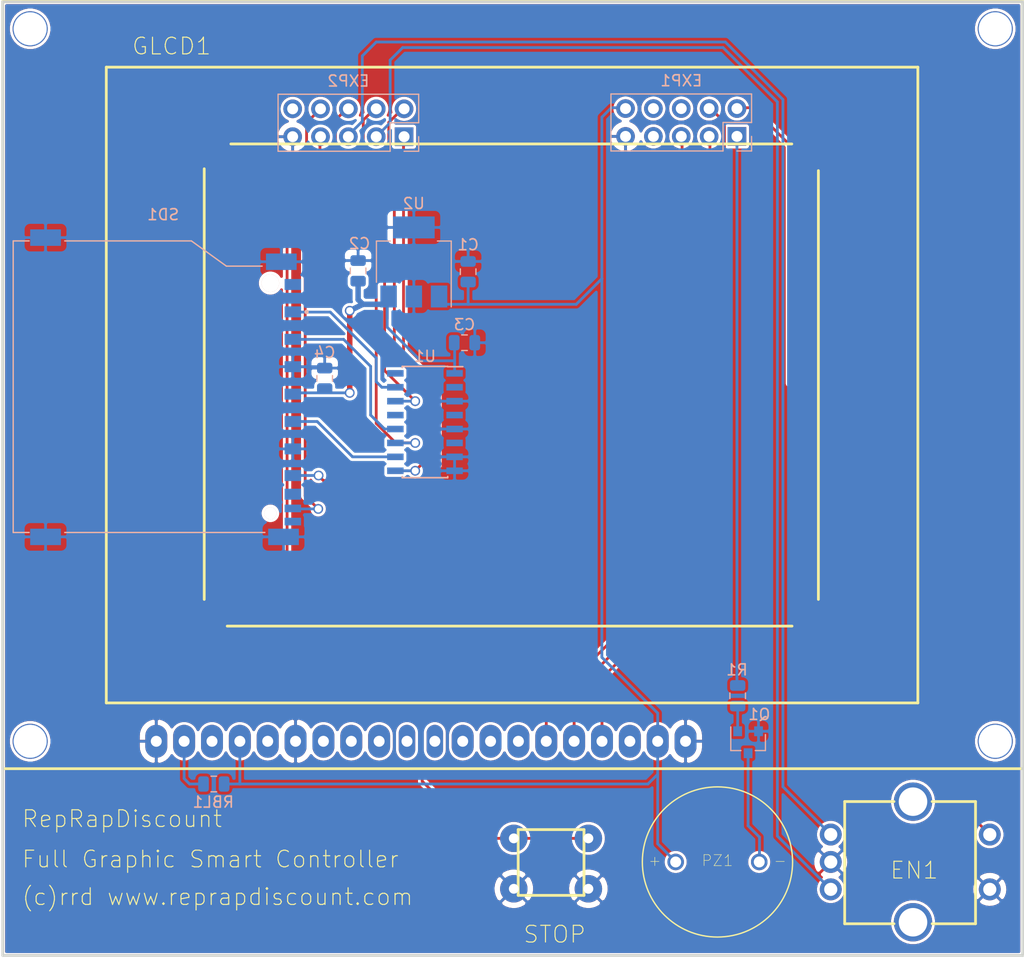
<source format=kicad_pcb>
(kicad_pcb (version 20171130) (host pcbnew "(5.0.0)")

  (general
    (thickness 1.6)
    (drawings 32)
    (tracks 150)
    (zones 0)
    (modules 16)
    (nets 44)
  )

  (page USLetter)
  (title_block
    (date 2018-08-16)
  )

  (layers
    (0 F.Cu signal)
    (31 B.Cu signal)
    (32 B.Adhes user)
    (33 F.Adhes user)
    (34 B.Paste user)
    (35 F.Paste user)
    (36 B.SilkS user)
    (37 F.SilkS user)
    (38 B.Mask user)
    (39 F.Mask user)
    (40 Dwgs.User user)
    (41 Cmts.User user)
    (42 Eco1.User user)
    (43 Eco2.User user)
    (44 Edge.Cuts user)
    (45 Margin user)
    (46 B.CrtYd user)
    (47 F.CrtYd user)
    (48 B.Fab user)
    (49 F.Fab user)
  )

  (setup
    (last_trace_width 0.254)
    (trace_clearance 0.254)
    (zone_clearance 0.09144)
    (zone_45_only no)
    (trace_min 0.15)
    (segment_width 0.2)
    (edge_width 0.1)
    (via_size 0.889)
    (via_drill 0.635)
    (via_min_size 0.8)
    (via_min_drill 0.508)
    (uvia_size 0.508)
    (uvia_drill 0.127)
    (uvias_allowed no)
    (uvia_min_size 0.5)
    (uvia_min_drill 0.127)
    (pcb_text_width 0.3)
    (pcb_text_size 1.5 1.5)
    (mod_edge_width 0.15)
    (mod_text_size 1 1)
    (mod_text_width 0.15)
    (pad_size 3 2)
    (pad_drill 0)
    (pad_to_mask_clearance 0)
    (aux_axis_origin 0 0)
    (visible_elements 7FFFF77F)
    (pcbplotparams
      (layerselection 0x010fc_ffffffff)
      (usegerberextensions true)
      (usegerberattributes true)
      (usegerberadvancedattributes true)
      (creategerberjobfile false)
      (excludeedgelayer true)
      (linewidth 0.100000)
      (plotframeref false)
      (viasonmask false)
      (mode 1)
      (useauxorigin true)
      (hpglpennumber 1)
      (hpglpenspeed 20)
      (hpglpendiameter 15.000000)
      (psnegative false)
      (psa4output false)
      (plotreference true)
      (plotvalue true)
      (plotinvisibletext false)
      (padsonsilk false)
      (subtractmaskfromsilk false)
      (outputformat 1)
      (mirror false)
      (drillshape 0)
      (scaleselection 1)
      (outputdirectory "GerberOutput/"))
  )

  (net 0 "")
  (net 1 Net1)
  (net 2 3V3)
  (net 3 GND)
  (net 4 VCC)
  (net 5 "Net-(EN1-Pad7)")
  (net 6 "Net-(EN1-Pad6)")
  (net 7 "Net-(GLCD1-Pad7)")
  (net 8 "Net-(GLCD1-Pad8)")
  (net 9 "Net-(GLCD1-Pad9)")
  (net 10 "Net-(GLCD1-Pad10)")
  (net 11 "Net-(GLCD1-Pad11)")
  (net 12 "Net-(GLCD1-Pad12)")
  (net 13 "Net-(GLCD1-Pad13)")
  (net 14 "Net-(GLCD1-Pad14)")
  (net 15 "Net-(GLCD1-Pad19)")
  (net 16 "Net-(Q1-Pad1)")
  (net 17 "Net-(SD1-Pad9)")
  (net 18 "Net-(SD1-Pad1)")
  (net 19 "Net-(SD1-Pad2)")
  (net 20 "Net-(SD1-Pad5)")
  (net 21 "Net-(SD1-Pad8)")
  (net 22 "Net-(SD1-PadCARD)")
  (net 23 "Net-(U1-Pad2)")
  (net 24 "Net-(PZ1-PadN)")
  (net 25 "Net-(U1-Pad4)")
  (net 26 "Net-(U1-Pad6)")
  (net 27 BTN_ENC)
  (net 28 LCD7)
  (net 29 LCD6)
  (net 30 LCD5)
  (net 31 LCD4)
  (net 32 LCDRS)
  (net 33 LCDE)
  (net 34 Beeper)
  (net 35 BTN_EN2)
  (net 36 BTN_EN1)
  (net 37 KILL)
  (net 38 RESET)
  (net 39 SD_DET)
  (net 40 "PB2_(MOSI)")
  (net 41 SD_CSEL)
  (net 42 "PB1_(SCK)")
  (net 43 "PB3_(MISO)")

  (net_class Default "This is the default net class."
    (clearance 0.254)
    (trace_width 0.254)
    (via_dia 0.889)
    (via_drill 0.635)
    (uvia_dia 0.508)
    (uvia_drill 0.127)
    (add_net 3V3)
    (add_net BTN_EN1)
    (add_net BTN_EN2)
    (add_net BTN_ENC)
    (add_net Beeper)
    (add_net GND)
    (add_net KILL)
    (add_net LCD4)
    (add_net LCD5)
    (add_net LCD6)
    (add_net LCD7)
    (add_net LCDE)
    (add_net LCDRS)
    (add_net "Net-(EN1-Pad6)")
    (add_net "Net-(EN1-Pad7)")
    (add_net "Net-(GLCD1-Pad10)")
    (add_net "Net-(GLCD1-Pad11)")
    (add_net "Net-(GLCD1-Pad12)")
    (add_net "Net-(GLCD1-Pad13)")
    (add_net "Net-(GLCD1-Pad14)")
    (add_net "Net-(GLCD1-Pad19)")
    (add_net "Net-(GLCD1-Pad7)")
    (add_net "Net-(GLCD1-Pad8)")
    (add_net "Net-(GLCD1-Pad9)")
    (add_net "Net-(PZ1-PadN)")
    (add_net "Net-(Q1-Pad1)")
    (add_net "Net-(SD1-Pad1)")
    (add_net "Net-(SD1-Pad2)")
    (add_net "Net-(SD1-Pad5)")
    (add_net "Net-(SD1-Pad8)")
    (add_net "Net-(SD1-Pad9)")
    (add_net "Net-(SD1-PadCARD)")
    (add_net "Net-(U1-Pad2)")
    (add_net "Net-(U1-Pad4)")
    (add_net "Net-(U1-Pad6)")
    (add_net Net1)
    (add_net "PB1_(SCK)")
    (add_net "PB2_(MOSI)")
    (add_net "PB3_(MISO)")
    (add_net RESET)
    (add_net SD_CSEL)
    (add_net SD_DET)
    (add_net VCC)
  )

  (module Capacitor_SMD:C_0805_2012Metric (layer B.Cu) (tedit 5B75DDBD) (tstamp 5B770CEB)
    (at 133.604 78.9155 270)
    (descr "Capacitor SMD 0805 (2012 Metric), square (rectangular) end terminal, IPC_7351 nominal, (Body size source: https://docs.google.com/spreadsheets/d/1BsfQQcO9C6DZCsRaXUlFlo91Tg2WpOkGARC1WS5S8t0/edit?usp=sharing), generated with kicad-footprint-generator")
    (tags capacitor)
    (path /5B7596AA)
    (attr smd)
    (fp_text reference C2 (at -2.4915 -0.127) (layer B.SilkS)
      (effects (font (size 1 1) (thickness 0.15)) (justify mirror))
    )
    (fp_text value 0.1uF (at 0 -1.65 270) (layer B.Fab) hide
      (effects (font (size 1 1) (thickness 0.15)) (justify mirror))
    )
    (fp_text user %R (at 0 0 270) (layer B.Fab)
      (effects (font (size 0.5 0.5) (thickness 0.08)) (justify mirror))
    )
    (fp_line (start 1.68 -0.95) (end -1.68 -0.95) (layer B.CrtYd) (width 0.05))
    (fp_line (start 1.68 0.95) (end 1.68 -0.95) (layer B.CrtYd) (width 0.05))
    (fp_line (start -1.68 0.95) (end 1.68 0.95) (layer B.CrtYd) (width 0.05))
    (fp_line (start -1.68 -0.95) (end -1.68 0.95) (layer B.CrtYd) (width 0.05))
    (fp_line (start -0.258578 -0.71) (end 0.258578 -0.71) (layer B.SilkS) (width 0.12))
    (fp_line (start -0.258578 0.71) (end 0.258578 0.71) (layer B.SilkS) (width 0.12))
    (fp_line (start 1 -0.6) (end -1 -0.6) (layer B.Fab) (width 0.1))
    (fp_line (start 1 0.6) (end 1 -0.6) (layer B.Fab) (width 0.1))
    (fp_line (start -1 0.6) (end 1 0.6) (layer B.Fab) (width 0.1))
    (fp_line (start -1 -0.6) (end -1 0.6) (layer B.Fab) (width 0.1))
    (pad 2 smd roundrect (at 0.9375 0 270) (size 0.975 1.4) (layers B.Cu B.Paste B.Mask) (roundrect_rratio 0.25)
      (net 2 3V3))
    (pad 1 smd roundrect (at -0.9375 0 270) (size 0.975 1.4) (layers B.Cu B.Paste B.Mask) (roundrect_rratio 0.25)
      (net 3 GND))
    (model ${KISYS3DMOD}/Capacitor_SMD.3dshapes/C_0805_2012Metric.wrl
      (at (xyz 0 0 0))
      (scale (xyz 1 1 1))
      (rotate (xyz 0 0 0))
    )
  )

  (module Package_TO_SOT_SMD:SOT-223 (layer B.Cu) (tedit 5B75F9E8) (tstamp 5B770B7B)
    (at 138.684 78.105 90)
    (descr "module CMS SOT223 4 pins")
    (tags "CMS SOT")
    (path /5B7596AC)
    (attr smd)
    (fp_text reference U2 (at 5.334 0 180) (layer B.SilkS)
      (effects (font (size 1 1) (thickness 0.15)) (justify mirror))
    )
    (fp_text value MIC5209 (at 0 0 90) (layer B.Fab) hide
      (effects (font (size 1.524 1.524) (thickness 0.05)) (justify mirror))
    )
    (fp_text user %R (at 0 0) (layer B.Fab)
      (effects (font (size 0.8 0.8) (thickness 0.12)) (justify mirror))
    )
    (fp_line (start -1.85 2.3) (end -0.8 3.35) (layer B.Fab) (width 0.1))
    (fp_line (start 1.91 -3.41) (end 1.91 -2.15) (layer B.SilkS) (width 0.12))
    (fp_line (start 1.91 3.41) (end 1.91 2.15) (layer B.SilkS) (width 0.12))
    (fp_line (start 4.4 3.6) (end -4.4 3.6) (layer B.CrtYd) (width 0.05))
    (fp_line (start 4.4 -3.6) (end 4.4 3.6) (layer B.CrtYd) (width 0.05))
    (fp_line (start -4.4 -3.6) (end 4.4 -3.6) (layer B.CrtYd) (width 0.05))
    (fp_line (start -4.4 3.6) (end -4.4 -3.6) (layer B.CrtYd) (width 0.05))
    (fp_line (start -1.85 2.3) (end -1.85 -3.35) (layer B.Fab) (width 0.1))
    (fp_line (start -1.85 -3.41) (end 1.91 -3.41) (layer B.SilkS) (width 0.12))
    (fp_line (start -0.8 3.35) (end 1.85 3.35) (layer B.Fab) (width 0.1))
    (fp_line (start -4.1 3.41) (end 1.91 3.41) (layer B.SilkS) (width 0.12))
    (fp_line (start -1.85 -3.35) (end 1.85 -3.35) (layer B.Fab) (width 0.1))
    (fp_line (start 1.85 3.35) (end 1.85 -3.35) (layer B.Fab) (width 0.1))
    (pad 4 smd rect (at 3.15 0 90) (size 2 3.8) (layers B.Cu B.Paste B.Mask)
      (net 3 GND))
    (pad 2 smd rect (at -3.15 0 90) (size 2 1.5) (layers B.Cu B.Paste B.Mask)
      (net 3 GND))
    (pad 3 smd rect (at -3.15 -2.3 90) (size 2 1.5) (layers B.Cu B.Paste B.Mask)
      (net 2 3V3))
    (pad 1 smd rect (at -3.15 2.3 90) (size 2 1.5) (layers B.Cu B.Paste B.Mask)
      (net 4 VCC))
    (model ${KISYS3DMOD}/Package_TO_SOT_SMD.3dshapes/SOT-223.wrl
      (at (xyz 0 0 0))
      (scale (xyz 1 1 1))
      (rotate (xyz 0 0 0))
    )
  )

  (module KXM12864M-3 (layer F.Cu) (tedit 5B75A47D) (tstamp 539EEDBF)
    (at 101.2 124.333)
    (path /5B7596A5)
    (attr smd)
    (fp_text reference GLCD1 (at 0 0) (layer F.SilkS) hide
      (effects (font (size 1.524 1.524) (thickness 0.05)))
    )
    (fp_text value KXM12864M-3 (at 0 0) (layer F.SilkS) hide
      (effects (font (size 1.524 1.524) (thickness 0.05)))
    )
    (pad 5 thru_hole oval (at 52.10002 -2.50002 180) (size 2 3) (drill 1) (layers *.Cu *.Mask)
      (net 33 LCDE))
    (pad 6 thru_hole oval (at 49.56002 -2.50002 180) (size 2 3) (drill 1) (layers *.Cu *.Mask)
      (net 31 LCD4))
    (pad 7 thru_hole oval (at 47.02002 -2.50002 180) (size 2 3) (drill 1) (layers *.Cu *.Mask)
      (net 7 "Net-(GLCD1-Pad7)"))
    (pad 8 thru_hole oval (at 44.48002 -2.50002 180) (size 2 3) (drill 1) (layers *.Cu *.Mask)
      (net 8 "Net-(GLCD1-Pad8)"))
    (pad 9 thru_hole oval (at 41.94002 -2.50002 180) (size 2 3) (drill 1) (layers *.Cu *.Mask)
      (net 9 "Net-(GLCD1-Pad9)"))
    (pad 10 thru_hole oval (at 39.40002 -2.50002 180) (size 1.5 3) (drill 1) (layers *.Cu *.Mask)
      (net 10 "Net-(GLCD1-Pad10)"))
    (pad 11 thru_hole oval (at 36.86002 -2.50002 180) (size 1.5 3) (drill 1) (layers *.Cu *.Mask)
      (net 11 "Net-(GLCD1-Pad11)"))
    (pad 12 thru_hole oval (at 34.32002 -2.50002 180) (size 2 3) (drill 1) (layers *.Cu *.Mask)
      (net 12 "Net-(GLCD1-Pad12)"))
    (pad 13 thru_hole oval (at 31.78002 -2.50002 180) (size 2 3) (drill 1) (layers *.Cu *.Mask)
      (net 13 "Net-(GLCD1-Pad13)"))
    (pad 14 thru_hole oval (at 29.24002 -2.50002 180) (size 2 3) (drill 1) (layers *.Cu *.Mask)
      (net 14 "Net-(GLCD1-Pad14)"))
    (pad 15 thru_hole oval (at 26.70002 -2.50002 180) (size 2 3) (drill 1) (layers *.Cu *.Mask)
      (net 3 GND))
    (pad 16 thru_hole oval (at 24.16002 -2.50002 180) (size 2 3) (drill 1) (layers *.Cu *.Mask))
    (pad 17 thru_hole oval (at 21.62002 -2.50002 180) (size 2 3) (drill 1) (layers *.Cu *.Mask)
      (net 4 VCC))
    (pad 18 thru_hole oval (at 19.08002 -2.50002 180) (size 2 3) (drill 1) (layers *.Cu *.Mask))
    (pad 19 thru_hole oval (at 16.54002 -2.50002 180) (size 2 3) (drill 1) (layers *.Cu *.Mask)
      (net 15 "Net-(GLCD1-Pad19)"))
    (pad 20 thru_hole oval (at 14.00002 -2.50002 180) (size 2 3) (drill 1) (layers *.Cu *.Mask)
      (net 3 GND))
    (pad 4 thru_hole oval (at 54.64002 -2.50002 180) (size 2 3) (drill 1) (layers *.Cu *.Mask)
      (net 32 LCDRS))
    (pad 3 thru_hole oval (at 57.18002 -2.50002 180) (size 2 3) (drill 1) (layers *.Cu *.Mask))
    (pad 2 thru_hole oval (at 59.72002 -2.50002 180) (size 2 3) (drill 1) (layers *.Cu *.Mask)
      (net 4 VCC))
    (pad 1 thru_hole oval (at 62.26002 -2.50002 180) (size 2 3) (drill 1) (layers *.Cu *.Mask)
      (net 3 GND))
    (pad "" thru_hole circle (at 2.50002 -67.49999) (size 3.2 3.2) (drill 3) (layers *.Cu *.Mask))
    (pad "" thru_hole circle (at 90.5 -67.49999) (size 3.2 3.2) (drill 3) (layers *.Cu *.Mask))
    (pad "" thru_hole circle (at 90.5 -2.50002) (size 3.2 3.2) (drill 3) (layers *.Cu *.Mask))
    (pad "" thru_hole circle (at 2.50002 -2.50002) (size 3.2 3.2) (drill 3) (layers *.Cu *.Mask))
  )

  (module Capacitor_SMD:C_0805_2012Metric (layer B.Cu) (tedit 5B75DE2F) (tstamp 5B75EBB5)
    (at 143.637 78.994 270)
    (descr "Capacitor SMD 0805 (2012 Metric), square (rectangular) end terminal, IPC_7351 nominal, (Body size source: https://docs.google.com/spreadsheets/d/1BsfQQcO9C6DZCsRaXUlFlo91Tg2WpOkGARC1WS5S8t0/edit?usp=sharing), generated with kicad-footprint-generator")
    (tags capacitor)
    (path /5B7596AB)
    (attr smd)
    (fp_text reference C1 (at -2.4615 0) (layer B.SilkS)
      (effects (font (size 1 1) (thickness 0.15)) (justify mirror))
    )
    (fp_text value 0.1uF (at 0 -1.65 270) (layer B.Fab) hide
      (effects (font (size 1 1) (thickness 0.15)) (justify mirror))
    )
    (fp_line (start -1 -0.6) (end -1 0.6) (layer B.Fab) (width 0.1))
    (fp_line (start -1 0.6) (end 1 0.6) (layer B.Fab) (width 0.1))
    (fp_line (start 1 0.6) (end 1 -0.6) (layer B.Fab) (width 0.1))
    (fp_line (start 1 -0.6) (end -1 -0.6) (layer B.Fab) (width 0.1))
    (fp_line (start -0.258578 0.71) (end 0.258578 0.71) (layer B.SilkS) (width 0.12))
    (fp_line (start -0.258578 -0.71) (end 0.258578 -0.71) (layer B.SilkS) (width 0.12))
    (fp_line (start -1.68 -0.95) (end -1.68 0.95) (layer B.CrtYd) (width 0.05))
    (fp_line (start -1.68 0.95) (end 1.68 0.95) (layer B.CrtYd) (width 0.05))
    (fp_line (start 1.68 0.95) (end 1.68 -0.95) (layer B.CrtYd) (width 0.05))
    (fp_line (start 1.68 -0.95) (end -1.68 -0.95) (layer B.CrtYd) (width 0.05))
    (fp_text user %R (at 0 0 270) (layer B.Fab)
      (effects (font (size 0.5 0.5) (thickness 0.08)) (justify mirror))
    )
    (pad 1 smd roundrect (at -0.9375 0 270) (size 0.975 1.4) (layers B.Cu B.Paste B.Mask) (roundrect_rratio 0.25)
      (net 3 GND))
    (pad 2 smd roundrect (at 0.9375 0 270) (size 0.975 1.4) (layers B.Cu B.Paste B.Mask) (roundrect_rratio 0.25)
      (net 4 VCC))
    (model ${KISYS3DMOD}/Capacitor_SMD.3dshapes/C_0805_2012Metric.wrl
      (at (xyz 0 0 0))
      (scale (xyz 1 1 1))
      (rotate (xyz 0 0 0))
    )
  )

  (module "ROTARY ENCODER" (layer F.Cu) (tedit 5B75A4AF) (tstamp 539EEDBF)
    (at 176.7 132.842)
    (path /5B7596A6)
    (attr smd)
    (fp_text reference EN1 (at 0 0) (layer F.SilkS) hide
      (effects (font (size 1.524 1.524) (thickness 0.05)))
    )
    (fp_text value EN11-HSB1AQ20 (at 0 0) (layer F.SilkS) hide
      (effects (font (size 1.524 1.524) (thickness 0.05)))
    )
    (pad 4 thru_hole circle (at 14.5 2.5) (size 2 2) (drill 1.2) (layers *.Cu *.Mask)
      (net 3 GND))
    (pad 5 thru_hole circle (at 14.5 -2.5) (size 2 2) (drill 1.2) (layers *.Cu *.Mask)
      (net 27 BTN_ENC))
    (pad 3 thru_hole circle (at 0 2.5) (size 2 2) (drill 1.2) (layers *.Cu *.Mask)
      (net 35 BTN_EN2))
    (pad 1 thru_hole circle (at 0 -2.5) (size 2 2) (drill 1.2) (layers *.Cu *.Mask)
      (net 36 BTN_EN1))
    (pad 2 thru_hole circle (at 0 0) (size 2 2) (drill 1.2) (layers *.Cu *.Mask)
      (net 3 GND))
    (pad 7 thru_hole circle (at 7.5 -5.5) (size 3.5 3.5) (drill 2.6) (layers *.Cu *.Mask)
      (net 5 "Net-(EN1-Pad7)"))
    (pad 6 thru_hole circle (at 7.5 5.5) (size 3.5 3.5) (drill 2.6) (layers *.Cu *.Mask)
      (net 6 "Net-(EN1-Pad6)"))
  )

  (module "SW 6x6mm" (layer F.Cu) (tedit 5B75EAB5) (tstamp 539EEDBF)
    (at 148.2 135.89)
    (path /5B7596A7)
    (attr smd)
    (fp_text reference PB1 (at 0 0) (layer F.SilkS) hide
      (effects (font (size 1.524 1.524) (thickness 0.05)))
    )
    (fp_text value STOP (at 0 0) (layer F.SilkS) hide
      (effects (font (size 1.524 1.524) (thickness 0.05)))
    )
    (pad 2 thru_hole circle (at 6.4 -0.6) (size 2.5 2.5) (drill 0.9) (layers *.Cu *.Mask)
      (net 3 GND))
    (pad 1 thru_hole circle (at 6.4 -5.19999) (size 2.5 2.5) (drill 0.9) (layers *.Cu *.Mask)
      (net 38 RESET))
    (pad 2 thru_hole circle (at -0.39999 -0.6) (size 2.5 2.5) (drill 0.9) (layers *.Cu *.Mask)
      (net 3 GND))
    (pad 1 thru_hole circle (at -0.39999 -5.19999) (size 2.5 2.5) (drill 0.9) (layers *.Cu *.Mask)
      (net 38 RESET))
  )

  (module Capacitor_SMD:C_0805_2012Metric (layer B.Cu) (tedit 5B75DE7D) (tstamp 5B75EBD5)
    (at 143.3045 85.471 180)
    (descr "Capacitor SMD 0805 (2012 Metric), square (rectangular) end terminal, IPC_7351 nominal, (Body size source: https://docs.google.com/spreadsheets/d/1BsfQQcO9C6DZCsRaXUlFlo91Tg2WpOkGARC1WS5S8t0/edit?usp=sharing), generated with kicad-footprint-generator")
    (tags capacitor)
    (path /5B7596A9)
    (attr smd)
    (fp_text reference C3 (at 0 1.65 180) (layer B.SilkS)
      (effects (font (size 1 1) (thickness 0.15)) (justify mirror))
    )
    (fp_text value 0.1uF (at 0 -1.65 180) (layer B.Fab) hide
      (effects (font (size 1 1) (thickness 0.15)) (justify mirror))
    )
    (fp_line (start -1 -0.6) (end -1 0.6) (layer B.Fab) (width 0.1))
    (fp_line (start -1 0.6) (end 1 0.6) (layer B.Fab) (width 0.1))
    (fp_line (start 1 0.6) (end 1 -0.6) (layer B.Fab) (width 0.1))
    (fp_line (start 1 -0.6) (end -1 -0.6) (layer B.Fab) (width 0.1))
    (fp_line (start -0.258578 0.71) (end 0.258578 0.71) (layer B.SilkS) (width 0.12))
    (fp_line (start -0.258578 -0.71) (end 0.258578 -0.71) (layer B.SilkS) (width 0.12))
    (fp_line (start -1.68 -0.95) (end -1.68 0.95) (layer B.CrtYd) (width 0.05))
    (fp_line (start -1.68 0.95) (end 1.68 0.95) (layer B.CrtYd) (width 0.05))
    (fp_line (start 1.68 0.95) (end 1.68 -0.95) (layer B.CrtYd) (width 0.05))
    (fp_line (start 1.68 -0.95) (end -1.68 -0.95) (layer B.CrtYd) (width 0.05))
    (fp_text user %R (at 0 0 180) (layer B.Fab)
      (effects (font (size 0.5 0.5) (thickness 0.08)) (justify mirror))
    )
    (pad 1 smd roundrect (at -0.9375 0 180) (size 0.975 1.4) (layers B.Cu B.Paste B.Mask) (roundrect_rratio 0.25)
      (net 3 GND))
    (pad 2 smd roundrect (at 0.9375 0 180) (size 0.975 1.4) (layers B.Cu B.Paste B.Mask) (roundrect_rratio 0.25)
      (net 2 3V3))
    (model ${KISYS3DMOD}/Capacitor_SMD.3dshapes/C_0805_2012Metric.wrl
      (at (xyz 0 0 0))
      (scale (xyz 1 1 1))
      (rotate (xyz 0 0 0))
    )
  )

  (module Capacitor_SMD:C_0805_2012Metric (layer B.Cu) (tedit 5B75DFDB) (tstamp 5B75FF1C)
    (at 130.556 88.7245 270)
    (descr "Capacitor SMD 0805 (2012 Metric), square (rectangular) end terminal, IPC_7351 nominal, (Body size source: https://docs.google.com/spreadsheets/d/1BsfQQcO9C6DZCsRaXUlFlo91Tg2WpOkGARC1WS5S8t0/edit?usp=sharing), generated with kicad-footprint-generator")
    (tags capacitor)
    (path /5B7596A8)
    (attr smd)
    (fp_text reference C4 (at -2.3645 0) (layer B.SilkS)
      (effects (font (size 1 1) (thickness 0.15)) (justify mirror))
    )
    (fp_text value 1uF (at 0 -1.65 270) (layer B.Fab) hide
      (effects (font (size 1 1) (thickness 0.15)) (justify mirror))
    )
    (fp_text user %R (at 0 0 270) (layer B.Fab)
      (effects (font (size 0.5 0.5) (thickness 0.08)) (justify mirror))
    )
    (fp_line (start 1.68 -0.95) (end -1.68 -0.95) (layer B.CrtYd) (width 0.05))
    (fp_line (start 1.68 0.95) (end 1.68 -0.95) (layer B.CrtYd) (width 0.05))
    (fp_line (start -1.68 0.95) (end 1.68 0.95) (layer B.CrtYd) (width 0.05))
    (fp_line (start -1.68 -0.95) (end -1.68 0.95) (layer B.CrtYd) (width 0.05))
    (fp_line (start -0.258578 -0.71) (end 0.258578 -0.71) (layer B.SilkS) (width 0.12))
    (fp_line (start -0.258578 0.71) (end 0.258578 0.71) (layer B.SilkS) (width 0.12))
    (fp_line (start 1 -0.6) (end -1 -0.6) (layer B.Fab) (width 0.1))
    (fp_line (start 1 0.6) (end 1 -0.6) (layer B.Fab) (width 0.1))
    (fp_line (start -1 0.6) (end 1 0.6) (layer B.Fab) (width 0.1))
    (fp_line (start -1 -0.6) (end -1 0.6) (layer B.Fab) (width 0.1))
    (pad 2 smd roundrect (at 0.9375 0 270) (size 0.975 1.4) (layers B.Cu B.Paste B.Mask) (roundrect_rratio 0.25)
      (net 2 3V3))
    (pad 1 smd roundrect (at -0.9375 0 270) (size 0.975 1.4) (layers B.Cu B.Paste B.Mask) (roundrect_rratio 0.25)
      (net 3 GND))
    (model ${KISYS3DMOD}/Capacitor_SMD.3dshapes/C_0805_2012Metric.wrl
      (at (xyz 0 0 0))
      (scale (xyz 1 1 1))
      (rotate (xyz 0 0 0))
    )
  )

  (module Resistor_SMD:R_0805_2012Metric (layer B.Cu) (tedit 5B75E07A) (tstamp 5B75EBF5)
    (at 168.21399 117.6805 270)
    (descr "Resistor SMD 0805 (2012 Metric), square (rectangular) end terminal, IPC_7351 nominal, (Body size source: https://docs.google.com/spreadsheets/d/1BsfQQcO9C6DZCsRaXUlFlo91Tg2WpOkGARC1WS5S8t0/edit?usp=sharing), generated with kicad-footprint-generator")
    (tags resistor)
    (path /5B7596A1)
    (attr smd)
    (fp_text reference R1 (at -2.3645 0.06599) (layer B.SilkS)
      (effects (font (size 1 1) (thickness 0.15)) (justify mirror))
    )
    (fp_text value 1K (at 0 -1.65 270) (layer B.Fab) hide
      (effects (font (size 1 1) (thickness 0.15)) (justify mirror))
    )
    (fp_text user %R (at 0 0 270) (layer B.Fab)
      (effects (font (size 0.5 0.5) (thickness 0.08)) (justify mirror))
    )
    (fp_line (start 1.68 -0.95) (end -1.68 -0.95) (layer B.CrtYd) (width 0.05))
    (fp_line (start 1.68 0.95) (end 1.68 -0.95) (layer B.CrtYd) (width 0.05))
    (fp_line (start -1.68 0.95) (end 1.68 0.95) (layer B.CrtYd) (width 0.05))
    (fp_line (start -1.68 -0.95) (end -1.68 0.95) (layer B.CrtYd) (width 0.05))
    (fp_line (start -0.258578 -0.71) (end 0.258578 -0.71) (layer B.SilkS) (width 0.12))
    (fp_line (start -0.258578 0.71) (end 0.258578 0.71) (layer B.SilkS) (width 0.12))
    (fp_line (start 1 -0.6) (end -1 -0.6) (layer B.Fab) (width 0.1))
    (fp_line (start 1 0.6) (end 1 -0.6) (layer B.Fab) (width 0.1))
    (fp_line (start -1 0.6) (end 1 0.6) (layer B.Fab) (width 0.1))
    (fp_line (start -1 -0.6) (end -1 0.6) (layer B.Fab) (width 0.1))
    (pad 2 smd roundrect (at 0.9375 0 270) (size 0.975 1.4) (layers B.Cu B.Paste B.Mask) (roundrect_rratio 0.25)
      (net 16 "Net-(Q1-Pad1)"))
    (pad 1 smd roundrect (at -0.9375 0 270) (size 0.975 1.4) (layers B.Cu B.Paste B.Mask) (roundrect_rratio 0.25)
      (net 34 Beeper))
    (model ${KISYS3DMOD}/Resistor_SMD.3dshapes/R_0805_2012Metric.wrl
      (at (xyz 0 0 0))
      (scale (xyz 1 1 1))
      (rotate (xyz 0 0 0))
    )
  )

  (module Resistor_SMD:R_0805_2012Metric (layer B.Cu) (tedit 5B75DD56) (tstamp 5B75F2BF)
    (at 120.4445 125.73 180)
    (descr "Resistor SMD 0805 (2012 Metric), square (rectangular) end terminal, IPC_7351 nominal, (Body size source: https://docs.google.com/spreadsheets/d/1BsfQQcO9C6DZCsRaXUlFlo91Tg2WpOkGARC1WS5S8t0/edit?usp=sharing), generated with kicad-footprint-generator")
    (tags resistor)
    (path /5B7596A0)
    (attr smd)
    (fp_text reference RBL1 (at 0.0485 -1.651 180) (layer B.SilkS)
      (effects (font (size 1 1) (thickness 0.15)) (justify mirror))
    )
    (fp_text value 0 (at 0 -1.65 180) (layer B.Fab) hide
      (effects (font (size 1 1) (thickness 0.15)) (justify mirror))
    )
    (fp_line (start -1 -0.6) (end -1 0.6) (layer B.Fab) (width 0.1))
    (fp_line (start -1 0.6) (end 1 0.6) (layer B.Fab) (width 0.1))
    (fp_line (start 1 0.6) (end 1 -0.6) (layer B.Fab) (width 0.1))
    (fp_line (start 1 -0.6) (end -1 -0.6) (layer B.Fab) (width 0.1))
    (fp_line (start -0.258578 0.71) (end 0.258578 0.71) (layer B.SilkS) (width 0.12))
    (fp_line (start -0.258578 -0.71) (end 0.258578 -0.71) (layer B.SilkS) (width 0.12))
    (fp_line (start -1.68 -0.95) (end -1.68 0.95) (layer B.CrtYd) (width 0.05))
    (fp_line (start -1.68 0.95) (end 1.68 0.95) (layer B.CrtYd) (width 0.05))
    (fp_line (start 1.68 0.95) (end 1.68 -0.95) (layer B.CrtYd) (width 0.05))
    (fp_line (start 1.68 -0.95) (end -1.68 -0.95) (layer B.CrtYd) (width 0.05))
    (fp_text user %R (at 0 0 180) (layer B.Fab)
      (effects (font (size 0.5 0.5) (thickness 0.08)) (justify mirror))
    )
    (pad 1 smd roundrect (at -0.9375 0 180) (size 0.975 1.4) (layers B.Cu B.Paste B.Mask) (roundrect_rratio 0.25)
      (net 4 VCC))
    (pad 2 smd roundrect (at 0.9375 0 180) (size 0.975 1.4) (layers B.Cu B.Paste B.Mask) (roundrect_rratio 0.25)
      (net 15 "Net-(GLCD1-Pad19)"))
    (model ${KISYS3DMOD}/Resistor_SMD.3dshapes/R_0805_2012Metric.wrl
      (at (xyz 0 0 0))
      (scale (xyz 1 1 1))
      (rotate (xyz 0 0 0))
    )
  )

  (module CPE-164:CUI_CPE-164 (layer F.Cu) (tedit 5B75EA1D) (tstamp 5B761829)
    (at 166.37 132.842)
    (path /5B77EB3F)
    (fp_text reference PZ1 (at 0 -0.127) (layer F.SilkS)
      (effects (font (size 1.005 1.005) (thickness 0.05)))
    )
    (fp_text value CPE-164 (at -0.125465 8.56653) (layer F.SilkS) hide
      (effects (font (size 1.00369 1.00369) (thickness 0.05)))
    )
    (fp_circle (center 0 0) (end 6.85 0) (layer F.SilkS) (width 0.127))
    (fp_circle (center 0 0) (end 6.85 0) (layer Dwgs.User) (width 0.127))
    (fp_circle (center 0 0) (end 7.1 0) (layer Eco1.User) (width 0.05))
    (fp_text user + (at -5.715 -0.127) (layer F.SilkS)
      (effects (font (size 1 1) (thickness 0.05)))
    )
    (fp_text user - (at 5.715 -0.127) (layer F.SilkS)
      (effects (font (size 1 1) (thickness 0.05)))
    )
    (pad P thru_hole circle (at -3.81 0) (size 1.508 1.508) (drill 1) (layers *.Cu *.Mask)
      (net 4 VCC))
    (pad N thru_hole circle (at 3.81 0) (size 1.508 1.508) (drill 1) (layers *.Cu *.Mask)
      (net 24 "Net-(PZ1-PadN)"))
  )

  (module Package_TO_SOT_SMD:SOT-23 (layer B.Cu) (tedit 5B75EA6A) (tstamp 5B761CA4)
    (at 169.164 121.92 270)
    (descr "SOT-23, Standard")
    (tags SOT-23)
    (path /5B7596A2)
    (attr smd)
    (fp_text reference Q1 (at -2.54 -1.016) (layer B.SilkS)
      (effects (font (size 1 1) (thickness 0.15)) (justify mirror))
    )
    (fp_text value MMBT2222 (at 0 -2.5 270) (layer B.Fab) hide
      (effects (font (size 1 1) (thickness 0.15)) (justify mirror))
    )
    (fp_text user %R (at 0 0 180) (layer B.Fab)
      (effects (font (size 0.5 0.5) (thickness 0.075)) (justify mirror))
    )
    (fp_line (start -0.7 0.95) (end -0.7 -1.5) (layer B.Fab) (width 0.1))
    (fp_line (start -0.15 1.52) (end 0.7 1.52) (layer B.Fab) (width 0.1))
    (fp_line (start -0.7 0.95) (end -0.15 1.52) (layer B.Fab) (width 0.1))
    (fp_line (start 0.7 1.52) (end 0.7 -1.52) (layer B.Fab) (width 0.1))
    (fp_line (start -0.7 -1.52) (end 0.7 -1.52) (layer B.Fab) (width 0.1))
    (fp_line (start 0.76 -1.58) (end 0.76 -0.65) (layer B.SilkS) (width 0.12))
    (fp_line (start 0.76 1.58) (end 0.76 0.65) (layer B.SilkS) (width 0.12))
    (fp_line (start -1.7 1.75) (end 1.7 1.75) (layer B.CrtYd) (width 0.05))
    (fp_line (start 1.7 1.75) (end 1.7 -1.75) (layer B.CrtYd) (width 0.05))
    (fp_line (start 1.7 -1.75) (end -1.7 -1.75) (layer B.CrtYd) (width 0.05))
    (fp_line (start -1.7 -1.75) (end -1.7 1.75) (layer B.CrtYd) (width 0.05))
    (fp_line (start 0.76 1.58) (end -1.4 1.58) (layer B.SilkS) (width 0.12))
    (fp_line (start 0.76 -1.58) (end -0.7 -1.58) (layer B.SilkS) (width 0.12))
    (pad 1 smd rect (at -1 0.95 270) (size 0.9 0.8) (layers B.Cu B.Paste B.Mask)
      (net 16 "Net-(Q1-Pad1)"))
    (pad 2 smd rect (at -1 -0.95 270) (size 0.9 0.8) (layers B.Cu B.Paste B.Mask)
      (net 3 GND))
    (pad 3 smd rect (at 1 0 270) (size 0.9 0.8) (layers B.Cu B.Paste B.Mask)
      (net 24 "Net-(PZ1-PadN)"))
    (model ${KISYS3DMOD}/Package_TO_SOT_SMD.3dshapes/SOT-23.wrl
      (at (xyz 0 0 0))
      (scale (xyz 1 1 1))
      (rotate (xyz 0 0 0))
    )
  )

  (module 2041021-4:J_SMD_2041021-4-9_2.5_27.90_25_3.3 (layer B.Cu) (tedit 5B75F9F0) (tstamp 5B7614BF)
    (at 125.603 89.535 90)
    (path /5B7646B0)
    (attr smd)
    (fp_text reference SD1 (at 15.748 -9.779 180) (layer B.SilkS)
      (effects (font (size 1 1) (thickness 0.15)) (justify mirror))
    )
    (fp_text value 2041021-4 (at -11.0922 -24.6533 90) (layer B.SilkS) hide
      (effects (font (size 1.00156 1.00156) (thickness 0.05)) (justify mirror))
    )
    (fp_line (start -13.25 1.55) (end -13.25 0.45) (layer Dwgs.User) (width 0.127))
    (fp_line (start -13.25 0.45) (end -13.25 -19.95) (layer Dwgs.User) (width 0.127))
    (fp_line (start -13.25 -19.95) (end -13.25 -21.6) (layer Dwgs.User) (width 0.127))
    (fp_line (start -13.25 -21.6) (end -13.25 -23.45) (layer Dwgs.User) (width 0.127))
    (fp_line (start -13.25 -23.45) (end 13.35 -23.45) (layer Dwgs.User) (width 0.127))
    (fp_line (start 13.35 -23.45) (end 13.35 -21.6) (layer Dwgs.User) (width 0.127))
    (fp_line (start 13.35 -21.6) (end 13.35 -19.95) (layer Dwgs.User) (width 0.127))
    (fp_line (start 13.35 -19.95) (end 13.35 -7.2) (layer Dwgs.User) (width 0.127))
    (fp_line (start 13.35 -7.2) (end 11.05 -4.01) (layer Dwgs.User) (width 0.127))
    (fp_line (start 11.05 -4.01) (end 11.05 0.45) (layer Dwgs.User) (width 0.127))
    (fp_line (start 11.05 0.45) (end 11.05 1.55) (layer Dwgs.User) (width 0.127))
    (fp_line (start 11.05 1.55) (end -13.25 1.55) (layer Dwgs.User) (width 0.127))
    (fp_line (start -13.95 -19.95) (end -13.95 -21.6) (layer Dwgs.User) (width 0.127))
    (fp_line (start -13.95 -19.95) (end -13.25 -19.95) (layer Dwgs.User) (width 0.127))
    (fp_line (start -13.95 -21.6) (end -13.25 -21.6) (layer Dwgs.User) (width 0.127))
    (fp_line (start -13.25 1.55) (end -14.025 1.55) (layer Dwgs.User) (width 0.127))
    (fp_line (start -14.025 1.55) (end -14.025 0.45) (layer Dwgs.User) (width 0.127))
    (fp_line (start -14.025 0.45) (end -13.25 0.45) (layer Dwgs.User) (width 0.127))
    (fp_line (start 11.05 1.55) (end 11.825 1.55) (layer Dwgs.User) (width 0.127))
    (fp_line (start 11.825 1.55) (end 11.825 0.45) (layer Dwgs.User) (width 0.127))
    (fp_line (start 11.825 0.45) (end 11.05 0.45) (layer Dwgs.User) (width 0.127))
    (fp_line (start 13.35 -19.95) (end 13.95 -19.95) (layer Dwgs.User) (width 0.127))
    (fp_line (start 13.95 -19.95) (end 13.95 -21.6) (layer Dwgs.User) (width 0.127))
    (fp_line (start 13.95 -21.6) (end 13.35 -21.6) (layer Dwgs.User) (width 0.127))
    (fp_poly (pts (xy -11.6733 -1.1) (xy 10.3 -1.1) (xy 10.3 -10.0529) (xy -11.6733 -10.0529)) (layer Dwgs.User) (width 0))
    (fp_poly (pts (xy -11.6926 -1.1) (xy 10.3 -1.1) (xy 10.3 -10.0694) (xy -11.6926 -10.0694)) (layer Dwgs.User) (width 0))
    (fp_poly (pts (xy -11.6894 -1.1) (xy 10.3 -1.1) (xy 10.3 -10.0667) (xy -11.6894 -10.0667)) (layer Dwgs.User) (width 0))
    (fp_line (start -14.65 3.05) (end 14.65 3.05) (layer Eco1.User) (width 0.05))
    (fp_line (start 14.65 3.05) (end 14.65 -23.7) (layer Eco1.User) (width 0.05))
    (fp_line (start 14.65 -23.7) (end -14.65 -23.7) (layer Eco1.User) (width 0.05))
    (fp_line (start -14.65 -23.7) (end -14.65 3.05) (layer Eco1.User) (width 0.05))
    (fp_circle (center 6.875 3.302) (end 6.975 3.302) (layer B.SilkS) (width 0.2))
    (fp_line (start -13.25 -0.5) (end -13.25 -18.75) (layer B.SilkS) (width 0.127))
    (fp_line (start -13.25 -22) (end -13.25 -23.45) (layer B.SilkS) (width 0.127))
    (fp_line (start -13.25 -23.45) (end 13.35 -23.45) (layer B.SilkS) (width 0.127))
    (fp_line (start 13.35 -23.45) (end 13.35 -22) (layer B.SilkS) (width 0.127))
    (fp_line (start 11.05 -0.75) (end 11.05 -4.01) (layer B.SilkS) (width 0.127))
    (fp_line (start 13.35 -7.2) (end 11.05 -4.01) (layer B.SilkS) (width 0.127))
    (fp_line (start 13.35 -7.2) (end 13.35 -18.75) (layer B.SilkS) (width 0.127))
    (pad Hole np_thru_hole circle (at -11.5 0 90) (size 1.1 1.1) (drill 1.1) (layers *.Cu *.Mask B.SilkS))
    (pad Hole np_thru_hole circle (at 9.5 0 90) (size 1.6 1.6) (drill 1.6) (layers *.Cu *.Mask B.SilkS))
    (pad 9 smd rect (at 9.375 2.05 270) (size 1 1.5) (layers B.Cu B.Paste B.Mask)
      (net 17 "Net-(SD1-Pad9)"))
    (pad 1 smd rect (at 6.875 2.05 270) (size 1 1.5) (layers B.Cu B.Paste B.Mask)
      (net 18 "Net-(SD1-Pad1)"))
    (pad 2 smd rect (at 4.375 2.05 270) (size 1 1.5) (layers B.Cu B.Paste B.Mask)
      (net 19 "Net-(SD1-Pad2)"))
    (pad 3 smd rect (at 1.875 2.05 270) (size 1 1.5) (layers B.Cu B.Paste B.Mask)
      (net 3 GND))
    (pad 4 smd rect (at -0.625 2.05 270) (size 1 1.5) (layers B.Cu B.Paste B.Mask)
      (net 2 3V3))
    (pad 5 smd rect (at -3.125 2.05 270) (size 1 1.5) (layers B.Cu B.Paste B.Mask)
      (net 20 "Net-(SD1-Pad5)"))
    (pad 6 smd rect (at -5.625 2.05 270) (size 1 1.5) (layers B.Cu B.Paste B.Mask)
      (net 3 GND))
    (pad 7 smd rect (at -8.055 2.05 270) (size 1 1.5) (layers B.Cu B.Paste B.Mask)
      (net 43 "PB3_(MISO)"))
    (pad 8 smd rect (at -9.755 2.05 270) (size 1 1.5) (layers B.Cu B.Paste B.Mask)
      (net 21 "Net-(SD1-Pad8)"))
    (pad CARD smd rect (at -11.055 2.05 270) (size 0.7 1.5) (layers B.Cu B.Paste B.Mask)
      (net 22 "Net-(SD1-PadCARD)"))
    (pad WRITE smd rect (at -12.255 2.05 270) (size 0.7 1.5) (layers B.Cu B.Paste B.Mask)
      (net 39 SD_DET))
    (pad G1 smd rect (at -13.65 1.2 90) (size 1.5 2.8) (layers B.Cu B.Paste B.Mask)
      (net 3 GND))
    (pad G2 smd rect (at 11.45 1 90) (size 1.5 2.8) (layers B.Cu B.Paste B.Mask)
      (net 3 GND))
    (pad G3 smd rect (at 13.65 -20.5 90) (size 1.5 2.8) (layers B.Cu B.Paste B.Mask)
      (net 3 GND))
    (pad G4 smd rect (at -13.65 -20.5 90) (size 1.5 2.8) (layers B.Cu B.Paste B.Mask)
      (net 3 GND))
    (model E:/Users/salfter/Downloads/reprapdiscount-full-graphic-lcd-controller/models/c-2041021-4-b-3d.stp
      (offset (xyz 0 -23.5 1.5))
      (scale (xyz 1 1 1))
      (rotate (xyz -90 0 0))
    )
  )

  (module Package_SO:SOIC-16_3.9x9.9mm_P1.27mm (layer B.Cu) (tedit 5B75EF38) (tstamp 5B763992)
    (at 139.7 92.71 180)
    (descr "16-Lead Plastic Small Outline (SL) - Narrow, 3.90 mm Body [SOIC] (see Microchip Packaging Specification 00000049BS.pdf)")
    (tags "SOIC 1.27")
    (path /5B780158)
    (attr smd)
    (fp_text reference U1 (at 0 6 180) (layer B.SilkS)
      (effects (font (size 1 1) (thickness 0.15)) (justify mirror))
    )
    (fp_text value 74HC4050 (at 0 -6 180) (layer B.Fab) hide
      (effects (font (size 1 1) (thickness 0.15)) (justify mirror))
    )
    (fp_text user %R (at 0 0 180) (layer B.Fab)
      (effects (font (size 0.9 0.9) (thickness 0.135)) (justify mirror))
    )
    (fp_line (start -0.95 4.95) (end 1.95 4.95) (layer B.Fab) (width 0.15))
    (fp_line (start 1.95 4.95) (end 1.95 -4.95) (layer B.Fab) (width 0.15))
    (fp_line (start 1.95 -4.95) (end -1.95 -4.95) (layer B.Fab) (width 0.15))
    (fp_line (start -1.95 -4.95) (end -1.95 3.95) (layer B.Fab) (width 0.15))
    (fp_line (start -1.95 3.95) (end -0.95 4.95) (layer B.Fab) (width 0.15))
    (fp_line (start -3.7 5.25) (end -3.7 -5.25) (layer B.CrtYd) (width 0.05))
    (fp_line (start 3.7 5.25) (end 3.7 -5.25) (layer B.CrtYd) (width 0.05))
    (fp_line (start -3.7 5.25) (end 3.7 5.25) (layer B.CrtYd) (width 0.05))
    (fp_line (start -3.7 -5.25) (end 3.7 -5.25) (layer B.CrtYd) (width 0.05))
    (fp_line (start -2.075 5.075) (end -2.075 5.05) (layer B.SilkS) (width 0.15))
    (fp_line (start 2.075 5.075) (end 2.075 4.97) (layer B.SilkS) (width 0.15))
    (fp_line (start 2.075 -5.075) (end 2.075 -4.97) (layer B.SilkS) (width 0.15))
    (fp_line (start -2.075 -5.075) (end -2.075 -4.97) (layer B.SilkS) (width 0.15))
    (fp_line (start -2.075 5.075) (end 2.075 5.075) (layer B.SilkS) (width 0.15))
    (fp_line (start -2.075 -5.075) (end 2.075 -5.075) (layer B.SilkS) (width 0.15))
    (fp_line (start -2.075 5.05) (end -3.45 5.05) (layer B.SilkS) (width 0.15))
    (pad 1 smd rect (at -2.7 4.445 180) (size 1.5 0.6) (layers B.Cu B.Paste B.Mask)
      (net 2 3V3))
    (pad 2 smd rect (at -2.7 3.175 180) (size 1.5 0.6) (layers B.Cu B.Paste B.Mask)
      (net 23 "Net-(U1-Pad2)"))
    (pad 3 smd rect (at -2.7 1.905 180) (size 1.5 0.6) (layers B.Cu B.Paste B.Mask)
      (net 3 GND))
    (pad 4 smd rect (at -2.7 0.635 180) (size 1.5 0.6) (layers B.Cu B.Paste B.Mask)
      (net 25 "Net-(U1-Pad4)"))
    (pad 5 smd rect (at -2.7 -0.635 180) (size 1.5 0.6) (layers B.Cu B.Paste B.Mask)
      (net 3 GND))
    (pad 6 smd rect (at -2.7 -1.905 180) (size 1.5 0.6) (layers B.Cu B.Paste B.Mask)
      (net 26 "Net-(U1-Pad6)"))
    (pad 7 smd rect (at -2.7 -3.175 180) (size 1.5 0.6) (layers B.Cu B.Paste B.Mask)
      (net 3 GND))
    (pad 8 smd rect (at -2.7 -4.445 180) (size 1.5 0.6) (layers B.Cu B.Paste B.Mask)
      (net 3 GND))
    (pad 9 smd rect (at 2.7 -4.445 180) (size 1.5 0.6) (layers B.Cu B.Paste B.Mask)
      (net 42 "PB1_(SCK)"))
    (pad 10 smd rect (at 2.7 -3.175 180) (size 1.5 0.6) (layers B.Cu B.Paste B.Mask)
      (net 20 "Net-(SD1-Pad5)"))
    (pad 11 smd rect (at 2.7 -1.905 180) (size 1.5 0.6) (layers B.Cu B.Paste B.Mask)
      (net 40 "PB2_(MOSI)"))
    (pad 12 smd rect (at 2.7 -0.635 180) (size 1.5 0.6) (layers B.Cu B.Paste B.Mask)
      (net 19 "Net-(SD1-Pad2)"))
    (pad 13 smd rect (at 2.7 0.635 180) (size 1.5 0.6) (layers B.Cu B.Paste B.Mask))
    (pad 14 smd rect (at 2.7 1.905 180) (size 1.5 0.6) (layers B.Cu B.Paste B.Mask)
      (net 41 SD_CSEL))
    (pad 15 smd rect (at 2.7 3.175 180) (size 1.5 0.6) (layers B.Cu B.Paste B.Mask)
      (net 18 "Net-(SD1-Pad1)"))
    (pad 16 smd rect (at 2.7 4.445 180) (size 1.5 0.6) (layers B.Cu B.Paste B.Mask))
    (model ${KISYS3DMOD}/Package_SO.3dshapes/SOIC-16_3.9x9.9mm_P1.27mm.wrl
      (at (xyz 0 0 0))
      (scale (xyz 1 1 1))
      (rotate (xyz 0 0 0))
    )
  )

  (module Connector_PinHeader_2.54mm:PinHeader_2x05_P2.54mm_Vertical (layer B.Cu) (tedit 5B75F60A) (tstamp 5B77018F)
    (at 168.148 66.64955 90)
    (descr "Through hole straight pin header, 2x05, 2.54mm pitch, double rows")
    (tags "Through hole pin header THT 2x05 2.54mm double row")
    (path /5B7596AE)
    (fp_text reference EXP1 (at 5.08 -5.08 180) (layer B.SilkS)
      (effects (font (size 1 1) (thickness 0.15)) (justify mirror))
    )
    (fp_text value "Header 5X2" (at 1.27 -12.49 90) (layer B.Fab) hide
      (effects (font (size 1 1) (thickness 0.15)) (justify mirror))
    )
    (fp_line (start 0 1.27) (end 3.81 1.27) (layer B.Fab) (width 0.1))
    (fp_line (start 3.81 1.27) (end 3.81 -11.43) (layer B.Fab) (width 0.1))
    (fp_line (start 3.81 -11.43) (end -1.27 -11.43) (layer B.Fab) (width 0.1))
    (fp_line (start -1.27 -11.43) (end -1.27 0) (layer B.Fab) (width 0.1))
    (fp_line (start -1.27 0) (end 0 1.27) (layer B.Fab) (width 0.1))
    (fp_line (start -1.33 -11.49) (end 3.87 -11.49) (layer B.SilkS) (width 0.12))
    (fp_line (start -1.33 -1.27) (end -1.33 -11.49) (layer B.SilkS) (width 0.12))
    (fp_line (start 3.87 1.33) (end 3.87 -11.49) (layer B.SilkS) (width 0.12))
    (fp_line (start -1.33 -1.27) (end 1.27 -1.27) (layer B.SilkS) (width 0.12))
    (fp_line (start 1.27 -1.27) (end 1.27 1.33) (layer B.SilkS) (width 0.12))
    (fp_line (start 1.27 1.33) (end 3.87 1.33) (layer B.SilkS) (width 0.12))
    (fp_line (start -1.33 0) (end -1.33 1.33) (layer B.SilkS) (width 0.12))
    (fp_line (start -1.33 1.33) (end 0 1.33) (layer B.SilkS) (width 0.12))
    (fp_line (start -1.8 1.8) (end -1.8 -11.95) (layer B.CrtYd) (width 0.05))
    (fp_line (start -1.8 -11.95) (end 4.35 -11.95) (layer B.CrtYd) (width 0.05))
    (fp_line (start 4.35 -11.95) (end 4.35 1.8) (layer B.CrtYd) (width 0.05))
    (fp_line (start 4.35 1.8) (end -1.8 1.8) (layer B.CrtYd) (width 0.05))
    (fp_text user %R (at 1.27 -5.08) (layer B.Fab)
      (effects (font (size 1 1) (thickness 0.15)) (justify mirror))
    )
    (pad 1 thru_hole rect (at 0 0 90) (size 1.7 1.7) (drill 1) (layers *.Cu *.Mask)
      (net 34 Beeper))
    (pad 2 thru_hole oval (at 2.54 0 90) (size 1.7 1.7) (drill 1) (layers *.Cu *.Mask)
      (net 27 BTN_ENC))
    (pad 3 thru_hole oval (at 0 -2.54 90) (size 1.7 1.7) (drill 1) (layers *.Cu *.Mask)
      (net 33 LCDE))
    (pad 4 thru_hole oval (at 2.54 -2.54 90) (size 1.7 1.7) (drill 1) (layers *.Cu *.Mask)
      (net 32 LCDRS))
    (pad 5 thru_hole oval (at 0 -5.08 90) (size 1.7 1.7) (drill 1) (layers *.Cu *.Mask)
      (net 31 LCD4))
    (pad 6 thru_hole oval (at 2.54 -5.08 90) (size 1.7 1.7) (drill 1) (layers *.Cu *.Mask)
      (net 30 LCD5))
    (pad 7 thru_hole oval (at 0 -7.62 90) (size 1.7 1.7) (drill 1) (layers *.Cu *.Mask)
      (net 29 LCD6))
    (pad 8 thru_hole oval (at 2.54 -7.62 90) (size 1.7 1.7) (drill 1) (layers *.Cu *.Mask)
      (net 28 LCD7))
    (pad 9 thru_hole oval (at 0 -10.16 90) (size 1.7 1.7) (drill 1) (layers *.Cu *.Mask)
      (net 3 GND))
    (pad 10 thru_hole oval (at 2.54 -10.16 90) (size 1.7 1.7) (drill 1) (layers *.Cu *.Mask)
      (net 4 VCC))
    (model ${KISYS3DMOD}/Connector_PinHeader_2.54mm.3dshapes/PinHeader_2x05_P2.54mm_Vertical.wrl
      (at (xyz 0 0 0))
      (scale (xyz 1 1 1))
      (rotate (xyz 0 0 0))
    )
  )

  (module Connector_PinHeader_2.54mm:PinHeader_2x05_P2.54mm_Vertical (layer B.Cu) (tedit 5B75F67A) (tstamp 5B770078)
    (at 137.795 66.675 90)
    (descr "Through hole straight pin header, 2x05, 2.54mm pitch, double rows")
    (tags "Through hole pin header THT 2x05 2.54mm double row")
    (path /5B7A4EA6)
    (fp_text reference EXP2 (at 5.08 -5.08 180) (layer B.SilkS)
      (effects (font (size 1 1) (thickness 0.15)) (justify mirror))
    )
    (fp_text value "Header 5X2" (at 1.27 -12.49 90) (layer B.Fab) hide
      (effects (font (size 1 1) (thickness 0.15)) (justify mirror))
    )
    (fp_text user %R (at 1.27 -5.08) (layer B.Fab)
      (effects (font (size 1 1) (thickness 0.15)) (justify mirror))
    )
    (fp_line (start 4.35 1.8) (end -1.8 1.8) (layer B.CrtYd) (width 0.05))
    (fp_line (start 4.35 -11.95) (end 4.35 1.8) (layer B.CrtYd) (width 0.05))
    (fp_line (start -1.8 -11.95) (end 4.35 -11.95) (layer B.CrtYd) (width 0.05))
    (fp_line (start -1.8 1.8) (end -1.8 -11.95) (layer B.CrtYd) (width 0.05))
    (fp_line (start -1.33 1.33) (end 0 1.33) (layer B.SilkS) (width 0.12))
    (fp_line (start -1.33 0) (end -1.33 1.33) (layer B.SilkS) (width 0.12))
    (fp_line (start 1.27 1.33) (end 3.87 1.33) (layer B.SilkS) (width 0.12))
    (fp_line (start 1.27 -1.27) (end 1.27 1.33) (layer B.SilkS) (width 0.12))
    (fp_line (start -1.33 -1.27) (end 1.27 -1.27) (layer B.SilkS) (width 0.12))
    (fp_line (start 3.87 1.33) (end 3.87 -11.49) (layer B.SilkS) (width 0.12))
    (fp_line (start -1.33 -1.27) (end -1.33 -11.49) (layer B.SilkS) (width 0.12))
    (fp_line (start -1.33 -11.49) (end 3.87 -11.49) (layer B.SilkS) (width 0.12))
    (fp_line (start -1.27 0) (end 0 1.27) (layer B.Fab) (width 0.1))
    (fp_line (start -1.27 -11.43) (end -1.27 0) (layer B.Fab) (width 0.1))
    (fp_line (start 3.81 -11.43) (end -1.27 -11.43) (layer B.Fab) (width 0.1))
    (fp_line (start 3.81 1.27) (end 3.81 -11.43) (layer B.Fab) (width 0.1))
    (fp_line (start 0 1.27) (end 3.81 1.27) (layer B.Fab) (width 0.1))
    (pad 10 thru_hole oval (at 2.54 -10.16 90) (size 1.7 1.7) (drill 1) (layers *.Cu *.Mask)
      (net 37 KILL))
    (pad 9 thru_hole oval (at 0 -10.16 90) (size 1.7 1.7) (drill 1) (layers *.Cu *.Mask)
      (net 3 GND))
    (pad 8 thru_hole oval (at 2.54 -7.62 90) (size 1.7 1.7) (drill 1) (layers *.Cu *.Mask)
      (net 38 RESET))
    (pad 7 thru_hole oval (at 0 -7.62 90) (size 1.7 1.7) (drill 1) (layers *.Cu *.Mask)
      (net 39 SD_DET))
    (pad 6 thru_hole oval (at 2.54 -5.08 90) (size 1.7 1.7) (drill 1) (layers *.Cu *.Mask)
      (net 40 "PB2_(MOSI)"))
    (pad 5 thru_hole oval (at 0 -5.08 90) (size 1.7 1.7) (drill 1) (layers *.Cu *.Mask)
      (net 36 BTN_EN1))
    (pad 4 thru_hole oval (at 2.54 -2.54 90) (size 1.7 1.7) (drill 1) (layers *.Cu *.Mask)
      (net 41 SD_CSEL))
    (pad 3 thru_hole oval (at 0 -2.54 90) (size 1.7 1.7) (drill 1) (layers *.Cu *.Mask)
      (net 35 BTN_EN2))
    (pad 2 thru_hole oval (at 2.54 0 90) (size 1.7 1.7) (drill 1) (layers *.Cu *.Mask)
      (net 42 "PB1_(SCK)"))
    (pad 1 thru_hole rect (at 0 0 90) (size 1.7 1.7) (drill 1) (layers *.Cu *.Mask)
      (net 43 "PB3_(MISO)"))
    (model ${KISYS3DMOD}/Connector_PinHeader_2.54mm.3dshapes/PinHeader_2x05_P2.54mm_Vertical.wrl
      (at (xyz 0 0 0))
      (scale (xyz 1 1 1))
      (rotate (xyz 0 0 0))
    )
  )

  (gr_line (start 119.57258 108.8898) (end 119.57258 69.60438) (layer F.SilkS) (width 0.254))
  (gr_line (start 121.66854 111.32434) (end 173.16846 111.32434) (layer F.SilkS) (width 0.254))
  (gr_line (start 175.57262 108.8898) (end 175.57262 69.7738) (layer F.SilkS) (width 0.254))
  (gr_line (start 122.00255 67.33885) (end 173.14901 67.33885) (layer F.SilkS) (width 0.254))
  (gr_line (start 184.6422 118.33301) (end 184.6422 60.33298) (layer F.SilkS) (width 0.254))
  (gr_line (start 110.6422 60.33298) (end 184.6422 60.33298) (layer F.SilkS) (width 0.254))
  (gr_line (start 110.6422 118.33301) (end 110.6422 60.33298) (layer F.SilkS) (width 0.254))
  (gr_line (start 110.6422 118.33301) (end 184.6422 118.33301) (layer F.SilkS) (width 0.254))
  (gr_line (start 101.2 54.33299) (end 194.20002 54.33299) (layer F.SilkS) (width 0.254))
  (gr_line (start 194.20002 124.333) (end 194.20002 54.33299) (layer F.SilkS) (width 0.254))
  (gr_line (start 101.2 124.333) (end 101.2 54.33299) (layer F.SilkS) (width 0.254))
  (gr_line (start 101.2 124.333) (end 194.20002 124.333) (layer F.SilkS) (width 0.254))
  (gr_line (start 148.20001 135.89) (end 148.20001 129.89001) (layer F.SilkS) (width 0.254))
  (gr_line (start 148.20001 129.89001) (end 154.2 129.89001) (layer F.SilkS) (width 0.254))
  (gr_line (start 154.2 135.89) (end 154.2 129.89001) (layer F.SilkS) (width 0.254))
  (gr_line (start 148.20001 135.89) (end 154.2 135.89) (layer F.SilkS) (width 0.254))
  (gr_line (start 185.9456 127.3302) (end 189.9 127.3302) (layer F.SilkS) (width 0.254))
  (gr_line (start 177.97 127.3302) (end 182.4658 127.3302) (layer F.SilkS) (width 0.254))
  (gr_line (start 185.9456 138.4808) (end 189.9 138.4808) (layer F.SilkS) (width 0.254))
  (gr_line (start 177.97 138.4808) (end 182.4658 138.4808) (layer F.SilkS) (width 0.254))
  (gr_line (start 189.9 138.4808) (end 189.9 127.3302) (layer F.SilkS) (width 0.254))
  (gr_line (start 177.97 138.4808) (end 177.97 127.3302) (layer F.SilkS) (width 0.254))
  (gr_line (start 101.2 141.37) (end 194.20002 141.37) (layer Edge.Cuts) (width 0.254))
  (gr_line (start 101.2 141.37) (end 101.2 54.37002) (layer Edge.Cuts) (width 0.254))
  (gr_line (start 101.2 54.37002) (end 194.20002 54.37002) (layer Edge.Cuts) (width 0.254))
  (gr_line (start 194.20002 141.37) (end 194.20002 54.37002) (layer Edge.Cuts) (width 0.254))
  (gr_text EN1 (at 182.034 133.604) (layer F.SilkS)
    (effects (font (size 1.524 1.524) (thickness 0.1)) (justify left))
  )
  (gr_text GLCD1 (at 112.903 58.42) (layer F.SilkS)
    (effects (font (size 1.524 1.524) (thickness 0.1)) (justify left))
  )
  (gr_text STOP (at 148.59 139.446) (layer F.SilkS)
    (effects (font (size 1.524 1.524) (thickness 0.1)) (justify left))
  )
  (gr_text "Full Graphic Smart Controller" (at 102.87 132.588) (layer F.SilkS)
    (effects (font (size 1.524 1.524) (thickness 0.1)) (justify left))
  )
  (gr_text "(c)rrd www.reprapdiscount.com" (at 102.87 136.017) (layer F.SilkS)
    (effects (font (size 1.524 1.524) (thickness 0.1)) (justify left))
  )
  (gr_text "RepRapDiscount " (at 102.87 128.905) (layer F.SilkS)
    (effects (font (size 1.524 1.524) (thickness 0.1)) (justify left))
  )

  (segment (start 141.7 97.70999) (end 141.7 87.71001) (width 0.1) (layer Dwgs.User) (net 1))
  (segment (start 137.7 97.70999) (end 137.7 87.71001) (width 0.1) (layer Dwgs.User) (net 1))
  (segment (start 137.7 87.71001) (end 141.7 87.71001) (width 0.1) (layer Dwgs.User) (net 1))
  (segment (start 137.7 97.70999) (end 141.7 97.70999) (width 0.1) (layer Dwgs.User) (net 1))
  (segment (start 170.66402 122.87397) (end 170.66402 121.47398) (width 0.1) (layer Dwgs.User) (net 1))
  (segment (start 167.66398 122.87397) (end 167.66398 121.47398) (width 0.1) (layer Dwgs.User) (net 1))
  (segment (start 167.66398 122.87397) (end 170.66402 122.87397) (width 0.1) (layer Dwgs.User) (net 1))
  (segment (start 167.66398 121.47398) (end 170.66402 121.47398) (width 0.1) (layer Dwgs.User) (net 1))
  (segment (start 136.25703 84.06003) (end 136.25703 81.96702) (width 0.254) (layer B.Cu) (net 2))
  (segment (start 136.25703 84.06003) (end 139.319 87.122) (width 0.254) (layer B.Cu) (net 2))
  (segment (start 139.319 87.122) (end 142.40601 87.122) (width 0.254) (layer B.Cu) (net 2))
  (segment (start 142.40601 87.122) (end 142.40601 85.598) (width 0.254) (layer B.Cu) (net 2))
  (segment (start 142.40601 88.10899) (end 142.40601 87.122) (width 0.254) (layer B.Cu) (net 2))
  (segment (start 136.25703 83.29803) (end 136.25703 81.96702) (width 0.254) (layer B.Cu) (net 2))
  (segment (start 134.03702 81.96702) (end 136.25703 81.96702) (width 0.5) (layer B.Cu) (net 2))
  (segment (start 133.604 81.534) (end 134.03702 81.96702) (width 0.5) (layer B.Cu) (net 2))
  (segment (start 133.604 81.534) (end 133.604 79.84399) (width 0.5) (layer B.Cu) (net 2))
  (segment (start 132.839 90.046) (end 132.839 82.553) (width 0.5) (layer F.Cu) (net 2))
  (segment (start 132.839 82.553) (end 134.03702 81.96702) (width 0.5) (layer B.Cu) (net 2) (tstamp 5B759EA2))
  (via (at 132.839 82.553) (size 0.889) (drill 0.635) (layers F.Cu B.Cu) (net 2))
  (segment (start 132.839 90.046) (end 132.839 90.046) (width 0.5) (layer B.Cu) (net 2) (tstamp 5B759EA4))
  (via (at 132.839 90.046) (size 0.889) (drill 0.635) (layers F.Cu B.Cu) (net 2))
  (segment (start 127.64 90.046) (end 127.526 90.16) (width 0.254) (layer B.Cu) (net 2))
  (segment (start 132.839 90.046) (end 127.64 90.046) (width 0.254) (layer B.Cu) (net 2))
  (segment (start 128.24003 87.65997) (end 130.96997 87.65997) (width 0.254) (layer B.Cu) (net 3))
  (segment (start 143.637 81.96702) (end 143.637 79.71699) (width 0.254) (layer B.Cu) (net 4))
  (segment (start 143.637 81.96702) (end 153.49098 81.96702) (width 0.254) (layer B.Cu) (net 4))
  (segment (start 140.85702 81.96702) (end 143.637 81.96702) (width 0.254) (layer B.Cu) (net 4))
  (segment (start 155.829 79.629) (end 155.829 64.897) (width 0.254) (layer B.Cu) (net 4))
  (segment (start 155.829 114.173) (end 155.829 79.629) (width 0.254) (layer B.Cu) (net 4))
  (segment (start 153.49098 81.96702) (end 155.829 79.629) (width 0.254) (layer B.Cu) (net 4))
  (segment (start 122.82002 125.73) (end 122.82002 121.83298) (width 0.254) (layer B.Cu) (net 4))
  (segment (start 121.346 125.73) (end 122.82002 125.73) (width 0.254) (layer B.Cu) (net 4))
  (segment (start 122.82002 125.73) (end 160.03102 125.73) (width 0.254) (layer B.Cu) (net 4))
  (segment (start 160.03102 125.73) (end 160.92002 124.841) (width 0.254) (layer B.Cu) (net 4))
  (segment (start 160.92002 124.841) (end 160.92002 121.83298) (width 0.254) (layer B.Cu) (net 4))
  (segment (start 160.92002 131.18201) (end 160.92002 124.841) (width 0.254) (layer B.Cu) (net 4))
  (segment (start 160.92002 121.83298) (end 160.92002 119.26402) (width 0.254) (layer B.Cu) (net 4))
  (segment (start 160.92002 131.18201) (end 162.58002 132.842) (width 0.254) (layer B.Cu) (net 4))
  (segment (start 155.829 114.173) (end 160.92002 119.26402) (width 0.254) (layer B.Cu) (net 4))
  (segment (start 155.829 64.897) (end 156.6926 64.0334) (width 0.254) (layer B.Cu) (net 4))
  (segment (start 156.6926 64.0334) (end 158.06415 64.0334) (width 0.254) (layer B.Cu) (net 4))
  (segment (start 118.237 125.73) (end 119.446 125.73) (width 0.254) (layer B.Cu) (net 15))
  (segment (start 117.74002 125.23302) (end 118.237 125.73) (width 0.254) (layer B.Cu) (net 15))
  (segment (start 117.74002 125.23302) (end 117.74002 121.83298) (width 0.254) (layer B.Cu) (net 15))
  (segment (start 168.21399 121.174) (end 168.21399 118.618) (width 0.254) (layer B.Cu) (net 16))
  (segment (start 135.763 89.535) (end 137.14999 89.535) (width 0.254) (layer B.Cu) (net 18))
  (segment (start 135.255 89.027) (end 135.763 89.535) (width 0.254) (layer B.Cu) (net 18))
  (segment (start 135.255 89.027) (end 135.255 86.868) (width 0.254) (layer B.Cu) (net 18))
  (segment (start 131.064 82.677) (end 135.255 86.868) (width 0.254) (layer B.Cu) (net 18))
  (segment (start 128.24922 82.677) (end 131.064 82.677) (width 0.254) (layer B.Cu) (net 18))
  (segment (start 132.2832 85.1662) (end 134.747 87.63) (width 0.254) (layer B.Cu) (net 19))
  (segment (start 134.747 92.075) (end 134.747 87.63) (width 0.254) (layer B.Cu) (net 19))
  (segment (start 134.747 92.075) (end 136.017 93.345) (width 0.254) (layer B.Cu) (net 19))
  (segment (start 136.017 93.345) (end 137.14999 93.345) (width 0.254) (layer B.Cu) (net 19))
  (segment (start 128.24922 85.1662) (end 132.2832 85.1662) (width 0.254) (layer B.Cu) (net 19))
  (segment (start 133.096 95.885) (end 137.14999 95.885) (width 0.254) (layer B.Cu) (net 20))
  (segment (start 129.87096 92.65996) (end 133.096 95.885) (width 0.254) (layer B.Cu) (net 20))
  (segment (start 128.24003 92.65996) (end 129.87096 92.65996) (width 0.254) (layer B.Cu) (net 20))
  (segment (start 128.21001 100.63394) (end 129.96901 100.63394) (width 0.254) (layer B.Cu) (net 22))
  (segment (start 128.778 99.44293) (end 128.778 71.755) (width 0.254) (layer F.Cu) (net 22))
  (segment (start 128.778 99.44293) (end 129.96901 100.63394) (width 0.254) (layer F.Cu) (net 22))
  (segment (start 128.778 71.755) (end 130.12415 70.40885) (width 0.254) (layer F.Cu) (net 22))
  (segment (start 130.12415 70.40885) (end 130.12415 66.5734) (width 0.254) (layer F.Cu) (net 22))
  (segment (start 129.96901 100.63394) (end 129.96901 100.63394) (width 0.254) (layer B.Cu) (net 22) (tstamp 5B759EA7))
  (via (at 129.96901 100.63394) (size 0.889) (drill 0.635) (layers F.Cu B.Cu) (net 22))
  (segment (start 169.164 129.54) (end 170.20002 130.57602) (width 0.254) (layer B.Cu) (net 24))
  (segment (start 170.20002 132.842) (end 170.20002 130.57602) (width 0.254) (layer B.Cu) (net 24))
  (segment (start 169.164 129.54) (end 169.164 123.174) (width 0.254) (layer B.Cu) (net 24))
  (segment (start 187.96 127.10196) (end 191.20002 130.34198) (width 0.254) (layer F.Cu) (net 27))
  (segment (start 187.96 127.10196) (end 187.96 104.14) (width 0.254) (layer F.Cu) (net 27))
  (segment (start 172.974 89.154) (end 187.96 104.14) (width 0.254) (layer F.Cu) (net 27))
  (segment (start 172.974 89.154) (end 172.974 67.437) (width 0.254) (layer F.Cu) (net 27))
  (segment (start 169.5704 64.0334) (end 172.974 67.437) (width 0.254) (layer F.Cu) (net 27))
  (segment (start 168.22415 64.0334) (end 169.5704 64.0334) (width 0.254) (layer F.Cu) (net 27))
  (segment (start 163.14415 106.22285) (end 163.14415 66.5734) (width 0.254) (layer F.Cu) (net 31))
  (segment (start 150.76002 118.60698) (end 163.14415 106.22285) (width 0.254) (layer F.Cu) (net 31))
  (segment (start 150.76002 121.83298) (end 150.76002 118.60698) (width 0.254) (layer F.Cu) (net 31))
  (segment (start 165.68415 64.0334) (end 167.005 65.35425) (width 0.254) (layer F.Cu) (net 32))
  (segment (start 167.005 104.902) (end 167.005 65.35425) (width 0.254) (layer F.Cu) (net 32))
  (segment (start 155.84002 116.06698) (end 167.005 104.902) (width 0.254) (layer F.Cu) (net 32))
  (segment (start 155.84002 121.83298) (end 155.84002 116.06698) (width 0.254) (layer F.Cu) (net 32))
  (segment (start 165.68415 104.95285) (end 165.68415 66.5734) (width 0.254) (layer F.Cu) (net 33))
  (segment (start 153.30002 117.33698) (end 165.68415 104.95285) (width 0.254) (layer F.Cu) (net 33))
  (segment (start 153.30002 121.83298) (end 153.30002 117.33698) (width 0.254) (layer F.Cu) (net 33))
  (segment (start 168.148 66.64955) (end 168.22415 66.5734) (width 0.254) (layer B.Cu) (net 34))
  (segment (start 168.148 116.65199) (end 168.148 66.64955) (width 0.254) (layer B.Cu) (net 34))
  (segment (start 171.831 130.47304) (end 176.69998 135.34202) (width 0.254) (layer B.Cu) (net 35))
  (segment (start 171.831 130.47304) (end 171.831 63.5) (width 0.254) (layer B.Cu) (net 35))
  (segment (start 166.878 58.547) (end 171.831 63.5) (width 0.254) (layer B.Cu) (net 35))
  (segment (start 137.668 58.547) (end 166.878 58.547) (width 0.254) (layer B.Cu) (net 35))
  (segment (start 135.20415 66.5734) (end 135.3566 66.5734) (width 0.254) (layer B.Cu) (net 35))
  (segment (start 135.3566 66.5734) (end 136.525 65.405) (width 0.254) (layer B.Cu) (net 35))
  (segment (start 136.525 65.405) (end 136.525 59.69) (width 0.254) (layer B.Cu) (net 35))
  (segment (start 136.525 59.69) (end 137.668 58.547) (width 0.254) (layer B.Cu) (net 35))
  (segment (start 133.985 65.278) (end 133.985 59.309) (width 0.254) (layer B.Cu) (net 36))
  (segment (start 172.339 125.981) (end 172.339 63.28958) (width 0.254) (layer B.Cu) (net 36))
  (segment (start 172.339 125.981) (end 176.69998 130.34198) (width 0.254) (layer B.Cu) (net 36))
  (segment (start 167.08842 58.039) (end 172.339 63.28958) (width 0.254) (layer B.Cu) (net 36))
  (segment (start 135.255 58.039) (end 167.08842 58.039) (width 0.254) (layer B.Cu) (net 36))
  (segment (start 133.985 59.309) (end 135.255 58.039) (width 0.254) (layer B.Cu) (net 36))
  (segment (start 132.66415 66.5734) (end 132.6896 66.5734) (width 0.254) (layer B.Cu) (net 36))
  (segment (start 132.6896 66.5734) (end 133.985 65.278) (width 0.254) (layer B.Cu) (net 36))
  (segment (start 127.127 71.501) (end 128.905 69.723) (width 0.254) (layer F.Cu) (net 38))
  (segment (start 127.127 105.664) (end 127.127 71.501) (width 0.254) (layer F.Cu) (net 38))
  (segment (start 127.127 105.664) (end 139.446 117.983) (width 0.254) (layer F.Cu) (net 38))
  (segment (start 147.80001 130.69001) (end 154.6 130.69001) (width 0.254) (layer F.Cu) (net 38))
  (segment (start 144.66001 130.69001) (end 147.80001 130.69001) (width 0.254) (layer F.Cu) (net 38))
  (segment (start 139.446 125.476) (end 144.66001 130.69001) (width 0.254) (layer F.Cu) (net 38))
  (segment (start 139.446 125.476) (end 139.446 117.983) (width 0.254) (layer F.Cu) (net 38))
  (segment (start 128.905 69.723) (end 128.905 65.405) (width 0.254) (layer F.Cu) (net 38))
  (segment (start 128.905 65.405) (end 130.12415 64.18585) (width 0.254) (layer F.Cu) (net 38))
  (segment (start 130.12415 64.18585) (end 130.12415 64.0334) (width 0.254) (layer F.Cu) (net 38))
  (segment (start 137.14999 94.615) (end 138.811 94.615) (width 0.254) (layer B.Cu) (net 40))
  (segment (start 135.255 92.837) (end 135.255 72.263) (width 0.254) (layer F.Cu) (net 40))
  (segment (start 131.53315 68.54115) (end 135.255 72.263) (width 0.254) (layer F.Cu) (net 40))
  (segment (start 131.53315 68.54115) (end 131.53315 65.1644) (width 0.254) (layer F.Cu) (net 40))
  (segment (start 131.53315 65.1644) (end 132.66415 64.0334) (width 0.254) (layer F.Cu) (net 40))
  (segment (start 135.255 92.837) (end 137.033 94.615) (width 0.254) (layer F.Cu) (net 40))
  (segment (start 137.033 94.615) (end 138.811 94.615) (width 0.254) (layer F.Cu) (net 40))
  (segment (start 138.811 94.615) (end 138.811 94.615) (width 0.254) (layer B.Cu) (net 40) (tstamp 5B759EAF))
  (via (at 138.811 94.615) (size 0.889) (drill 0.635) (layers F.Cu B.Cu) (net 40))
  (segment (start 137.14999 90.805) (end 138.811 90.805) (width 0.254) (layer B.Cu) (net 41))
  (segment (start 136.017 88.011) (end 136.017 71.628) (width 0.254) (layer F.Cu) (net 41))
  (segment (start 134.07315 69.68415) (end 136.017 71.628) (width 0.254) (layer F.Cu) (net 41))
  (segment (start 134.07315 69.68415) (end 134.07315 65.1644) (width 0.254) (layer F.Cu) (net 41))
  (segment (start 134.07315 65.1644) (end 135.20415 64.0334) (width 0.254) (layer F.Cu) (net 41))
  (segment (start 136.017 88.011) (end 138.811 90.805) (width 0.254) (layer F.Cu) (net 41))
  (segment (start 138.811 90.805) (end 138.811 90.805) (width 0.254) (layer B.Cu) (net 41) (tstamp 5B759EAD))
  (via (at 138.811 90.805) (size 0.889) (drill 0.635) (layers F.Cu B.Cu) (net 41))
  (segment (start 137.14999 97.155) (end 138.811 97.155) (width 0.254) (layer B.Cu) (net 42))
  (segment (start 136.906 86.614) (end 136.906 70.993) (width 0.254) (layer F.Cu) (net 42))
  (segment (start 136.398 65.37955) (end 137.74415 64.0334) (width 0.254) (layer F.Cu) (net 42))
  (segment (start 136.398 70.485) (end 136.906 70.993) (width 0.254) (layer F.Cu) (net 42))
  (segment (start 136.398 70.485) (end 136.398 65.37955) (width 0.254) (layer F.Cu) (net 42))
  (segment (start 136.906 86.614) (end 140.081 89.789) (width 0.254) (layer F.Cu) (net 42))
  (segment (start 138.811 97.155) (end 140.081 95.885) (width 0.254) (layer F.Cu) (net 42))
  (segment (start 140.081 95.885) (end 140.081 89.789) (width 0.254) (layer F.Cu) (net 42))
  (segment (start 137.74415 64.31285) (end 137.74415 64.0334) (width 0.254) (layer F.Cu) (net 42))
  (segment (start 138.811 97.155) (end 138.811 97.155) (width 0.254) (layer B.Cu) (net 42) (tstamp 5B759EAB))
  (via (at 138.811 97.155) (size 0.889) (drill 0.635) (layers F.Cu B.Cu) (net 42))
  (segment (start 128.24003 97.58497) (end 129.99903 97.58497) (width 0.254) (layer B.Cu) (net 43))
  (segment (start 130.429 98.044) (end 139.446 98.044) (width 0.254) (layer F.Cu) (net 43))
  (segment (start 129.921 97.536) (end 130.429 98.044) (width 0.254) (layer F.Cu) (net 43))
  (segment (start 137.74415 86.30915) (end 137.74415 66.5734) (width 0.254) (layer F.Cu) (net 43))
  (segment (start 139.446 98.044) (end 140.843 96.647) (width 0.254) (layer F.Cu) (net 43))
  (segment (start 140.843 96.647) (end 140.843 89.408) (width 0.254) (layer F.Cu) (net 43))
  (segment (start 137.74415 86.30915) (end 140.843 89.408) (width 0.254) (layer F.Cu) (net 43))
  (segment (start 129.99903 97.58497) (end 129.99903 97.58497) (width 0.254) (layer B.Cu) (net 43) (tstamp 5B759EA9))
  (via (at 129.99903 97.58497) (size 0.889) (drill 0.635) (layers F.Cu B.Cu) (net 43))

  (zone (net 3) (net_name GND) (layer B.Cu) (tstamp 5B75FFF7) (hatch edge 0.508)
    (priority 100)
    (connect_pads (clearance 0.09144))
    (min_thickness 0.253)
    (fill yes (mode segment) (arc_segments 32) (thermal_gap 0.508) (thermal_bridge_width 0.254))
    (polygon
      (pts
        (xy 101.2 54.37002) (xy 194.08704 54.37002) (xy 194.20002 54.483) (xy 194.20002 141.37) (xy 101.835 141.37)
        (xy 101.219 141.986)
      )
    )
    (filled_polygon
      (pts
        (xy 193.85508 141.02506) (xy 101.54494 141.02506) (xy 101.54494 138.132164) (xy 182.0695 138.132164) (xy 182.0695 138.551836)
        (xy 182.151374 138.963444) (xy 182.311975 139.35117) (xy 182.545132 139.700115) (xy 182.841885 139.996868) (xy 183.19083 140.230025)
        (xy 183.578556 140.390626) (xy 183.990164 140.4725) (xy 184.409836 140.4725) (xy 184.821444 140.390626) (xy 185.20917 140.230025)
        (xy 185.558115 139.996868) (xy 185.854868 139.700115) (xy 186.088025 139.35117) (xy 186.248626 138.963444) (xy 186.3305 138.551836)
        (xy 186.3305 138.132164) (xy 186.248626 137.720556) (xy 186.088025 137.33283) (xy 185.854868 136.983885) (xy 185.558115 136.687132)
        (xy 185.20917 136.453975) (xy 185.058456 136.391547) (xy 190.15116 136.391547) (xy 190.235021 136.671031) (xy 190.512844 136.833752)
        (xy 190.817073 136.939146) (xy 191.136019 136.983163) (xy 191.457423 136.964111) (xy 191.768935 136.882721) (xy 192.058582 136.742123)
        (xy 192.164979 136.671031) (xy 192.24884 136.391547) (xy 191.2 135.342707) (xy 190.15116 136.391547) (xy 185.058456 136.391547)
        (xy 184.821444 136.293374) (xy 184.409836 136.2115) (xy 183.990164 136.2115) (xy 183.578556 136.293374) (xy 183.19083 136.453975)
        (xy 182.841885 136.687132) (xy 182.545132 136.983885) (xy 182.311975 137.33283) (xy 182.151374 137.720556) (xy 182.0695 138.132164)
        (xy 101.54494 138.132164) (xy 101.54494 136.517179) (xy 146.573538 136.517179) (xy 146.687374 136.822263) (xy 147.007683 137.009886)
        (xy 147.35844 137.131414) (xy 147.726167 137.182177) (xy 148.096731 137.160225) (xy 148.455892 137.066401) (xy 148.789848 136.904312)
        (xy 148.912646 136.822263) (xy 149.026482 136.517179) (xy 153.373528 136.517179) (xy 153.487364 136.822263) (xy 153.807673 137.009886)
        (xy 154.15843 137.131414) (xy 154.526157 137.182177) (xy 154.896721 137.160225) (xy 155.255882 137.066401) (xy 155.589838 136.904312)
        (xy 155.712636 136.822263) (xy 155.826472 136.517179) (xy 154.6 135.290707) (xy 153.373528 136.517179) (xy 149.026482 136.517179)
        (xy 147.80001 135.290707) (xy 146.573538 136.517179) (xy 101.54494 136.517179) (xy 101.54494 135.216157) (xy 145.907833 135.216157)
        (xy 145.929785 135.586721) (xy 146.023609 135.945882) (xy 146.185698 136.279838) (xy 146.267747 136.402636) (xy 146.572831 136.516472)
        (xy 147.799303 135.29) (xy 147.800717 135.29) (xy 149.027189 136.516472) (xy 149.332273 136.402636) (xy 149.519896 136.082327)
        (xy 149.641424 135.73157) (xy 149.692187 135.363843) (xy 149.683439 135.216157) (xy 152.707823 135.216157) (xy 152.729775 135.586721)
        (xy 152.823599 135.945882) (xy 152.985688 136.279838) (xy 153.067737 136.402636) (xy 153.372821 136.516472) (xy 154.599293 135.29)
        (xy 154.600707 135.29) (xy 155.827179 136.516472) (xy 156.132263 136.402636) (xy 156.319886 136.082327) (xy 156.441414 135.73157)
        (xy 156.492177 135.363843) (xy 156.470225 134.993279) (xy 156.376401 134.634118) (xy 156.214312 134.300162) (xy 156.132263 134.177364)
        (xy 155.827179 134.063528) (xy 154.600707 135.29) (xy 154.599293 135.29) (xy 153.372821 134.063528) (xy 153.067737 134.177364)
        (xy 152.880114 134.497673) (xy 152.758586 134.84843) (xy 152.707823 135.216157) (xy 149.683439 135.216157) (xy 149.670235 134.993279)
        (xy 149.576411 134.634118) (xy 149.414322 134.300162) (xy 149.332273 134.177364) (xy 149.027189 134.063528) (xy 147.800717 135.29)
        (xy 147.799303 135.29) (xy 146.572831 134.063528) (xy 146.267747 134.177364) (xy 146.080124 134.497673) (xy 145.958596 134.84843)
        (xy 145.907833 135.216157) (xy 101.54494 135.216157) (xy 101.54494 134.062821) (xy 146.573538 134.062821) (xy 147.80001 135.289293)
        (xy 149.026482 134.062821) (xy 153.373528 134.062821) (xy 154.6 135.289293) (xy 155.826472 134.062821) (xy 155.712636 133.757737)
        (xy 155.392327 133.570114) (xy 155.04157 133.448586) (xy 154.673843 133.397823) (xy 154.303279 133.419775) (xy 153.944118 133.513599)
        (xy 153.610162 133.675688) (xy 153.487364 133.757737) (xy 153.373528 134.062821) (xy 149.026482 134.062821) (xy 148.912646 133.757737)
        (xy 148.592337 133.570114) (xy 148.24158 133.448586) (xy 147.873853 133.397823) (xy 147.503289 133.419775) (xy 147.144128 133.513599)
        (xy 146.810172 133.675688) (xy 146.687374 133.757737) (xy 146.573538 134.062821) (xy 101.54494 134.062821) (xy 101.54494 130.52942)
        (xy 146.16951 130.52942) (xy 146.16951 130.8506) (xy 146.232169 131.165609) (xy 146.35508 131.462341) (xy 146.533518 131.729393)
        (xy 146.760627 131.956502) (xy 147.027679 132.13494) (xy 147.324411 132.257851) (xy 147.63942 132.32051) (xy 147.9606 132.32051)
        (xy 148.275609 132.257851) (xy 148.572341 132.13494) (xy 148.839393 131.956502) (xy 149.066502 131.729393) (xy 149.24494 131.462341)
        (xy 149.367851 131.165609) (xy 149.43051 130.8506) (xy 149.43051 130.52942) (xy 152.9695 130.52942) (xy 152.9695 130.8506)
        (xy 153.032159 131.165609) (xy 153.15507 131.462341) (xy 153.333508 131.729393) (xy 153.560617 131.956502) (xy 153.827669 132.13494)
        (xy 154.124401 132.257851) (xy 154.43941 132.32051) (xy 154.76059 132.32051) (xy 155.075599 132.257851) (xy 155.372331 132.13494)
        (xy 155.639383 131.956502) (xy 155.866492 131.729393) (xy 156.04493 131.462341) (xy 156.167841 131.165609) (xy 156.2305 130.8506)
        (xy 156.2305 130.52942) (xy 156.167841 130.214411) (xy 156.04493 129.917679) (xy 155.866492 129.650627) (xy 155.639383 129.423518)
        (xy 155.372331 129.24508) (xy 155.075599 129.122169) (xy 154.76059 129.05951) (xy 154.43941 129.05951) (xy 154.124401 129.122169)
        (xy 153.827669 129.24508) (xy 153.560617 129.423518) (xy 153.333508 129.650627) (xy 153.15507 129.917679) (xy 153.032159 130.214411)
        (xy 152.9695 130.52942) (xy 149.43051 130.52942) (xy 149.367851 130.214411) (xy 149.24494 129.917679) (xy 149.066502 129.650627)
        (xy 148.839393 129.423518) (xy 148.572341 129.24508) (xy 148.275609 129.122169) (xy 147.9606 129.05951) (xy 147.63942 129.05951)
        (xy 147.324411 129.122169) (xy 147.027679 129.24508) (xy 146.760627 129.423518) (xy 146.533518 129.650627) (xy 146.35508 129.917679)
        (xy 146.232169 130.214411) (xy 146.16951 130.52942) (xy 101.54494 130.52942) (xy 101.54494 121.637918) (xy 101.71952 121.637918)
        (xy 101.71952 122.028042) (xy 101.795629 122.410671) (xy 101.944923 122.771099) (xy 102.161665 123.095475) (xy 102.437525 123.371335)
        (xy 102.761901 123.588077) (xy 103.122329 123.737371) (xy 103.504958 123.81348) (xy 103.895082 123.81348) (xy 104.277711 123.737371)
        (xy 104.638139 123.588077) (xy 104.962515 123.371335) (xy 105.238375 123.095475) (xy 105.455117 122.771099) (xy 105.604411 122.410671)
        (xy 105.68052 122.028042) (xy 105.68052 121.83348) (xy 113.56552 121.83348) (xy 113.56552 122.33348) (xy 113.597024 122.652346)
        (xy 113.69013 122.958938) (xy 113.84126 123.241475) (xy 114.044607 123.489099) (xy 114.292356 123.692294) (xy 114.574986 123.843252)
        (xy 114.881635 123.936171) (xy 114.943834 123.947278) (xy 115.19952 123.808855) (xy 115.19952 121.83348) (xy 113.56552 121.83348)
        (xy 105.68052 121.83348) (xy 105.68052 121.637918) (xy 105.619766 121.33248) (xy 113.56552 121.33248) (xy 113.56552 121.83248)
        (xy 115.19952 121.83248) (xy 115.19952 119.857105) (xy 115.20052 119.857105) (xy 115.20052 121.83248) (xy 115.22052 121.83248)
        (xy 115.22052 121.83348) (xy 115.20052 121.83348) (xy 115.20052 123.808855) (xy 115.456206 123.947278) (xy 115.518405 123.936171)
        (xy 115.825054 123.843252) (xy 116.107684 123.692294) (xy 116.355433 123.489099) (xy 116.55878 123.241475) (xy 116.614398 123.137498)
        (xy 116.759136 123.313863) (xy 116.969345 123.486377) (xy 117.20917 123.614566) (xy 117.23252 123.621649) (xy 117.23252 125.208095)
        (xy 117.230065 125.23302) (xy 117.233216 125.265012) (xy 117.239864 125.332506) (xy 117.268883 125.42817) (xy 117.316008 125.516336)
        (xy 117.379427 125.593613) (xy 117.398794 125.609507) (xy 117.860513 126.071226) (xy 117.876407 126.090593) (xy 117.953684 126.154012)
        (xy 118.041849 126.201137) (xy 118.137513 126.230156) (xy 118.237 126.239955) (xy 118.261925 126.2375) (xy 118.642207 126.2375)
        (xy 118.649189 126.308394) (xy 118.684817 126.425845) (xy 118.742674 126.534088) (xy 118.820537 126.628963) (xy 118.915412 126.706826)
        (xy 119.023655 126.764683) (xy 119.141106 126.800311) (xy 119.26325 126.812341) (xy 119.75075 126.812341) (xy 119.872894 126.800311)
        (xy 119.990345 126.764683) (xy 120.098588 126.706826) (xy 120.193463 126.628963) (xy 120.271326 126.534088) (xy 120.329183 126.425845)
        (xy 120.364811 126.308394) (xy 120.376841 126.18625) (xy 120.376841 125.27375) (xy 120.364811 125.151606) (xy 120.329183 125.034155)
        (xy 120.271326 124.925912) (xy 120.193463 124.831037) (xy 120.098588 124.753174) (xy 119.990345 124.695317) (xy 119.872894 124.659689)
        (xy 119.75075 124.647659) (xy 119.26325 124.647659) (xy 119.141106 124.659689) (xy 119.023655 124.695317) (xy 118.915412 124.753174)
        (xy 118.820537 124.831037) (xy 118.742674 124.925912) (xy 118.684817 125.034155) (xy 118.649189 125.151606) (xy 118.642207 125.2225)
        (xy 118.447213 125.2225) (xy 118.24752 125.022807) (xy 118.24752 123.621649) (xy 118.270869 123.614566) (xy 118.510694 123.486377)
        (xy 118.720903 123.313864) (xy 118.893417 123.103655) (xy 119.01002 122.885505) (xy 119.126623 123.103654) (xy 119.299136 123.313863)
        (xy 119.509345 123.486377) (xy 119.74917 123.614566) (xy 120.009395 123.693505) (xy 120.28002 123.720159) (xy 120.550644 123.693505)
        (xy 120.810869 123.614566) (xy 121.050694 123.486377) (xy 121.260903 123.313864) (xy 121.433417 123.103655) (xy 121.55002 122.885505)
        (xy 121.666623 123.103654) (xy 121.839136 123.313863) (xy 122.049345 123.486377) (xy 122.28917 123.614566) (xy 122.312521 123.621649)
        (xy 122.31252 125.2225) (xy 122.246793 125.2225) (xy 122.239811 125.151606) (xy 122.204183 125.034155) (xy 122.146326 124.925912)
        (xy 122.068463 124.831037) (xy 121.973588 124.753174) (xy 121.865345 124.695317) (xy 121.747894 124.659689) (xy 121.62575 124.647659)
        (xy 121.13825 124.647659) (xy 121.016106 124.659689) (xy 120.898655 124.695317) (xy 120.790412 124.753174) (xy 120.695537 124.831037)
        (xy 120.617674 124.925912) (xy 120.559817 125.034155) (xy 120.524189 125.151606) (xy 120.512159 125.27375) (xy 120.512159 126.18625)
        (xy 120.524189 126.308394) (xy 120.559817 126.425845) (xy 120.617674 126.534088) (xy 120.695537 126.628963) (xy 120.790412 126.706826)
        (xy 120.898655 126.764683) (xy 121.016106 126.800311) (xy 121.13825 126.812341) (xy 121.62575 126.812341) (xy 121.747894 126.800311)
        (xy 121.865345 126.764683) (xy 121.973588 126.706826) (xy 122.068463 126.628963) (xy 122.146326 126.534088) (xy 122.204183 126.425845)
        (xy 122.239811 126.308394) (xy 122.246793 126.2375) (xy 122.795095 126.2375) (xy 122.82002 126.239955) (xy 122.844945 126.2375)
        (xy 160.006095 126.2375) (xy 160.03102 126.239955) (xy 160.055945 126.2375) (xy 160.130507 126.230156) (xy 160.226171 126.201137)
        (xy 160.314336 126.154012) (xy 160.391613 126.090593) (xy 160.407507 126.071226) (xy 160.412521 126.066212) (xy 160.41252 131.157086)
        (xy 160.410065 131.182011) (xy 160.419864 131.281498) (xy 160.425865 131.301279) (xy 160.448883 131.37716) (xy 160.496008 131.465326)
        (xy 160.559427 131.542603) (xy 160.578795 131.558498) (xy 161.487341 132.467039) (xy 161.469099 132.511079) (xy 161.4255 132.730262)
        (xy 161.4255 132.953738) (xy 161.469099 133.172921) (xy 161.554619 133.379387) (xy 161.678777 133.565201) (xy 161.836799 133.723223)
        (xy 162.022613 133.847381) (xy 162.229079 133.932901) (xy 162.448262 133.9765) (xy 162.671738 133.9765) (xy 162.890921 133.932901)
        (xy 163.097387 133.847381) (xy 163.283201 133.723223) (xy 163.441223 133.565201) (xy 163.565381 133.379387) (xy 163.650901 133.172921)
        (xy 163.6945 132.953738) (xy 163.6945 132.730262) (xy 163.650901 132.511079) (xy 163.565381 132.304613) (xy 163.441223 132.118799)
        (xy 163.283201 131.960777) (xy 163.097387 131.836619) (xy 162.890921 131.751099) (xy 162.671738 131.7075) (xy 162.448262 131.7075)
        (xy 162.229079 131.751099) (xy 162.213345 131.757616) (xy 161.42752 130.971797) (xy 161.42752 124.865924) (xy 161.429975 124.841)
        (xy 161.42752 124.816075) (xy 161.42752 123.621649) (xy 161.450869 123.614566) (xy 161.690694 123.486377) (xy 161.900903 123.313864)
        (xy 162.045643 123.137498) (xy 162.10126 123.241475) (xy 162.304607 123.489099) (xy 162.552356 123.692294) (xy 162.834986 123.843252)
        (xy 163.141635 123.936171) (xy 163.203834 123.947278) (xy 163.45952 123.808855) (xy 163.45952 121.83348) (xy 163.46052 121.83348)
        (xy 163.46052 123.808855) (xy 163.716206 123.947278) (xy 163.778405 123.936171) (xy 164.085054 123.843252) (xy 164.367684 123.692294)
        (xy 164.615433 123.489099) (xy 164.81878 123.241475) (xy 164.96991 122.958938) (xy 165.063016 122.652346) (xy 165.081031 122.47)
        (xy 168.381659 122.47) (xy 168.381659 123.37) (xy 168.389006 123.444591) (xy 168.410763 123.516316) (xy 168.446095 123.582417)
        (xy 168.493644 123.640356) (xy 168.551583 123.687905) (xy 168.617684 123.723237) (xy 168.656501 123.735012) (xy 168.6565 129.515075)
        (xy 168.654045 129.54) (xy 168.663844 129.639487) (xy 168.672647 129.668506) (xy 168.692863 129.73515) (xy 168.739988 129.823316)
        (xy 168.803407 129.900593) (xy 168.822774 129.916487) (xy 169.692521 130.786234) (xy 169.69252 131.815947) (xy 169.642613 131.836619)
        (xy 169.456799 131.960777) (xy 169.298777 132.118799) (xy 169.174619 132.304613) (xy 169.089099 132.511079) (xy 169.0455 132.730262)
        (xy 169.0455 132.953738) (xy 169.089099 133.172921) (xy 169.174619 133.379387) (xy 169.298777 133.565201) (xy 169.456799 133.723223)
        (xy 169.642613 133.847381) (xy 169.849079 133.932901) (xy 170.068262 133.9765) (xy 170.291738 133.9765) (xy 170.510921 133.932901)
        (xy 170.717387 133.847381) (xy 170.903201 133.723223) (xy 171.061223 133.565201) (xy 171.185381 133.379387) (xy 171.270901 133.172921)
        (xy 171.3145 132.953738) (xy 171.3145 132.730262) (xy 171.270901 132.511079) (xy 171.185381 132.304613) (xy 171.061223 132.118799)
        (xy 170.903201 131.960777) (xy 170.717387 131.836619) (xy 170.70752 131.832532) (xy 170.70752 130.600945) (xy 170.709975 130.57602)
        (xy 170.700176 130.476533) (xy 170.671157 130.380868) (xy 170.65037 130.341979) (xy 170.624032 130.292704) (xy 170.560613 130.215427)
        (xy 170.541246 130.199533) (xy 169.6715 129.329787) (xy 169.6715 123.735011) (xy 169.710316 123.723237) (xy 169.776417 123.687905)
        (xy 169.834356 123.640356) (xy 169.881905 123.582417) (xy 169.917237 123.516316) (xy 169.938994 123.444591) (xy 169.946341 123.37)
        (xy 169.946341 122.47) (xy 169.938994 122.395409) (xy 169.917237 122.323684) (xy 169.881905 122.257583) (xy 169.834356 122.199644)
        (xy 169.776417 122.152095) (xy 169.710316 122.116763) (xy 169.638591 122.095006) (xy 169.564 122.087659) (xy 168.764 122.087659)
        (xy 168.689409 122.095006) (xy 168.617684 122.116763) (xy 168.551583 122.152095) (xy 168.493644 122.199644) (xy 168.446095 122.257583)
        (xy 168.410763 122.323684) (xy 168.389006 122.395409) (xy 168.381659 122.47) (xy 165.081031 122.47) (xy 165.09452 122.33348)
        (xy 165.09452 121.83348) (xy 163.46052 121.83348) (xy 163.45952 121.83348) (xy 163.43952 121.83348) (xy 163.43952 121.83248)
        (xy 163.45952 121.83248) (xy 163.45952 119.857105) (xy 163.46052 119.857105) (xy 163.46052 121.83248) (xy 165.09452 121.83248)
        (xy 165.09452 121.33248) (xy 165.063016 121.013614) (xy 164.96991 120.707022) (xy 164.81878 120.424485) (xy 164.615433 120.176861)
        (xy 164.367684 119.973666) (xy 164.085054 119.822708) (xy 163.778405 119.729789) (xy 163.716206 119.718682) (xy 163.46052 119.857105)
        (xy 163.45952 119.857105) (xy 163.203834 119.718682) (xy 163.141635 119.729789) (xy 162.834986 119.822708) (xy 162.552356 119.973666)
        (xy 162.304607 120.176861) (xy 162.10126 120.424485) (xy 162.045643 120.528462) (xy 161.900904 120.352096) (xy 161.690695 120.179583)
        (xy 161.45087 120.051394) (xy 161.42752 120.044311) (xy 161.42752 119.288945) (xy 161.429975 119.26402) (xy 161.420176 119.164533)
        (xy 161.391157 119.068868) (xy 161.374742 119.038158) (xy 161.344032 118.980704) (xy 161.280613 118.903427) (xy 161.261246 118.887533)
        (xy 160.747963 118.37425) (xy 167.131649 118.37425) (xy 167.131649 118.86175) (xy 167.143679 118.983894) (xy 167.179307 119.101345)
        (xy 167.237164 119.209588) (xy 167.315027 119.304463) (xy 167.409902 119.382326) (xy 167.518145 119.440183) (xy 167.635596 119.475811)
        (xy 167.706491 119.482793) (xy 167.70649 120.104991) (xy 167.667684 120.116763) (xy 167.601583 120.152095) (xy 167.543644 120.199644)
        (xy 167.496095 120.257583) (xy 167.460763 120.323684) (xy 167.439006 120.395409) (xy 167.431659 120.47) (xy 167.431659 121.37)
        (xy 167.439006 121.444591) (xy 167.460763 121.516316) (xy 167.496095 121.582417) (xy 167.543644 121.640356) (xy 167.601583 121.687905)
        (xy 167.667684 121.723237) (xy 167.739409 121.744994) (xy 167.814 121.752341) (xy 168.614 121.752341) (xy 168.688591 121.744994)
        (xy 168.760316 121.723237) (xy 168.826417 121.687905) (xy 168.884356 121.640356) (xy 168.931905 121.582417) (xy 168.967237 121.516316)
        (xy 168.988994 121.444591) (xy 168.996341 121.37) (xy 168.996341 121.079125) (xy 169.0795 121.079125) (xy 169.0795 121.432493)
        (xy 169.103884 121.555077) (xy 169.151713 121.670549) (xy 169.221152 121.77447) (xy 169.30953 121.862848) (xy 169.413452 121.932287)
        (xy 169.528923 121.980117) (xy 169.651507 122.0045) (xy 169.954875 122.0045) (xy 170.1135 121.845875) (xy 170.1135 120.9205)
        (xy 170.1145 120.9205) (xy 170.1145 121.845875) (xy 170.273125 122.0045) (xy 170.576493 122.0045) (xy 170.699077 121.980117)
        (xy 170.814548 121.932287) (xy 170.91847 121.862848) (xy 171.006848 121.77447) (xy 171.076287 121.670549) (xy 171.124116 121.555077)
        (xy 171.1485 121.432493) (xy 171.1485 121.079125) (xy 170.989875 120.9205) (xy 170.1145 120.9205) (xy 170.1135 120.9205)
        (xy 169.238125 120.9205) (xy 169.0795 121.079125) (xy 168.996341 121.079125) (xy 168.996341 120.47) (xy 168.990186 120.407507)
        (xy 169.0795 120.407507) (xy 169.0795 120.760875) (xy 169.238125 120.9195) (xy 170.1135 120.9195) (xy 170.1135 119.994125)
        (xy 170.1145 119.994125) (xy 170.1145 120.9195) (xy 170.989875 120.9195) (xy 171.1485 120.760875) (xy 171.1485 120.407507)
        (xy 171.124116 120.284923) (xy 171.076287 120.169451) (xy 171.006848 120.06553) (xy 170.91847 119.977152) (xy 170.814548 119.907713)
        (xy 170.699077 119.859883) (xy 170.576493 119.8355) (xy 170.273125 119.8355) (xy 170.1145 119.994125) (xy 170.1135 119.994125)
        (xy 169.954875 119.8355) (xy 169.651507 119.8355) (xy 169.528923 119.859883) (xy 169.413452 119.907713) (xy 169.30953 119.977152)
        (xy 169.221152 120.06553) (xy 169.151713 120.169451) (xy 169.103884 120.284923) (xy 169.0795 120.407507) (xy 168.990186 120.407507)
        (xy 168.988994 120.395409) (xy 168.967237 120.323684) (xy 168.931905 120.257583) (xy 168.884356 120.199644) (xy 168.826417 120.152095)
        (xy 168.760316 120.116763) (xy 168.72149 120.104986) (xy 168.72149 119.482793) (xy 168.792384 119.475811) (xy 168.909835 119.440183)
        (xy 169.018078 119.382326) (xy 169.112953 119.304463) (xy 169.190816 119.209588) (xy 169.248673 119.101345) (xy 169.284301 118.983894)
        (xy 169.296331 118.86175) (xy 169.296331 118.37425) (xy 169.284301 118.252106) (xy 169.248673 118.134655) (xy 169.190816 118.026412)
        (xy 169.112953 117.931537) (xy 169.018078 117.853674) (xy 168.909835 117.795817) (xy 168.792384 117.760189) (xy 168.67024 117.748159)
        (xy 167.75774 117.748159) (xy 167.635596 117.760189) (xy 167.518145 117.795817) (xy 167.409902 117.853674) (xy 167.315027 117.931537)
        (xy 167.237164 118.026412) (xy 167.179307 118.134655) (xy 167.143679 118.252106) (xy 167.131649 118.37425) (xy 160.747963 118.37425)
        (xy 156.3365 113.962787) (xy 156.3365 79.653924) (xy 156.338955 79.629) (xy 156.3365 79.604075) (xy 156.3365 66.882271)
        (xy 156.521855 66.882271) (xy 156.595428 67.16383) (xy 156.722517 67.425626) (xy 156.898238 67.657597) (xy 157.115838 67.85083)
        (xy 157.366954 67.997898) (xy 157.641937 68.09315) (xy 157.755279 68.115695) (xy 157.9875 67.975425) (xy 157.9875 66.65005)
        (xy 156.662125 66.65005) (xy 156.521855 66.882271) (xy 156.3365 66.882271) (xy 156.3365 65.107213) (xy 156.851005 64.592708)
        (xy 156.959927 64.796486) (xy 157.113696 64.983854) (xy 157.301064 65.137623) (xy 157.512667 65.250728) (xy 157.366954 65.301202)
        (xy 157.115838 65.44827) (xy 156.898238 65.641503) (xy 156.722517 65.873474) (xy 156.595428 66.13527) (xy 156.521855 66.416829)
        (xy 156.662125 66.64905) (xy 157.9875 66.64905) (xy 157.9875 66.62905) (xy 157.9885 66.62905) (xy 157.9885 66.64905)
        (xy 158.0085 66.64905) (xy 158.0085 66.65005) (xy 157.9885 66.65005) (xy 157.9885 67.975425) (xy 158.220721 68.115695)
        (xy 158.334063 68.09315) (xy 158.609046 67.997898) (xy 158.860162 67.85083) (xy 159.077762 67.657597) (xy 159.253483 67.425626)
        (xy 159.380572 67.16383) (xy 159.38946 67.129817) (xy 159.499927 67.336486) (xy 159.653696 67.523854) (xy 159.841064 67.677623)
        (xy 160.05483 67.791884) (xy 160.28678 67.862245) (xy 160.467558 67.88005) (xy 160.588442 67.88005) (xy 160.76922 67.862245)
        (xy 161.00117 67.791884) (xy 161.214936 67.677623) (xy 161.402304 67.523854) (xy 161.556073 67.336486) (xy 161.670334 67.12272)
        (xy 161.740695 66.89077) (xy 161.764453 66.64955) (xy 161.831547 66.64955) (xy 161.855305 66.89077) (xy 161.925666 67.12272)
        (xy 162.039927 67.336486) (xy 162.193696 67.523854) (xy 162.381064 67.677623) (xy 162.59483 67.791884) (xy 162.82678 67.862245)
        (xy 163.007558 67.88005) (xy 163.128442 67.88005) (xy 163.30922 67.862245) (xy 163.54117 67.791884) (xy 163.754936 67.677623)
        (xy 163.942304 67.523854) (xy 164.096073 67.336486) (xy 164.210334 67.12272) (xy 164.280695 66.89077) (xy 164.304453 66.64955)
        (xy 164.371547 66.64955) (xy 164.395305 66.89077) (xy 164.465666 67.12272) (xy 164.579927 67.336486) (xy 164.733696 67.523854)
        (xy 164.921064 67.677623) (xy 165.13483 67.791884) (xy 165.36678 67.862245) (xy 165.547558 67.88005) (xy 165.668442 67.88005)
        (xy 165.84922 67.862245) (xy 166.08117 67.791884) (xy 166.294936 67.677623) (xy 166.482304 67.523854) (xy 166.636073 67.336486)
        (xy 166.750334 67.12272) (xy 166.820695 66.89077) (xy 166.844453 66.64955) (xy 166.820695 66.40833) (xy 166.750334 66.17638)
        (xy 166.636073 65.962614) (xy 166.50225 65.79955) (xy 166.915659 65.79955) (xy 166.915659 67.49955) (xy 166.923006 67.574141)
        (xy 166.944763 67.645866) (xy 166.980095 67.711967) (xy 167.027644 67.769906) (xy 167.085583 67.817455) (xy 167.151684 67.852787)
        (xy 167.223409 67.874544) (xy 167.298 67.881891) (xy 167.640501 67.881891) (xy 167.6405 115.884706) (xy 167.635596 115.885189)
        (xy 167.518145 115.920817) (xy 167.409902 115.978674) (xy 167.315027 116.056537) (xy 167.237164 116.151412) (xy 167.179307 116.259655)
        (xy 167.143679 116.377106) (xy 167.131649 116.49925) (xy 167.131649 116.98675) (xy 167.143679 117.108894) (xy 167.179307 117.226345)
        (xy 167.237164 117.334588) (xy 167.315027 117.429463) (xy 167.409902 117.507326) (xy 167.518145 117.565183) (xy 167.635596 117.600811)
        (xy 167.75774 117.612841) (xy 168.67024 117.612841) (xy 168.792384 117.600811) (xy 168.909835 117.565183) (xy 169.018078 117.507326)
        (xy 169.112953 117.429463) (xy 169.190816 117.334588) (xy 169.248673 117.226345) (xy 169.284301 117.108894) (xy 169.296331 116.98675)
        (xy 169.296331 116.49925) (xy 169.284301 116.377106) (xy 169.248673 116.259655) (xy 169.190816 116.151412) (xy 169.112953 116.056537)
        (xy 169.018078 115.978674) (xy 168.909835 115.920817) (xy 168.792384 115.885189) (xy 168.67024 115.873159) (xy 168.6555 115.873159)
        (xy 168.6555 67.881891) (xy 168.998 67.881891) (xy 169.072591 67.874544) (xy 169.144316 67.852787) (xy 169.210417 67.817455)
        (xy 169.268356 67.769906) (xy 169.315905 67.711967) (xy 169.351237 67.645866) (xy 169.372994 67.574141) (xy 169.380341 67.49955)
        (xy 169.380341 65.79955) (xy 169.372994 65.724959) (xy 169.351237 65.653234) (xy 169.315905 65.587133) (xy 169.268356 65.529194)
        (xy 169.210417 65.481645) (xy 169.144316 65.446313) (xy 169.072591 65.424556) (xy 168.998 65.417209) (xy 167.298 65.417209)
        (xy 167.223409 65.424556) (xy 167.151684 65.446313) (xy 167.085583 65.481645) (xy 167.027644 65.529194) (xy 166.980095 65.587133)
        (xy 166.944763 65.653234) (xy 166.923006 65.724959) (xy 166.915659 65.79955) (xy 166.50225 65.79955) (xy 166.482304 65.775246)
        (xy 166.294936 65.621477) (xy 166.08117 65.507216) (xy 165.84922 65.436855) (xy 165.668442 65.41905) (xy 165.547558 65.41905)
        (xy 165.36678 65.436855) (xy 165.13483 65.507216) (xy 164.921064 65.621477) (xy 164.733696 65.775246) (xy 164.579927 65.962614)
        (xy 164.465666 66.17638) (xy 164.395305 66.40833) (xy 164.371547 66.64955) (xy 164.304453 66.64955) (xy 164.280695 66.40833)
        (xy 164.210334 66.17638) (xy 164.096073 65.962614) (xy 163.942304 65.775246) (xy 163.754936 65.621477) (xy 163.54117 65.507216)
        (xy 163.30922 65.436855) (xy 163.128442 65.41905) (xy 163.007558 65.41905) (xy 162.82678 65.436855) (xy 162.59483 65.507216)
        (xy 162.381064 65.621477) (xy 162.193696 65.775246) (xy 162.039927 65.962614) (xy 161.925666 66.17638) (xy 161.855305 66.40833)
        (xy 161.831547 66.64955) (xy 161.764453 66.64955) (xy 161.740695 66.40833) (xy 161.670334 66.17638) (xy 161.556073 65.962614)
        (xy 161.402304 65.775246) (xy 161.214936 65.621477) (xy 161.00117 65.507216) (xy 160.76922 65.436855) (xy 160.588442 65.41905)
        (xy 160.467558 65.41905) (xy 160.28678 65.436855) (xy 160.05483 65.507216) (xy 159.841064 65.621477) (xy 159.653696 65.775246)
        (xy 159.499927 65.962614) (xy 159.38946 66.169283) (xy 159.380572 66.13527) (xy 159.253483 65.873474) (xy 159.077762 65.641503)
        (xy 158.860162 65.44827) (xy 158.609046 65.301202) (xy 158.463333 65.250728) (xy 158.674936 65.137623) (xy 158.862304 64.983854)
        (xy 159.016073 64.796486) (xy 159.130334 64.58272) (xy 159.200695 64.35077) (xy 159.224453 64.10955) (xy 159.291547 64.10955)
        (xy 159.315305 64.35077) (xy 159.385666 64.58272) (xy 159.499927 64.796486) (xy 159.653696 64.983854) (xy 159.841064 65.137623)
        (xy 160.05483 65.251884) (xy 160.28678 65.322245) (xy 160.467558 65.34005) (xy 160.588442 65.34005) (xy 160.76922 65.322245)
        (xy 161.00117 65.251884) (xy 161.214936 65.137623) (xy 161.402304 64.983854) (xy 161.556073 64.796486) (xy 161.670334 64.58272)
        (xy 161.740695 64.35077) (xy 161.764453 64.10955) (xy 161.831547 64.10955) (xy 161.855305 64.35077) (xy 161.925666 64.58272)
        (xy 162.039927 64.796486) (xy 162.193696 64.983854) (xy 162.381064 65.137623) (xy 162.59483 65.251884) (xy 162.82678 65.322245)
        (xy 163.007558 65.34005) (xy 163.128442 65.34005) (xy 163.30922 65.322245) (xy 163.54117 65.251884) (xy 163.754936 65.137623)
        (xy 163.942304 64.983854) (xy 164.096073 64.796486) (xy 164.210334 64.58272) (xy 164.280695 64.35077) (xy 164.304453 64.10955)
        (xy 164.371547 64.10955) (xy 164.395305 64.35077) (xy 164.465666 64.58272) (xy 164.579927 64.796486) (xy 164.733696 64.983854)
        (xy 164.921064 65.137623) (xy 165.13483 65.251884) (xy 165.36678 65.322245) (xy 165.547558 65.34005) (xy 165.668442 65.34005)
        (xy 165.84922 65.322245) (xy 166.08117 65.251884) (xy 166.294936 65.137623) (xy 166.482304 64.983854) (xy 166.636073 64.796486)
        (xy 166.750334 64.58272) (xy 166.820695 64.35077) (xy 166.844453 64.10955) (xy 166.911547 64.10955) (xy 166.935305 64.35077)
        (xy 167.005666 64.58272) (xy 167.119927 64.796486) (xy 167.273696 64.983854) (xy 167.461064 65.137623) (xy 167.67483 65.251884)
        (xy 167.90678 65.322245) (xy 168.087558 65.34005) (xy 168.208442 65.34005) (xy 168.38922 65.322245) (xy 168.62117 65.251884)
        (xy 168.834936 65.137623) (xy 169.022304 64.983854) (xy 169.176073 64.796486) (xy 169.290334 64.58272) (xy 169.360695 64.35077)
        (xy 169.384453 64.10955) (xy 169.360695 63.86833) (xy 169.290334 63.63638) (xy 169.176073 63.422614) (xy 169.022304 63.235246)
        (xy 168.834936 63.081477) (xy 168.62117 62.967216) (xy 168.38922 62.896855) (xy 168.208442 62.87905) (xy 168.087558 62.87905)
        (xy 167.90678 62.896855) (xy 167.67483 62.967216) (xy 167.461064 63.081477) (xy 167.273696 63.235246) (xy 167.119927 63.422614)
        (xy 167.005666 63.63638) (xy 166.935305 63.86833) (xy 166.911547 64.10955) (xy 166.844453 64.10955) (xy 166.820695 63.86833)
        (xy 166.750334 63.63638) (xy 166.636073 63.422614) (xy 166.482304 63.235246) (xy 166.294936 63.081477) (xy 166.08117 62.967216)
        (xy 165.84922 62.896855) (xy 165.668442 62.87905) (xy 165.547558 62.87905) (xy 165.36678 62.896855) (xy 165.13483 62.967216)
        (xy 164.921064 63.081477) (xy 164.733696 63.235246) (xy 164.579927 63.422614) (xy 164.465666 63.63638) (xy 164.395305 63.86833)
        (xy 164.371547 64.10955) (xy 164.304453 64.10955) (xy 164.280695 63.86833) (xy 164.210334 63.63638) (xy 164.096073 63.422614)
        (xy 163.942304 63.235246) (xy 163.754936 63.081477) (xy 163.54117 62.967216) (xy 163.30922 62.896855) (xy 163.128442 62.87905)
        (xy 163.007558 62.87905) (xy 162.82678 62.896855) (xy 162.59483 62.967216) (xy 162.381064 63.081477) (xy 162.193696 63.235246)
        (xy 162.039927 63.422614) (xy 161.925666 63.63638) (xy 161.855305 63.86833) (xy 161.831547 64.10955) (xy 161.764453 64.10955)
        (xy 161.740695 63.86833) (xy 161.670334 63.63638) (xy 161.556073 63.422614) (xy 161.402304 63.235246) (xy 161.214936 63.081477)
        (xy 161.00117 62.967216) (xy 160.76922 62.896855) (xy 160.588442 62.87905) (xy 160.467558 62.87905) (xy 160.28678 62.896855)
        (xy 160.05483 62.967216) (xy 159.841064 63.081477) (xy 159.653696 63.235246) (xy 159.499927 63.422614) (xy 159.385666 63.63638)
        (xy 159.315305 63.86833) (xy 159.291547 64.10955) (xy 159.224453 64.10955) (xy 159.200695 63.86833) (xy 159.130334 63.63638)
        (xy 159.016073 63.422614) (xy 158.862304 63.235246) (xy 158.674936 63.081477) (xy 158.46117 62.967216) (xy 158.22922 62.896855)
        (xy 158.048442 62.87905) (xy 157.927558 62.87905) (xy 157.74678 62.896855) (xy 157.51483 62.967216) (xy 157.301064 63.081477)
        (xy 157.113696 63.235246) (xy 156.959927 63.422614) (xy 156.904719 63.5259) (xy 156.717525 63.5259) (xy 156.6926 63.523445)
        (xy 156.667675 63.5259) (xy 156.593113 63.533244) (xy 156.497449 63.562263) (xy 156.409284 63.609388) (xy 156.332007 63.672807)
        (xy 156.316113 63.692174) (xy 155.487769 64.520518) (xy 155.468408 64.536407) (xy 155.404989 64.613684) (xy 155.357864 64.701849)
        (xy 155.328844 64.797513) (xy 155.319045 64.897) (xy 155.321501 64.921935) (xy 155.3215 79.418787) (xy 153.280767 81.45952)
        (xy 144.1445 81.45952) (xy 144.1445 80.796293) (xy 144.215394 80.789311) (xy 144.332845 80.753683) (xy 144.441088 80.695826)
        (xy 144.535963 80.617963) (xy 144.613826 80.523088) (xy 144.671683 80.414845) (xy 144.707311 80.297394) (xy 144.719341 80.17525)
        (xy 144.719341 79.68775) (xy 144.707311 79.565606) (xy 144.671683 79.448155) (xy 144.613826 79.339912) (xy 144.535963 79.245037)
        (xy 144.444082 79.169631) (xy 144.522077 79.154117) (xy 144.637548 79.106287) (xy 144.74147 79.036848) (xy 144.829848 78.94847)
        (xy 144.899287 78.844549) (xy 144.947116 78.729077) (xy 144.9715 78.606493) (xy 144.9715 78.215625) (xy 144.812875 78.057)
        (xy 143.6375 78.057) (xy 143.6375 78.077) (xy 143.6365 78.077) (xy 143.6365 78.057) (xy 142.461125 78.057)
        (xy 142.3025 78.215625) (xy 142.3025 78.606493) (xy 142.326884 78.729077) (xy 142.374713 78.844549) (xy 142.444152 78.94847)
        (xy 142.53253 79.036848) (xy 142.636452 79.106287) (xy 142.751923 79.154117) (xy 142.829918 79.169631) (xy 142.738037 79.245037)
        (xy 142.660174 79.339912) (xy 142.602317 79.448155) (xy 142.566689 79.565606) (xy 142.554659 79.68775) (xy 142.554659 80.17525)
        (xy 142.566689 80.297394) (xy 142.602317 80.414845) (xy 142.660174 80.523088) (xy 142.738037 80.617963) (xy 142.832912 80.695826)
        (xy 142.941155 80.753683) (xy 143.058606 80.789311) (xy 143.129501 80.796293) (xy 143.1295 81.45952) (xy 142.116341 81.45952)
        (xy 142.116341 80.255) (xy 142.108994 80.180409) (xy 142.087237 80.108684) (xy 142.051905 80.042583) (xy 142.004356 79.984644)
        (xy 141.946417 79.937095) (xy 141.880316 79.901763) (xy 141.808591 79.880006) (xy 141.734 79.872659) (xy 140.234 79.872659)
        (xy 140.159409 79.880006) (xy 140.087684 79.901763) (xy 140.021583 79.937095) (xy 139.997339 79.956991) (xy 139.996287 79.954451)
        (xy 139.926848 79.85053) (xy 139.83847 79.762152) (xy 139.734548 79.692713) (xy 139.619077 79.644883) (xy 139.496493 79.6205)
        (xy 138.843125 79.6205) (xy 138.6845 79.779125) (xy 138.6845 81.2545) (xy 138.7045 81.2545) (xy 138.7045 81.2555)
        (xy 138.6845 81.2555) (xy 138.6845 82.730875) (xy 138.843125 82.8895) (xy 139.496493 82.8895) (xy 139.619077 82.865117)
        (xy 139.734548 82.817287) (xy 139.83847 82.747848) (xy 139.926848 82.65947) (xy 139.996287 82.555549) (xy 139.997339 82.553009)
        (xy 140.021583 82.572905) (xy 140.087684 82.608237) (xy 140.159409 82.629994) (xy 140.234 82.637341) (xy 141.734 82.637341)
        (xy 141.808591 82.629994) (xy 141.880316 82.608237) (xy 141.946417 82.572905) (xy 142.004356 82.525356) (xy 142.046076 82.47452)
        (xy 143.612075 82.47452) (xy 143.637 82.476975) (xy 143.661925 82.47452) (xy 153.466055 82.47452) (xy 153.49098 82.476975)
        (xy 153.515905 82.47452) (xy 153.590467 82.467176) (xy 153.686131 82.438157) (xy 153.774296 82.391032) (xy 153.851573 82.327613)
        (xy 153.867467 82.308246) (xy 155.321501 80.854212) (xy 155.3215 114.148075) (xy 155.319045 114.173) (xy 155.3215 114.197924)
        (xy 155.328844 114.272486) (xy 155.357863 114.36815) (xy 155.404988 114.456316) (xy 155.468407 114.533593) (xy 155.487774 114.549487)
        (xy 160.412521 119.474234) (xy 160.412521 120.044311) (xy 160.389171 120.051394) (xy 160.149346 120.179583) (xy 159.939137 120.352096)
        (xy 159.766623 120.562305) (xy 159.65002 120.780454) (xy 159.533417 120.562305) (xy 159.360904 120.352096) (xy 159.150695 120.179583)
        (xy 158.91087 120.051394) (xy 158.650645 119.972455) (xy 158.38002 119.945801) (xy 158.109396 119.972455) (xy 157.849171 120.051394)
        (xy 157.609346 120.179583) (xy 157.399137 120.352096) (xy 157.226623 120.562305) (xy 157.11002 120.780454) (xy 156.993417 120.562305)
        (xy 156.820904 120.352096) (xy 156.610695 120.179583) (xy 156.37087 120.051394) (xy 156.110645 119.972455) (xy 155.84002 119.945801)
        (xy 155.569396 119.972455) (xy 155.309171 120.051394) (xy 155.069346 120.179583) (xy 154.859137 120.352096) (xy 154.686623 120.562305)
        (xy 154.57002 120.780454) (xy 154.453417 120.562305) (xy 154.280904 120.352096) (xy 154.070695 120.179583) (xy 153.83087 120.051394)
        (xy 153.570645 119.972455) (xy 153.30002 119.945801) (xy 153.029396 119.972455) (xy 152.769171 120.051394) (xy 152.529346 120.179583)
        (xy 152.319137 120.352096) (xy 152.146623 120.562305) (xy 152.03002 120.780454) (xy 151.913417 120.562305) (xy 151.740904 120.352096)
        (xy 151.530695 120.179583) (xy 151.29087 120.051394) (xy 151.030645 119.972455) (xy 150.76002 119.945801) (xy 150.489396 119.972455)
        (xy 150.229171 120.051394) (xy 149.989346 120.179583) (xy 149.779137 120.352096) (xy 149.606623 120.562305) (xy 149.49002 120.780454)
        (xy 149.373417 120.562305) (xy 149.200904 120.352096) (xy 148.990695 120.179583) (xy 148.75087 120.051394) (xy 148.490645 119.972455)
        (xy 148.22002 119.945801) (xy 147.949396 119.972455) (xy 147.689171 120.051394) (xy 147.449346 120.179583) (xy 147.239137 120.352096)
        (xy 147.066623 120.562305) (xy 146.95002 120.780454) (xy 146.833417 120.562305) (xy 146.660904 120.352096) (xy 146.450695 120.179583)
        (xy 146.21087 120.051394) (xy 145.950645 119.972455) (xy 145.68002 119.945801) (xy 145.409396 119.972455) (xy 145.149171 120.051394)
        (xy 144.909346 120.179583) (xy 144.699137 120.352096) (xy 144.526623 120.562305) (xy 144.41002 120.780454) (xy 144.293417 120.562305)
        (xy 144.120904 120.352096) (xy 143.910695 120.179583) (xy 143.67087 120.051394) (xy 143.410645 119.972455) (xy 143.14002 119.945801)
        (xy 142.869396 119.972455) (xy 142.609171 120.051394) (xy 142.369346 120.179583) (xy 142.159137 120.352096) (xy 141.986623 120.562305)
        (xy 141.858434 120.80213) (xy 141.779495 121.062355) (xy 141.75952 121.265166) (xy 141.75952 122.400793) (xy 141.779495 122.603604)
        (xy 141.858434 122.863829) (xy 141.986623 123.103654) (xy 142.159136 123.313863) (xy 142.369345 123.486377) (xy 142.60917 123.614566)
        (xy 142.869395 123.693505) (xy 143.14002 123.720159) (xy 143.410644 123.693505) (xy 143.670869 123.614566) (xy 143.910694 123.486377)
        (xy 144.120903 123.313864) (xy 144.293417 123.103655) (xy 144.41002 122.885505) (xy 144.526623 123.103654) (xy 144.699136 123.313863)
        (xy 144.909345 123.486377) (xy 145.14917 123.614566) (xy 145.409395 123.693505) (xy 145.68002 123.720159) (xy 145.950644 123.693505)
        (xy 146.210869 123.614566) (xy 146.450694 123.486377) (xy 146.660903 123.313864) (xy 146.833417 123.103655) (xy 146.95002 122.885505)
        (xy 147.066623 123.103654) (xy 147.239136 123.313863) (xy 147.449345 123.486377) (xy 147.68917 123.614566) (xy 147.949395 123.693505)
        (xy 148.22002 123.720159) (xy 148.490644 123.693505) (xy 148.750869 123.614566) (xy 148.990694 123.486377) (xy 149.200903 123.313864)
        (xy 149.373417 123.103655) (xy 149.49002 122.885505) (xy 149.606623 123.103654) (xy 149.779136 123.313863) (xy 149.989345 123.486377)
        (xy 150.22917 123.614566) (xy 150.489395 123.693505) (xy 150.76002 123.720159) (xy 151.030644 123.693505) (xy 151.290869 123.614566)
        (xy 151.530694 123.486377) (xy 151.740903 123.313864) (xy 151.913417 123.103655) (xy 152.03002 122.885505) (xy 152.146623 123.103654)
        (xy 152.319136 123.313863) (xy 152.529345 123.486377) (xy 152.76917 123.614566) (xy 153.029395 123.693505) (xy 153.30002 123.720159)
        (xy 153.570644 123.693505) (xy 153.830869 123.614566) (xy 154.070694 123.486377) (xy 154.280903 123.313864) (xy 154.453417 123.103655)
        (xy 154.57002 122.885505) (xy 154.686623 123.103654) (xy 154.859136 123.313863) (xy 155.069345 123.486377) (xy 155.30917 123.614566)
        (xy 155.569395 123.693505) (xy 155.84002 123.720159) (xy 156.110644 123.693505) (xy 156.370869 123.614566) (xy 156.610694 123.486377)
        (xy 156.820903 123.313864) (xy 156.993417 123.103655) (xy 157.11002 122.885505) (xy 157.226623 123.103654) (xy 157.399136 123.313863)
        (xy 157.609345 123.486377) (xy 157.84917 123.614566) (xy 158.109395 123.693505) (xy 158.38002 123.720159) (xy 158.650644 123.693505)
        (xy 158.910869 123.614566) (xy 159.150694 123.486377) (xy 159.360903 123.313864) (xy 159.533417 123.103655) (xy 159.65002 122.885505)
        (xy 159.766623 123.103654) (xy 159.939136 123.313863) (xy 160.149345 123.486377) (xy 160.38917 123.614566) (xy 160.41252 123.621649)
        (xy 160.41252 124.630787) (xy 159.820807 125.2225) (xy 123.32752 125.2225) (xy 123.32752 123.621649) (xy 123.350869 123.614566)
        (xy 123.590694 123.486377) (xy 123.800903 123.313864) (xy 123.973417 123.103655) (xy 124.09002 122.885505) (xy 124.206623 123.103654)
        (xy 124.379136 123.313863) (xy 124.589345 123.486377) (xy 124.82917 123.614566) (xy 125.089395 123.693505) (xy 125.36002 123.720159)
        (xy 125.630644 123.693505) (xy 125.890869 123.614566) (xy 126.130694 123.486377) (xy 126.340903 123.313864) (xy 126.485643 123.137498)
        (xy 126.54126 123.241475) (xy 126.744607 123.489099) (xy 126.992356 123.692294) (xy 127.274986 123.843252) (xy 127.581635 123.936171)
        (xy 127.643834 123.947278) (xy 127.89952 123.808855) (xy 127.89952 121.83348) (xy 127.87952 121.83348) (xy 127.87952 121.83248)
        (xy 127.89952 121.83248) (xy 127.89952 119.857105) (xy 127.90052 119.857105) (xy 127.90052 121.83248) (xy 127.92052 121.83248)
        (xy 127.92052 121.83348) (xy 127.90052 121.83348) (xy 127.90052 123.808855) (xy 128.156206 123.947278) (xy 128.218405 123.936171)
        (xy 128.525054 123.843252) (xy 128.807684 123.692294) (xy 129.055433 123.489099) (xy 129.25878 123.241475) (xy 129.314398 123.137498)
        (xy 129.459136 123.313863) (xy 129.669345 123.486377) (xy 129.90917 123.614566) (xy 130.169395 123.693505) (xy 130.44002 123.720159)
        (xy 130.710644 123.693505) (xy 130.970869 123.614566) (xy 131.210694 123.486377) (xy 131.420903 123.313864) (xy 131.593417 123.103655)
        (xy 131.71002 122.885505) (xy 131.826623 123.103654) (xy 131.999136 123.313863) (xy 132.209345 123.486377) (xy 132.44917 123.614566)
        (xy 132.709395 123.693505) (xy 132.98002 123.720159) (xy 133.250644 123.693505) (xy 133.510869 123.614566) (xy 133.750694 123.486377)
        (xy 133.960903 123.313864) (xy 134.133417 123.103655) (xy 134.25002 122.885505) (xy 134.366623 123.103654) (xy 134.539136 123.313863)
        (xy 134.749345 123.486377) (xy 134.98917 123.614566) (xy 135.249395 123.693505) (xy 135.52002 123.720159) (xy 135.790644 123.693505)
        (xy 136.050869 123.614566) (xy 136.290694 123.486377) (xy 136.500903 123.313864) (xy 136.673417 123.103655) (xy 136.801606 122.86383)
        (xy 136.880545 122.603605) (xy 136.90052 122.400794) (xy 136.90052 121.265166) (xy 136.880545 121.062355) (xy 136.869954 121.027441)
        (xy 136.92952 121.027441) (xy 136.92952 122.638518) (xy 136.945877 122.804596) (xy 137.010521 123.017696) (xy 137.115495 123.214091)
        (xy 137.256768 123.386232) (xy 137.428909 123.527505) (xy 137.625303 123.632479) (xy 137.838403 123.697123) (xy 138.06002 123.71895)
        (xy 138.281636 123.697123) (xy 138.494736 123.632479) (xy 138.691131 123.527505) (xy 138.863272 123.386232) (xy 139.004545 123.214091)
        (xy 139.109519 123.017697) (xy 139.174163 122.804597) (xy 139.19052 122.638519) (xy 139.19052 121.027441) (xy 139.46952 121.027441)
        (xy 139.46952 122.638518) (xy 139.485877 122.804596) (xy 139.550521 123.017696) (xy 139.655495 123.214091) (xy 139.796768 123.386232)
        (xy 139.968909 123.527505) (xy 140.165303 123.632479) (xy 140.378403 123.697123) (xy 140.60002 123.71895) (xy 140.821636 123.697123)
        (xy 141.034736 123.632479) (xy 141.231131 123.527505) (xy 141.403272 123.386232) (xy 141.544545 123.214091) (xy 141.649519 123.017697)
        (xy 141.714163 122.804597) (xy 141.73052 122.638519) (xy 141.73052 121.027441) (xy 141.714163 120.861363) (xy 141.649519 120.648263)
        (xy 141.544545 120.451869) (xy 141.403272 120.279728) (xy 141.231131 120.138455) (xy 141.034737 120.033481) (xy 140.821637 119.968837)
        (xy 140.60002 119.94701) (xy 140.378404 119.968837) (xy 140.165304 120.033481) (xy 139.96891 120.138455) (xy 139.796769 120.279728)
        (xy 139.655496 120.451869) (xy 139.550522 120.648263) (xy 139.485877 120.861363) (xy 139.46952 121.027441) (xy 139.19052 121.027441)
        (xy 139.174163 120.861363) (xy 139.109519 120.648263) (xy 139.004545 120.451869) (xy 138.863272 120.279728) (xy 138.691131 120.138455)
        (xy 138.494737 120.033481) (xy 138.281637 119.968837) (xy 138.06002 119.94701) (xy 137.838404 119.968837) (xy 137.625304 120.033481)
        (xy 137.42891 120.138455) (xy 137.256769 120.279728) (xy 137.115496 120.451869) (xy 137.010522 120.648263) (xy 136.945877 120.861363)
        (xy 136.92952 121.027441) (xy 136.869954 121.027441) (xy 136.801606 120.80213) (xy 136.673417 120.562305) (xy 136.500904 120.352096)
        (xy 136.290695 120.179583) (xy 136.05087 120.051394) (xy 135.790645 119.972455) (xy 135.52002 119.945801) (xy 135.249396 119.972455)
        (xy 134.989171 120.051394) (xy 134.749346 120.179583) (xy 134.539137 120.352096) (xy 134.366623 120.562305) (xy 134.25002 120.780454)
        (xy 134.133417 120.562305) (xy 133.960904 120.352096) (xy 133.750695 120.179583) (xy 133.51087 120.051394) (xy 133.250645 119.972455)
        (xy 132.98002 119.945801) (xy 132.709396 119.972455) (xy 132.449171 120.051394) (xy 132.209346 120.179583) (xy 131.999137 120.352096)
        (xy 131.826623 120.562305) (xy 131.71002 120.780454) (xy 131.593417 120.562305) (xy 131.420904 120.352096) (xy 131.210695 120.179583)
        (xy 130.97087 120.051394) (xy 130.710645 119.972455) (xy 130.44002 119.945801) (xy 130.169396 119.972455) (xy 129.909171 120.051394)
        (xy 129.669346 120.179583) (xy 129.459137 120.352096) (xy 129.314397 120.528462) (xy 129.25878 120.424485) (xy 129.055433 120.176861)
        (xy 128.807684 119.973666) (xy 128.525054 119.822708) (xy 128.218405 119.729789) (xy 128.156206 119.718682) (xy 127.90052 119.857105)
        (xy 127.89952 119.857105) (xy 127.643834 119.718682) (xy 127.581635 119.729789) (xy 127.274986 119.822708) (xy 126.992356 119.973666)
        (xy 126.744607 120.176861) (xy 126.54126 120.424485) (xy 126.485643 120.528462) (xy 126.340904 120.352096) (xy 126.130695 120.179583)
        (xy 125.89087 120.051394) (xy 125.630645 119.972455) (xy 125.36002 119.945801) (xy 125.089396 119.972455) (xy 124.829171 120.051394)
        (xy 124.589346 120.179583) (xy 124.379137 120.352096) (xy 124.206623 120.562305) (xy 124.09002 120.780454) (xy 123.973417 120.562305)
        (xy 123.800904 120.352096) (xy 123.590695 120.179583) (xy 123.35087 120.051394) (xy 123.090645 119.972455) (xy 122.82002 119.945801)
        (xy 122.549396 119.972455) (xy 122.289171 120.051394) (xy 122.049346 120.179583) (xy 121.839137 120.352096) (xy 121.666623 120.562305)
        (xy 121.55002 120.780454) (xy 121.433417 120.562305) (xy 121.260904 120.352096) (xy 121.050695 120.179583) (xy 120.81087 120.051394)
        (xy 120.550645 119.972455) (xy 120.28002 119.945801) (xy 120.009396 119.972455) (xy 119.749171 120.051394) (xy 119.509346 120.179583)
        (xy 119.299137 120.352096) (xy 119.126623 120.562305) (xy 119.01002 120.780454) (xy 118.893417 120.562305) (xy 118.720904 120.352096)
        (xy 118.510695 120.179583) (xy 118.27087 120.051394) (xy 118.010645 119.972455) (xy 117.74002 119.945801) (xy 117.469396 119.972455)
        (xy 117.209171 120.051394) (xy 116.969346 120.179583) (xy 116.759137 120.352096) (xy 116.614397 120.528462) (xy 116.55878 120.424485)
        (xy 116.355433 120.176861) (xy 116.107684 119.973666) (xy 115.825054 119.822708) (xy 115.518405 119.729789) (xy 115.456206 119.718682)
        (xy 115.20052 119.857105) (xy 115.19952 119.857105) (xy 114.943834 119.718682) (xy 114.881635 119.729789) (xy 114.574986 119.822708)
        (xy 114.292356 119.973666) (xy 114.044607 120.176861) (xy 113.84126 120.424485) (xy 113.69013 120.707022) (xy 113.597024 121.013614)
        (xy 113.56552 121.33248) (xy 105.619766 121.33248) (xy 105.604411 121.255289) (xy 105.455117 120.894861) (xy 105.238375 120.570485)
        (xy 104.962515 120.294625) (xy 104.638139 120.077883) (xy 104.277711 119.928589) (xy 103.895082 119.85248) (xy 103.504958 119.85248)
        (xy 103.122329 119.928589) (xy 102.761901 120.077883) (xy 102.437525 120.294625) (xy 102.161665 120.570485) (xy 101.944923 120.894861)
        (xy 101.795629 121.255289) (xy 101.71952 121.637918) (xy 101.54494 121.637918) (xy 101.54494 103.344125) (xy 103.0685 103.344125)
        (xy 103.0685 103.997493) (xy 103.092884 104.120077) (xy 103.140713 104.235549) (xy 103.210152 104.33947) (xy 103.29853 104.427848)
        (xy 103.402452 104.497287) (xy 103.517923 104.545117) (xy 103.640507 104.5695) (xy 104.943875 104.5695) (xy 105.1025 104.410875)
        (xy 105.1025 103.1855) (xy 105.1035 103.1855) (xy 105.1035 104.410875) (xy 105.262125 104.5695) (xy 106.565493 104.5695)
        (xy 106.688077 104.545117) (xy 106.803548 104.497287) (xy 106.90747 104.427848) (xy 106.995848 104.33947) (xy 107.065287 104.235549)
        (xy 107.113116 104.120077) (xy 107.1375 103.997493) (xy 107.1375 103.344125) (xy 124.7685 103.344125) (xy 124.7685 103.997493)
        (xy 124.792884 104.120077) (xy 124.840713 104.235549) (xy 124.910152 104.33947) (xy 124.99853 104.427848) (xy 125.102452 104.497287)
        (xy 125.217923 104.545117) (xy 125.340507 104.5695) (xy 126.643875 104.5695) (xy 126.8025 104.410875) (xy 126.8025 103.1855)
        (xy 126.8035 103.1855) (xy 126.8035 104.410875) (xy 126.962125 104.5695) (xy 128.265493 104.5695) (xy 128.388077 104.545117)
        (xy 128.503548 104.497287) (xy 128.60747 104.427848) (xy 128.695848 104.33947) (xy 128.765287 104.235549) (xy 128.813116 104.120077)
        (xy 128.8375 103.997493) (xy 128.8375 103.344125) (xy 128.678875 103.1855) (xy 126.8035 103.1855) (xy 126.8025 103.1855)
        (xy 124.927125 103.1855) (xy 124.7685 103.344125) (xy 107.1375 103.344125) (xy 106.978875 103.1855) (xy 105.1035 103.1855)
        (xy 105.1025 103.1855) (xy 103.227125 103.1855) (xy 103.0685 103.344125) (xy 101.54494 103.344125) (xy 101.54494 102.372507)
        (xy 103.0685 102.372507) (xy 103.0685 103.025875) (xy 103.227125 103.1845) (xy 105.1025 103.1845) (xy 105.1025 101.959125)
        (xy 105.1035 101.959125) (xy 105.1035 103.1845) (xy 106.978875 103.1845) (xy 107.1375 103.025875) (xy 107.1375 102.372507)
        (xy 107.113116 102.249923) (xy 107.065287 102.134451) (xy 106.995848 102.03053) (xy 106.90747 101.942152) (xy 106.803548 101.872713)
        (xy 106.688077 101.824883) (xy 106.565493 101.8005) (xy 105.262125 101.8005) (xy 105.1035 101.959125) (xy 105.1025 101.959125)
        (xy 104.943875 101.8005) (xy 103.640507 101.8005) (xy 103.517923 101.824883) (xy 103.402452 101.872713) (xy 103.29853 101.942152)
        (xy 103.210152 102.03053) (xy 103.140713 102.134451) (xy 103.092884 102.249923) (xy 103.0685 102.372507) (xy 101.54494 102.372507)
        (xy 101.54494 100.943354) (xy 124.6725 100.943354) (xy 124.6725 101.126646) (xy 124.708259 101.306417) (xy 124.778402 101.475757)
        (xy 124.880234 101.628159) (xy 125.009841 101.757766) (xy 125.151479 101.852405) (xy 125.102452 101.872713) (xy 124.99853 101.942152)
        (xy 124.910152 102.03053) (xy 124.840713 102.134451) (xy 124.792884 102.249923) (xy 124.7685 102.372507) (xy 124.7685 103.025875)
        (xy 124.927125 103.1845) (xy 126.8025 103.1845) (xy 126.8025 103.1645) (xy 126.8035 103.1645) (xy 126.8035 103.1845)
        (xy 128.678875 103.1845) (xy 128.8375 103.025875) (xy 128.8375 102.372507) (xy 128.813116 102.249923) (xy 128.78193 102.174631)
        (xy 128.785341 102.14) (xy 128.785341 101.44) (xy 128.777994 101.365409) (xy 128.756237 101.293684) (xy 128.720905 101.227583)
        (xy 128.690062 101.19) (xy 128.720905 101.152417) (xy 128.726772 101.14144) (xy 129.315892 101.14144) (xy 129.328191 101.159847)
        (xy 129.443103 101.274759) (xy 129.578226 101.365046) (xy 129.728366 101.427236) (xy 129.887755 101.45894) (xy 130.050265 101.45894)
        (xy 130.209654 101.427236) (xy 130.359794 101.365046) (xy 130.494917 101.274759) (xy 130.609829 101.159847) (xy 130.700116 101.024724)
        (xy 130.762306 100.874584) (xy 130.79401 100.715195) (xy 130.79401 100.552685) (xy 130.762306 100.393296) (xy 130.700116 100.243156)
        (xy 130.609829 100.108033) (xy 130.494917 99.993121) (xy 130.359794 99.902834) (xy 130.209654 99.840644) (xy 130.050265 99.80894)
        (xy 129.887755 99.80894) (xy 129.728366 99.840644) (xy 129.578226 99.902834) (xy 129.443103 99.993121) (xy 129.328191 100.108033)
        (xy 129.315892 100.12644) (xy 128.766173 100.12644) (xy 128.756237 100.093684) (xy 128.720905 100.027583) (xy 128.710578 100.015)
        (xy 128.720905 100.002417) (xy 128.756237 99.936316) (xy 128.777994 99.864591) (xy 128.785341 99.79) (xy 128.785341 98.79)
        (xy 128.777994 98.715409) (xy 128.756237 98.643684) (xy 128.720905 98.577583) (xy 128.673356 98.519644) (xy 128.615417 98.472095)
        (xy 128.555372 98.44) (xy 128.615417 98.407905) (xy 128.673356 98.360356) (xy 128.720905 98.302417) (xy 128.756237 98.236316)
        (xy 128.777994 98.164591) (xy 128.785098 98.09247) (xy 129.345912 98.09247) (xy 129.358211 98.110877) (xy 129.473123 98.225789)
        (xy 129.608246 98.316076) (xy 129.758386 98.378266) (xy 129.917775 98.40997) (xy 130.080285 98.40997) (xy 130.239674 98.378266)
        (xy 130.389814 98.316076) (xy 130.524937 98.225789) (xy 130.639849 98.110877) (xy 130.730136 97.975754) (xy 130.792326 97.825614)
        (xy 130.82403 97.666225) (xy 130.82403 97.503715) (xy 130.792326 97.344326) (xy 130.730136 97.194186) (xy 130.639849 97.059063)
        (xy 130.524937 96.944151) (xy 130.389814 96.853864) (xy 130.239674 96.791674) (xy 130.080285 96.75997) (xy 129.917775 96.75997)
        (xy 129.758386 96.791674) (xy 129.608246 96.853864) (xy 129.473123 96.944151) (xy 129.358211 97.059063) (xy 129.345912 97.07747)
        (xy 128.784107 97.07747) (xy 128.777994 97.015409) (xy 128.756237 96.943684) (xy 128.720905 96.877583) (xy 128.673356 96.819644)
        (xy 128.615417 96.772095) (xy 128.549316 96.736763) (xy 128.477591 96.715006) (xy 128.403 96.707659) (xy 126.903 96.707659)
        (xy 126.828409 96.715006) (xy 126.756684 96.736763) (xy 126.690583 96.772095) (xy 126.632644 96.819644) (xy 126.585095 96.877583)
        (xy 126.549763 96.943684) (xy 126.528006 97.015409) (xy 126.520659 97.09) (xy 126.520659 98.09) (xy 126.528006 98.164591)
        (xy 126.549763 98.236316) (xy 126.585095 98.302417) (xy 126.632644 98.360356) (xy 126.690583 98.407905) (xy 126.750628 98.44)
        (xy 126.690583 98.472095) (xy 126.632644 98.519644) (xy 126.585095 98.577583) (xy 126.549763 98.643684) (xy 126.528006 98.715409)
        (xy 126.520659 98.79) (xy 126.520659 99.79) (xy 126.528006 99.864591) (xy 126.549763 99.936316) (xy 126.585095 100.002417)
        (xy 126.595422 100.015) (xy 126.585095 100.027583) (xy 126.549763 100.093684) (xy 126.528006 100.165409) (xy 126.520659 100.24)
        (xy 126.520659 100.878799) (xy 126.497741 100.763583) (xy 126.427598 100.594243) (xy 126.325766 100.441841) (xy 126.196159 100.312234)
        (xy 126.043757 100.210402) (xy 125.874417 100.140259) (xy 125.694646 100.1045) (xy 125.511354 100.1045) (xy 125.331583 100.140259)
        (xy 125.162243 100.210402) (xy 125.009841 100.312234) (xy 124.880234 100.441841) (xy 124.778402 100.594243) (xy 124.708259 100.763583)
        (xy 124.6725 100.943354) (xy 101.54494 100.943354) (xy 101.54494 95.319125) (xy 126.2685 95.319125) (xy 126.2685 95.722493)
        (xy 126.292884 95.845077) (xy 126.340713 95.960549) (xy 126.410152 96.06447) (xy 126.49853 96.152848) (xy 126.602452 96.222287)
        (xy 126.717923 96.270117) (xy 126.840507 96.2945) (xy 127.493875 96.2945) (xy 127.6525 96.135875) (xy 127.6525 95.1605)
        (xy 127.6535 95.1605) (xy 127.6535 96.135875) (xy 127.812125 96.2945) (xy 128.465493 96.2945) (xy 128.588077 96.270117)
        (xy 128.703548 96.222287) (xy 128.80747 96.152848) (xy 128.895848 96.06447) (xy 128.965287 95.960549) (xy 129.013116 95.845077)
        (xy 129.0375 95.722493) (xy 129.0375 95.319125) (xy 128.878875 95.1605) (xy 127.6535 95.1605) (xy 127.6525 95.1605)
        (xy 126.427125 95.1605) (xy 126.2685 95.319125) (xy 101.54494 95.319125) (xy 101.54494 94.597507) (xy 126.2685 94.597507)
        (xy 126.2685 95.000875) (xy 126.427125 95.1595) (xy 127.6525 95.1595) (xy 127.6525 94.184125) (xy 127.6535 94.184125)
        (xy 127.6535 95.1595) (xy 128.878875 95.1595) (xy 129.0375 95.000875) (xy 129.0375 94.597507) (xy 129.013116 94.474923)
        (xy 128.965287 94.359451) (xy 128.895848 94.25553) (xy 128.80747 94.167152) (xy 128.703548 94.097713) (xy 128.588077 94.049883)
        (xy 128.465493 94.0255) (xy 127.812125 94.0255) (xy 127.6535 94.184125) (xy 127.6525 94.184125) (xy 127.493875 94.0255)
        (xy 126.840507 94.0255) (xy 126.717923 94.049883) (xy 126.602452 94.097713) (xy 126.49853 94.167152) (xy 126.410152 94.25553)
        (xy 126.340713 94.359451) (xy 126.292884 94.474923) (xy 126.2685 94.597507) (xy 101.54494 94.597507) (xy 101.54494 89.66)
        (xy 126.520659 89.66) (xy 126.520659 90.66) (xy 126.528006 90.734591) (xy 126.549763 90.806316) (xy 126.585095 90.872417)
        (xy 126.632644 90.930356) (xy 126.690583 90.977905) (xy 126.756684 91.013237) (xy 126.828409 91.034994) (xy 126.903 91.042341)
        (xy 128.403 91.042341) (xy 128.477591 91.034994) (xy 128.549316 91.013237) (xy 128.615417 90.977905) (xy 128.673356 90.930356)
        (xy 128.720905 90.872417) (xy 128.756237 90.806316) (xy 128.777994 90.734591) (xy 128.785341 90.66) (xy 128.785341 90.5535)
        (xy 132.185882 90.5535) (xy 132.198181 90.571907) (xy 132.313093 90.686819) (xy 132.448216 90.777106) (xy 132.598356 90.839296)
        (xy 132.757745 90.871) (xy 132.920255 90.871) (xy 133.079644 90.839296) (xy 133.229784 90.777106) (xy 133.364907 90.686819)
        (xy 133.479819 90.571907) (xy 133.570106 90.436784) (xy 133.632296 90.286644) (xy 133.664 90.127255) (xy 133.664 89.964745)
        (xy 133.632296 89.805356) (xy 133.570106 89.655216) (xy 133.479819 89.520093) (xy 133.364907 89.405181) (xy 133.229784 89.314894)
        (xy 133.079644 89.252704) (xy 132.920255 89.221) (xy 132.757745 89.221) (xy 132.598356 89.252704) (xy 132.448216 89.314894)
        (xy 132.313093 89.405181) (xy 132.198181 89.520093) (xy 132.185882 89.5385) (xy 131.638341 89.5385) (xy 131.638341 89.41825)
        (xy 131.626311 89.296106) (xy 131.590683 89.178655) (xy 131.532826 89.070412) (xy 131.454963 88.975537) (xy 131.363082 88.900131)
        (xy 131.441077 88.884617) (xy 131.556548 88.836787) (xy 131.66047 88.767348) (xy 131.748848 88.67897) (xy 131.818287 88.575049)
        (xy 131.866116 88.459577) (xy 131.8905 88.336993) (xy 131.8905 87.946125) (xy 131.731875 87.7875) (xy 130.5565 87.7875)
        (xy 130.5565 87.8075) (xy 130.5555 87.8075) (xy 130.5555 87.7875) (xy 129.380125 87.7875) (xy 129.2215 87.946125)
        (xy 129.2215 88.336993) (xy 129.245884 88.459577) (xy 129.293713 88.575049) (xy 129.363152 88.67897) (xy 129.45153 88.767348)
        (xy 129.555452 88.836787) (xy 129.670923 88.884617) (xy 129.748918 88.900131) (xy 129.657037 88.975537) (xy 129.579174 89.070412)
        (xy 129.521317 89.178655) (xy 129.485689 89.296106) (xy 129.473659 89.41825) (xy 129.473659 89.5385) (xy 128.763765 89.5385)
        (xy 128.756237 89.513684) (xy 128.720905 89.447583) (xy 128.673356 89.389644) (xy 128.615417 89.342095) (xy 128.549316 89.306763)
        (xy 128.477591 89.285006) (xy 128.403 89.277659) (xy 126.903 89.277659) (xy 126.828409 89.285006) (xy 126.756684 89.306763)
        (xy 126.690583 89.342095) (xy 126.632644 89.389644) (xy 126.585095 89.447583) (xy 126.549763 89.513684) (xy 126.528006 89.585409)
        (xy 126.520659 89.66) (xy 101.54494 89.66) (xy 101.54494 87.819125) (xy 126.2685 87.819125) (xy 126.2685 88.222493)
        (xy 126.292884 88.345077) (xy 126.340713 88.460549) (xy 126.410152 88.56447) (xy 126.49853 88.652848) (xy 126.602452 88.722287)
        (xy 126.717923 88.770117) (xy 126.840507 88.7945) (xy 127.493875 88.7945) (xy 127.6525 88.635875) (xy 127.6525 87.6605)
        (xy 127.6535 87.6605) (xy 127.6535 88.635875) (xy 127.812125 88.7945) (xy 128.465493 88.7945) (xy 128.588077 88.770117)
        (xy 128.703548 88.722287) (xy 128.80747 88.652848) (xy 128.895848 88.56447) (xy 128.965287 88.460549) (xy 129.013116 88.345077)
        (xy 129.0375 88.222493) (xy 129.0375 87.819125) (xy 128.878875 87.6605) (xy 127.6535 87.6605) (xy 127.6525 87.6605)
        (xy 126.427125 87.6605) (xy 126.2685 87.819125) (xy 101.54494 87.819125) (xy 101.54494 87.097507) (xy 126.2685 87.097507)
        (xy 126.2685 87.500875) (xy 126.427125 87.6595) (xy 127.6525 87.6595) (xy 127.6525 86.684125) (xy 127.6535 86.684125)
        (xy 127.6535 87.6595) (xy 128.878875 87.6595) (xy 129.0375 87.500875) (xy 129.0375 87.237007) (xy 129.2215 87.237007)
        (xy 129.2215 87.627875) (xy 129.380125 87.7865) (xy 130.5555 87.7865) (xy 130.5555 86.823625) (xy 130.5565 86.823625)
        (xy 130.5565 87.7865) (xy 131.731875 87.7865) (xy 131.8905 87.627875) (xy 131.8905 87.237007) (xy 131.866116 87.114423)
        (xy 131.818287 86.998951) (xy 131.748848 86.89503) (xy 131.66047 86.806652) (xy 131.556548 86.737213) (xy 131.441077 86.689383)
        (xy 131.318493 86.665) (xy 130.715125 86.665) (xy 130.5565 86.823625) (xy 130.5555 86.823625) (xy 130.396875 86.665)
        (xy 129.793507 86.665) (xy 129.670923 86.689383) (xy 129.555452 86.737213) (xy 129.45153 86.806652) (xy 129.363152 86.89503)
        (xy 129.293713 86.998951) (xy 129.245884 87.114423) (xy 129.2215 87.237007) (xy 129.0375 87.237007) (xy 129.0375 87.097507)
        (xy 129.013116 86.974923) (xy 128.965287 86.859451) (xy 128.895848 86.75553) (xy 128.80747 86.667152) (xy 128.703548 86.597713)
        (xy 128.588077 86.549883) (xy 128.465493 86.5255) (xy 127.812125 86.5255) (xy 127.6535 86.684125) (xy 127.6525 86.684125)
        (xy 127.493875 86.5255) (xy 126.840507 86.5255) (xy 126.717923 86.549883) (xy 126.602452 86.597713) (xy 126.49853 86.667152)
        (xy 126.410152 86.75553) (xy 126.340713 86.859451) (xy 126.292884 86.974923) (xy 126.2685 87.097507) (xy 101.54494 87.097507)
        (xy 101.54494 82.16) (xy 126.520659 82.16) (xy 126.520659 83.16) (xy 126.528006 83.234591) (xy 126.549763 83.306316)
        (xy 126.585095 83.372417) (xy 126.632644 83.430356) (xy 126.690583 83.477905) (xy 126.756684 83.513237) (xy 126.828409 83.534994)
        (xy 126.903 83.542341) (xy 128.403 83.542341) (xy 128.477591 83.534994) (xy 128.549316 83.513237) (xy 128.615417 83.477905)
        (xy 128.673356 83.430356) (xy 128.720905 83.372417) (xy 128.756237 83.306316) (xy 128.777994 83.234591) (xy 128.782928 83.1845)
        (xy 130.853787 83.1845) (xy 132.330157 84.66087) (xy 132.308125 84.6587) (xy 132.2832 84.656245) (xy 132.258275 84.6587)
        (xy 128.785213 84.6587) (xy 128.777994 84.585409) (xy 128.756237 84.513684) (xy 128.720905 84.447583) (xy 128.673356 84.389644)
        (xy 128.615417 84.342095) (xy 128.549316 84.306763) (xy 128.477591 84.285006) (xy 128.403 84.277659) (xy 126.903 84.277659)
        (xy 126.828409 84.285006) (xy 126.756684 84.306763) (xy 126.690583 84.342095) (xy 126.632644 84.389644) (xy 126.585095 84.447583)
        (xy 126.549763 84.513684) (xy 126.528006 84.585409) (xy 126.520659 84.66) (xy 126.520659 85.66) (xy 126.528006 85.734591)
        (xy 126.549763 85.806316) (xy 126.585095 85.872417) (xy 126.632644 85.930356) (xy 126.690583 85.977905) (xy 126.756684 86.013237)
        (xy 126.828409 86.034994) (xy 126.903 86.042341) (xy 128.403 86.042341) (xy 128.477591 86.034994) (xy 128.549316 86.013237)
        (xy 128.615417 85.977905) (xy 128.673356 85.930356) (xy 128.720905 85.872417) (xy 128.756237 85.806316) (xy 128.777994 85.734591)
        (xy 128.783992 85.6737) (xy 132.072987 85.6737) (xy 134.239501 87.840215) (xy 134.2395 92.050075) (xy 134.237045 92.075)
        (xy 134.245398 92.159804) (xy 134.246844 92.174486) (xy 134.275863 92.27015) (xy 134.322988 92.358316) (xy 134.386407 92.435593)
        (xy 134.405773 92.451487) (xy 135.640518 93.686232) (xy 135.656407 93.705593) (xy 135.733684 93.769012) (xy 135.821849 93.816137)
        (xy 135.867804 93.830077) (xy 135.917512 93.845156) (xy 135.925988 93.845991) (xy 135.932095 93.857417) (xy 135.979644 93.915356)
        (xy 136.037583 93.962905) (xy 136.069565 93.98) (xy 136.037583 93.997095) (xy 135.979644 94.044644) (xy 135.932095 94.102583)
        (xy 135.896763 94.168684) (xy 135.875006 94.240409) (xy 135.867659 94.315) (xy 135.867659 94.915) (xy 135.875006 94.989591)
        (xy 135.896763 95.061316) (xy 135.932095 95.127417) (xy 135.979644 95.185356) (xy 136.037583 95.232905) (xy 136.069565 95.25)
        (xy 136.037583 95.267095) (xy 135.979644 95.314644) (xy 135.932095 95.372583) (xy 135.929467 95.3775) (xy 133.306214 95.3775)
        (xy 130.247447 92.318734) (xy 130.231553 92.299367) (xy 130.154276 92.235948) (xy 130.066111 92.188823) (xy 129.970447 92.159804)
        (xy 129.895885 92.15246) (xy 129.87096 92.150005) (xy 129.846035 92.15246) (xy 128.784598 92.15246) (xy 128.777994 92.085409)
        (xy 128.756237 92.013684) (xy 128.720905 91.947583) (xy 128.673356 91.889644) (xy 128.615417 91.842095) (xy 128.549316 91.806763)
        (xy 128.477591 91.785006) (xy 128.403 91.777659) (xy 126.903 91.777659) (xy 126.828409 91.785006) (xy 126.756684 91.806763)
        (xy 126.690583 91.842095) (xy 126.632644 91.889644) (xy 126.585095 91.947583) (xy 126.549763 92.013684) (xy 126.528006 92.085409)
        (xy 126.520659 92.16) (xy 126.520659 93.16) (xy 126.528006 93.234591) (xy 126.549763 93.306316) (xy 126.585095 93.372417)
        (xy 126.632644 93.430356) (xy 126.690583 93.477905) (xy 126.756684 93.513237) (xy 126.828409 93.534994) (xy 126.903 93.542341)
        (xy 128.403 93.542341) (xy 128.477591 93.534994) (xy 128.549316 93.513237) (xy 128.615417 93.477905) (xy 128.673356 93.430356)
        (xy 128.720905 93.372417) (xy 128.756237 93.306316) (xy 128.777994 93.234591) (xy 128.784606 93.16746) (xy 129.660747 93.16746)
        (xy 132.719518 96.226232) (xy 132.735407 96.245593) (xy 132.812684 96.309012) (xy 132.900849 96.356137) (xy 132.946804 96.370077)
        (xy 132.996512 96.385156) (xy 133.095999 96.394955) (xy 133.120924 96.3925) (xy 135.929467 96.3925) (xy 135.932095 96.397417)
        (xy 135.979644 96.455356) (xy 136.037583 96.502905) (xy 136.069565 96.52) (xy 136.037583 96.537095) (xy 135.979644 96.584644)
        (xy 135.932095 96.642583) (xy 135.896763 96.708684) (xy 135.875006 96.780409) (xy 135.867659 96.855) (xy 135.867659 97.455)
        (xy 135.875006 97.529591) (xy 135.896763 97.601316) (xy 135.932095 97.667417) (xy 135.979644 97.725356) (xy 136.037583 97.772905)
        (xy 136.103684 97.808237) (xy 136.175409 97.829994) (xy 136.25 97.837341) (xy 137.75 97.837341) (xy 137.824591 97.829994)
        (xy 137.896316 97.808237) (xy 137.962417 97.772905) (xy 138.020356 97.725356) (xy 138.067905 97.667417) (xy 138.070533 97.6625)
        (xy 138.157882 97.6625) (xy 138.170181 97.680907) (xy 138.285093 97.795819) (xy 138.420216 97.886106) (xy 138.570356 97.948296)
        (xy 138.729745 97.98) (xy 138.892255 97.98) (xy 139.051644 97.948296) (xy 139.201784 97.886106) (xy 139.336907 97.795819)
        (xy 139.451819 97.680907) (xy 139.542106 97.545784) (xy 139.604296 97.395644) (xy 139.62051 97.314125) (xy 141.0155 97.314125)
        (xy 141.0155 97.517493) (xy 141.039883 97.640077) (xy 141.087713 97.755548) (xy 141.157152 97.85947) (xy 141.24553 97.947848)
        (xy 141.349451 98.017287) (xy 141.464923 98.065116) (xy 141.587507 98.0895) (xy 142.240875 98.0895) (xy 142.3995 97.930875)
        (xy 142.3995 97.1555) (xy 142.4005 97.1555) (xy 142.4005 97.930875) (xy 142.559125 98.0895) (xy 143.212493 98.0895)
        (xy 143.335077 98.065116) (xy 143.450549 98.017287) (xy 143.55447 97.947848) (xy 143.642848 97.85947) (xy 143.712287 97.755548)
        (xy 143.760117 97.640077) (xy 143.7845 97.517493) (xy 143.7845 97.314125) (xy 143.625875 97.1555) (xy 142.4005 97.1555)
        (xy 142.3995 97.1555) (xy 141.174125 97.1555) (xy 141.0155 97.314125) (xy 139.62051 97.314125) (xy 139.636 97.236255)
        (xy 139.636 97.073745) (xy 139.604296 96.914356) (xy 139.542106 96.764216) (xy 139.451819 96.629093) (xy 139.336907 96.514181)
        (xy 139.201784 96.423894) (xy 139.051644 96.361704) (xy 138.892255 96.33) (xy 138.729745 96.33) (xy 138.570356 96.361704)
        (xy 138.420216 96.423894) (xy 138.285093 96.514181) (xy 138.170181 96.629093) (xy 138.157882 96.6475) (xy 138.070533 96.6475)
        (xy 138.067905 96.642583) (xy 138.020356 96.584644) (xy 137.962417 96.537095) (xy 137.930435 96.52) (xy 137.962417 96.502905)
        (xy 138.020356 96.455356) (xy 138.067905 96.397417) (xy 138.103237 96.331316) (xy 138.124994 96.259591) (xy 138.132341 96.185)
        (xy 138.132341 96.044125) (xy 141.0155 96.044125) (xy 141.0155 96.247493) (xy 141.039883 96.370077) (xy 141.087713 96.485548)
        (xy 141.110733 96.52) (xy 141.087713 96.554452) (xy 141.039883 96.669923) (xy 141.0155 96.792507) (xy 141.0155 96.995875)
        (xy 141.174125 97.1545) (xy 142.3995 97.1545) (xy 142.3995 95.8855) (xy 142.4005 95.8855) (xy 142.4005 97.1545)
        (xy 143.625875 97.1545) (xy 143.7845 96.995875) (xy 143.7845 96.792507) (xy 143.760117 96.669923) (xy 143.712287 96.554452)
        (xy 143.689267 96.52) (xy 143.712287 96.485548) (xy 143.760117 96.370077) (xy 143.7845 96.247493) (xy 143.7845 96.044125)
        (xy 143.625875 95.8855) (xy 142.4005 95.8855) (xy 142.3995 95.8855) (xy 141.174125 95.8855) (xy 141.0155 96.044125)
        (xy 138.132341 96.044125) (xy 138.132341 95.585) (xy 138.124994 95.510409) (xy 138.103237 95.438684) (xy 138.067905 95.372583)
        (xy 138.020356 95.314644) (xy 137.962417 95.267095) (xy 137.930435 95.25) (xy 137.962417 95.232905) (xy 138.020356 95.185356)
        (xy 138.067905 95.127417) (xy 138.070533 95.1225) (xy 138.157882 95.1225) (xy 138.170181 95.140907) (xy 138.285093 95.255819)
        (xy 138.420216 95.346106) (xy 138.570356 95.408296) (xy 138.729745 95.44) (xy 138.892255 95.44) (xy 139.051644 95.408296)
        (xy 139.201784 95.346106) (xy 139.336907 95.255819) (xy 139.451819 95.140907) (xy 139.542106 95.005784) (xy 139.604296 94.855644)
        (xy 139.636 94.696255) (xy 139.636 94.533745) (xy 139.604296 94.374356) (xy 139.542106 94.224216) (xy 139.451819 94.089093)
        (xy 139.336907 93.974181) (xy 139.201784 93.883894) (xy 139.051644 93.821704) (xy 138.892255 93.79) (xy 138.729745 93.79)
        (xy 138.570356 93.821704) (xy 138.420216 93.883894) (xy 138.285093 93.974181) (xy 138.170181 94.089093) (xy 138.157882 94.1075)
        (xy 138.070533 94.1075) (xy 138.067905 94.102583) (xy 138.020356 94.044644) (xy 137.962417 93.997095) (xy 137.930435 93.98)
        (xy 137.962417 93.962905) (xy 138.020356 93.915356) (xy 138.067905 93.857417) (xy 138.103237 93.791316) (xy 138.124994 93.719591)
        (xy 138.132341 93.645) (xy 138.132341 93.504125) (xy 141.0155 93.504125) (xy 141.0155 93.707493) (xy 141.039883 93.830077)
        (xy 141.087713 93.945548) (xy 141.157152 94.04947) (xy 141.24553 94.137848) (xy 141.295906 94.171509) (xy 141.275006 94.240409)
        (xy 141.267659 94.315) (xy 141.267659 94.915) (xy 141.275006 94.989591) (xy 141.295906 95.058491) (xy 141.24553 95.092152)
        (xy 141.157152 95.18053) (xy 141.087713 95.284452) (xy 141.039883 95.399923) (xy 141.0155 95.522507) (xy 141.0155 95.725875)
        (xy 141.174125 95.8845) (xy 142.3995 95.8845) (xy 142.3995 95.8645) (xy 142.4005 95.8645) (xy 142.4005 95.8845)
        (xy 143.625875 95.8845) (xy 143.7845 95.725875) (xy 143.7845 95.522507) (xy 143.760117 95.399923) (xy 143.712287 95.284452)
        (xy 143.642848 95.18053) (xy 143.55447 95.092152) (xy 143.504094 95.058491) (xy 143.524994 94.989591) (xy 143.532341 94.915)
        (xy 143.532341 94.315) (xy 143.524994 94.240409) (xy 143.504094 94.171509) (xy 143.55447 94.137848) (xy 143.642848 94.04947)
        (xy 143.712287 93.945548) (xy 143.760117 93.830077) (xy 143.7845 93.707493) (xy 143.7845 93.504125) (xy 143.625875 93.3455)
        (xy 142.4005 93.3455) (xy 142.4005 93.3655) (xy 142.3995 93.3655) (xy 142.3995 93.3455) (xy 141.174125 93.3455)
        (xy 141.0155 93.504125) (xy 138.132341 93.504125) (xy 138.132341 93.045) (xy 138.124994 92.970409) (xy 138.103237 92.898684)
        (xy 138.067905 92.832583) (xy 138.020356 92.774644) (xy 137.962417 92.727095) (xy 137.930435 92.71) (xy 137.962417 92.692905)
        (xy 138.020356 92.645356) (xy 138.067905 92.587417) (xy 138.103237 92.521316) (xy 138.124994 92.449591) (xy 138.132341 92.375)
        (xy 138.132341 91.775) (xy 138.124994 91.700409) (xy 138.103237 91.628684) (xy 138.067905 91.562583) (xy 138.020356 91.504644)
        (xy 137.962417 91.457095) (xy 137.930435 91.44) (xy 137.962417 91.422905) (xy 138.020356 91.375356) (xy 138.067905 91.317417)
        (xy 138.070533 91.3125) (xy 138.157882 91.3125) (xy 138.170181 91.330907) (xy 138.285093 91.445819) (xy 138.420216 91.536106)
        (xy 138.570356 91.598296) (xy 138.729745 91.63) (xy 138.892255 91.63) (xy 139.051644 91.598296) (xy 139.201784 91.536106)
        (xy 139.336907 91.445819) (xy 139.451819 91.330907) (xy 139.542106 91.195784) (xy 139.604296 91.045644) (xy 139.62051 90.964125)
        (xy 141.0155 90.964125) (xy 141.0155 91.167493) (xy 141.039883 91.290077) (xy 141.087713 91.405548) (xy 141.157152 91.50947)
        (xy 141.24553 91.597848) (xy 141.295906 91.631509) (xy 141.275006 91.700409) (xy 141.267659 91.775) (xy 141.267659 92.375)
        (xy 141.275006 92.449591) (xy 141.295906 92.518491) (xy 141.24553 92.552152) (xy 141.157152 92.64053) (xy 141.087713 92.744452)
        (xy 141.039883 92.859923) (xy 141.0155 92.982507) (xy 141.0155 93.185875) (xy 141.174125 93.3445) (xy 142.3995 93.3445)
        (xy 142.3995 93.3245) (xy 142.4005 93.3245) (xy 142.4005 93.3445) (xy 143.625875 93.3445) (xy 143.7845 93.185875)
        (xy 143.7845 92.982507) (xy 143.760117 92.859923) (xy 143.712287 92.744452) (xy 143.642848 92.64053) (xy 143.55447 92.552152)
        (xy 143.504094 92.518491) (xy 143.524994 92.449591) (xy 143.532341 92.375) (xy 143.532341 91.775) (xy 143.524994 91.700409)
        (xy 143.504094 91.631509) (xy 143.55447 91.597848) (xy 143.642848 91.50947) (xy 143.712287 91.405548) (xy 143.760117 91.290077)
        (xy 143.7845 91.167493) (xy 143.7845 90.964125) (xy 143.625875 90.8055) (xy 142.4005 90.8055) (xy 142.4005 90.8255)
        (xy 142.3995 90.8255) (xy 142.3995 90.8055) (xy 141.174125 90.8055) (xy 141.0155 90.964125) (xy 139.62051 90.964125)
        (xy 139.636 90.886255) (xy 139.636 90.723745) (xy 139.604296 90.564356) (xy 139.542106 90.414216) (xy 139.451819 90.279093)
        (xy 139.336907 90.164181) (xy 139.201784 90.073894) (xy 139.051644 90.011704) (xy 138.892255 89.98) (xy 138.729745 89.98)
        (xy 138.570356 90.011704) (xy 138.420216 90.073894) (xy 138.285093 90.164181) (xy 138.170181 90.279093) (xy 138.157882 90.2975)
        (xy 138.070533 90.2975) (xy 138.067905 90.292583) (xy 138.020356 90.234644) (xy 137.962417 90.187095) (xy 137.930435 90.17)
        (xy 137.962417 90.152905) (xy 138.020356 90.105356) (xy 138.067905 90.047417) (xy 138.103237 89.981316) (xy 138.124994 89.909591)
        (xy 138.132341 89.835) (xy 138.132341 89.235) (xy 138.124994 89.160409) (xy 138.103237 89.088684) (xy 138.067905 89.022583)
        (xy 138.020356 88.964644) (xy 137.962417 88.917095) (xy 137.930435 88.9) (xy 137.962417 88.882905) (xy 138.020356 88.835356)
        (xy 138.067905 88.777417) (xy 138.103237 88.711316) (xy 138.124994 88.639591) (xy 138.132341 88.565) (xy 138.132341 87.965)
        (xy 138.124994 87.890409) (xy 138.103237 87.818684) (xy 138.067905 87.752583) (xy 138.020356 87.694644) (xy 137.962417 87.647095)
        (xy 137.896316 87.611763) (xy 137.824591 87.590006) (xy 137.75 87.582659) (xy 136.25 87.582659) (xy 136.175409 87.590006)
        (xy 136.103684 87.611763) (xy 136.037583 87.647095) (xy 135.979644 87.694644) (xy 135.932095 87.752583) (xy 135.896763 87.818684)
        (xy 135.875006 87.890409) (xy 135.867659 87.965) (xy 135.867659 88.565) (xy 135.875006 88.639591) (xy 135.896763 88.711316)
        (xy 135.932095 88.777417) (xy 135.979644 88.835356) (xy 136.037583 88.882905) (xy 136.069565 88.9) (xy 136.037583 88.917095)
        (xy 135.979644 88.964644) (xy 135.948413 89.0027) (xy 135.7625 88.816787) (xy 135.7625 86.892924) (xy 135.764955 86.867999)
        (xy 135.755156 86.768512) (xy 135.74447 86.733287) (xy 135.726137 86.672849) (xy 135.679012 86.584684) (xy 135.615593 86.507407)
        (xy 135.596232 86.491518) (xy 131.576459 82.471745) (xy 132.014 82.471745) (xy 132.014 82.634255) (xy 132.045704 82.793644)
        (xy 132.107894 82.943784) (xy 132.198181 83.078907) (xy 132.313093 83.193819) (xy 132.448216 83.284106) (xy 132.598356 83.346296)
        (xy 132.757745 83.378) (xy 132.920255 83.378) (xy 133.079644 83.346296) (xy 133.229784 83.284106) (xy 133.364907 83.193819)
        (xy 133.479819 83.078907) (xy 133.570106 82.943784) (xy 133.594263 82.885463) (xy 134.182957 82.59752) (xy 135.467634 82.59752)
        (xy 135.487684 82.608237) (xy 135.559409 82.629994) (xy 135.634 82.637341) (xy 135.74953 82.637341) (xy 135.749531 82.960316)
        (xy 135.74953 84.035105) (xy 135.747075 84.06003) (xy 135.74953 84.084954) (xy 135.756874 84.159516) (xy 135.785893 84.25518)
        (xy 135.833018 84.343346) (xy 135.896437 84.420623) (xy 135.915804 84.436517) (xy 138.942513 87.463226) (xy 138.958407 87.482593)
        (xy 139.035684 87.546012) (xy 139.093138 87.576722) (xy 139.123848 87.593137) (xy 139.219513 87.622156) (xy 139.319 87.631955)
        (xy 139.343925 87.6295) (xy 141.470501 87.6295) (xy 141.437583 87.647095) (xy 141.379644 87.694644) (xy 141.332095 87.752583)
        (xy 141.296763 87.818684) (xy 141.275006 87.890409) (xy 141.267659 87.965) (xy 141.267659 88.565) (xy 141.275006 88.639591)
        (xy 141.296763 88.711316) (xy 141.332095 88.777417) (xy 141.379644 88.835356) (xy 141.437583 88.882905) (xy 141.469565 88.9)
        (xy 141.437583 88.917095) (xy 141.379644 88.964644) (xy 141.332095 89.022583) (xy 141.296763 89.088684) (xy 141.275006 89.160409)
        (xy 141.267659 89.235) (xy 141.267659 89.835) (xy 141.275006 89.909591) (xy 141.295906 89.978491) (xy 141.24553 90.012152)
        (xy 141.157152 90.10053) (xy 141.087713 90.204452) (xy 141.039883 90.319923) (xy 141.0155 90.442507) (xy 141.0155 90.645875)
        (xy 141.174125 90.8045) (xy 142.3995 90.8045) (xy 142.3995 90.7845) (xy 142.4005 90.7845) (xy 142.4005 90.8045)
        (xy 143.625875 90.8045) (xy 143.7845 90.645875) (xy 143.7845 90.442507) (xy 143.760117 90.319923) (xy 143.712287 90.204452)
        (xy 143.642848 90.10053) (xy 143.55447 90.012152) (xy 143.504094 89.978491) (xy 143.524994 89.909591) (xy 143.532341 89.835)
        (xy 143.532341 89.235) (xy 143.524994 89.160409) (xy 143.503237 89.088684) (xy 143.467905 89.022583) (xy 143.420356 88.964644)
        (xy 143.362417 88.917095) (xy 143.330435 88.9) (xy 143.362417 88.882905) (xy 143.420356 88.835356) (xy 143.467905 88.777417)
        (xy 143.503237 88.711316) (xy 143.524994 88.639591) (xy 143.532341 88.565) (xy 143.532341 87.965) (xy 143.524994 87.890409)
        (xy 143.503237 87.818684) (xy 143.467905 87.752583) (xy 143.420356 87.694644) (xy 143.362417 87.647095) (xy 143.296316 87.611763)
        (xy 143.224591 87.590006) (xy 143.15 87.582659) (xy 142.91351 87.582659) (xy 142.91351 87.146924) (xy 142.915965 87.122)
        (xy 142.91351 87.097075) (xy 142.91351 86.471921) (xy 142.958588 86.447826) (xy 143.053463 86.369963) (xy 143.128869 86.278082)
        (xy 143.144383 86.356077) (xy 143.192213 86.471548) (xy 143.261652 86.57547) (xy 143.35003 86.663848) (xy 143.453951 86.733287)
        (xy 143.569423 86.781116) (xy 143.692007 86.8055) (xy 144.082875 86.8055) (xy 144.2415 86.646875) (xy 144.2415 85.4715)
        (xy 144.2425 85.4715) (xy 144.2425 86.646875) (xy 144.401125 86.8055) (xy 144.791993 86.8055) (xy 144.914577 86.781116)
        (xy 145.030049 86.733287) (xy 145.13397 86.663848) (xy 145.222348 86.57547) (xy 145.291787 86.471548) (xy 145.339617 86.356077)
        (xy 145.364 86.233493) (xy 145.364 85.630125) (xy 145.205375 85.4715) (xy 144.2425 85.4715) (xy 144.2415 85.4715)
        (xy 144.2215 85.4715) (xy 144.2215 85.4705) (xy 144.2415 85.4705) (xy 144.2415 84.295125) (xy 144.2425 84.295125)
        (xy 144.2425 85.4705) (xy 145.205375 85.4705) (xy 145.364 85.311875) (xy 145.364 84.708507) (xy 145.339617 84.585923)
        (xy 145.291787 84.470452) (xy 145.222348 84.36653) (xy 145.13397 84.278152) (xy 145.030049 84.208713) (xy 144.914577 84.160884)
        (xy 144.791993 84.1365) (xy 144.401125 84.1365) (xy 144.2425 84.295125) (xy 144.2415 84.295125) (xy 144.082875 84.1365)
        (xy 143.692007 84.1365) (xy 143.569423 84.160884) (xy 143.453951 84.208713) (xy 143.35003 84.278152) (xy 143.261652 84.36653)
        (xy 143.192213 84.470452) (xy 143.144383 84.585923) (xy 143.128869 84.663918) (xy 143.053463 84.572037) (xy 142.958588 84.494174)
        (xy 142.850345 84.436317) (xy 142.732894 84.400689) (xy 142.61075 84.388659) (xy 142.12325 84.388659) (xy 142.001106 84.400689)
        (xy 141.883655 84.436317) (xy 141.775412 84.494174) (xy 141.680537 84.572037) (xy 141.602674 84.666912) (xy 141.544817 84.775155)
        (xy 141.509189 84.892606) (xy 141.497159 85.01475) (xy 141.497159 85.92725) (xy 141.509189 86.049394) (xy 141.544817 86.166845)
        (xy 141.602674 86.275088) (xy 141.680537 86.369963) (xy 141.775412 86.447826) (xy 141.883655 86.505683) (xy 141.89851 86.510189)
        (xy 141.89851 86.6145) (xy 139.529213 86.6145) (xy 136.76453 83.849817) (xy 136.76453 82.637341) (xy 137.134 82.637341)
        (xy 137.208591 82.629994) (xy 137.280316 82.608237) (xy 137.346417 82.572905) (xy 137.370661 82.553009) (xy 137.371713 82.555549)
        (xy 137.441152 82.65947) (xy 137.52953 82.747848) (xy 137.633452 82.817287) (xy 137.748923 82.865117) (xy 137.871507 82.8895)
        (xy 138.524875 82.8895) (xy 138.6835 82.730875) (xy 138.6835 81.2555) (xy 138.6635 81.2555) (xy 138.6635 81.2545)
        (xy 138.6835 81.2545) (xy 138.6835 79.779125) (xy 138.524875 79.6205) (xy 137.871507 79.6205) (xy 137.748923 79.644883)
        (xy 137.633452 79.692713) (xy 137.52953 79.762152) (xy 137.441152 79.85053) (xy 137.371713 79.954451) (xy 137.370661 79.956991)
        (xy 137.346417 79.937095) (xy 137.280316 79.901763) (xy 137.208591 79.880006) (xy 137.134 79.872659) (xy 135.634 79.872659)
        (xy 135.559409 79.880006) (xy 135.487684 79.901763) (xy 135.421583 79.937095) (xy 135.363644 79.984644) (xy 135.316095 80.042583)
        (xy 135.280763 80.108684) (xy 135.259006 80.180409) (xy 135.251659 80.255) (xy 135.251659 81.33652) (xy 134.298181 81.33652)
        (xy 134.2345 81.272839) (xy 134.2345 80.695005) (xy 134.299845 80.675183) (xy 134.408088 80.617326) (xy 134.502963 80.539463)
        (xy 134.580826 80.444588) (xy 134.638683 80.336345) (xy 134.674311 80.218894) (xy 134.686341 80.09675) (xy 134.686341 79.60925)
        (xy 134.674311 79.487106) (xy 134.638683 79.369655) (xy 134.580826 79.261412) (xy 134.502963 79.166537) (xy 134.411082 79.091131)
        (xy 134.489077 79.075617) (xy 134.604548 79.027787) (xy 134.70847 78.958348) (xy 134.796848 78.86997) (xy 134.866287 78.766049)
        (xy 134.914116 78.650577) (xy 134.9385 78.527993) (xy 134.9385 78.137125) (xy 134.779875 77.9785) (xy 133.6045 77.9785)
        (xy 133.6045 77.9985) (xy 133.6035 77.9985) (xy 133.6035 77.9785) (xy 132.428125 77.9785) (xy 132.2695 78.137125)
        (xy 132.2695 78.527993) (xy 132.293884 78.650577) (xy 132.341713 78.766049) (xy 132.411152 78.86997) (xy 132.49953 78.958348)
        (xy 132.603452 79.027787) (xy 132.718923 79.075617) (xy 132.796918 79.091131) (xy 132.705037 79.166537) (xy 132.627174 79.261412)
        (xy 132.569317 79.369655) (xy 132.533689 79.487106) (xy 132.521659 79.60925) (xy 132.521659 80.09675) (xy 132.533689 80.218894)
        (xy 132.569317 80.336345) (xy 132.627174 80.444588) (xy 132.705037 80.539463) (xy 132.799912 80.617326) (xy 132.908155 80.675183)
        (xy 132.9735 80.695005) (xy 132.9735 81.503031) (xy 132.97045 81.534) (xy 132.982623 81.657599) (xy 132.992043 81.688651)
        (xy 133.009356 81.745723) (xy 132.920255 81.728) (xy 132.757745 81.728) (xy 132.598356 81.759704) (xy 132.448216 81.821894)
        (xy 132.313093 81.912181) (xy 132.198181 82.027093) (xy 132.107894 82.162216) (xy 132.045704 82.312356) (xy 132.014 82.471745)
        (xy 131.576459 82.471745) (xy 131.440487 82.335774) (xy 131.424593 82.316407) (xy 131.347316 82.252988) (xy 131.259151 82.205863)
        (xy 131.163487 82.176844) (xy 131.088925 82.1695) (xy 131.064 82.167045) (xy 131.039075 82.1695) (xy 128.785341 82.1695)
        (xy 128.785341 82.16) (xy 128.777994 82.085409) (xy 128.756237 82.013684) (xy 128.720905 81.947583) (xy 128.673356 81.889644)
        (xy 128.615417 81.842095) (xy 128.549316 81.806763) (xy 128.477591 81.785006) (xy 128.403 81.777659) (xy 126.903 81.777659)
        (xy 126.828409 81.785006) (xy 126.756684 81.806763) (xy 126.690583 81.842095) (xy 126.632644 81.889644) (xy 126.585095 81.947583)
        (xy 126.549763 82.013684) (xy 126.528006 82.085409) (xy 126.520659 82.16) (xy 101.54494 82.16) (xy 101.54494 79.918731)
        (xy 124.4225 79.918731) (xy 124.4225 80.151269) (xy 124.467866 80.379339) (xy 124.556854 80.594176) (xy 124.686046 80.787525)
        (xy 124.850475 80.951954) (xy 125.043824 81.081146) (xy 125.258661 81.170134) (xy 125.486731 81.2155) (xy 125.719269 81.2155)
        (xy 125.947339 81.170134) (xy 126.162176 81.081146) (xy 126.355525 80.951954) (xy 126.519954 80.787525) (xy 126.536535 80.762709)
        (xy 126.549763 80.806316) (xy 126.585095 80.872417) (xy 126.632644 80.930356) (xy 126.690583 80.977905) (xy 126.756684 81.013237)
        (xy 126.828409 81.034994) (xy 126.903 81.042341) (xy 128.403 81.042341) (xy 128.477591 81.034994) (xy 128.549316 81.013237)
        (xy 128.615417 80.977905) (xy 128.673356 80.930356) (xy 128.720905 80.872417) (xy 128.756237 80.806316) (xy 128.777994 80.734591)
        (xy 128.785341 80.66) (xy 128.785341 79.66) (xy 128.777994 79.585409) (xy 128.756237 79.513684) (xy 128.720905 79.447583)
        (xy 128.673356 79.389644) (xy 128.615417 79.342095) (xy 128.549316 79.306763) (xy 128.477591 79.285006) (xy 128.452758 79.28256)
        (xy 128.495848 79.23947) (xy 128.565287 79.135549) (xy 128.613116 79.020077) (xy 128.6375 78.897493) (xy 128.6375 78.244125)
        (xy 128.478875 78.0855) (xy 126.6035 78.0855) (xy 126.6035 78.1055) (xy 126.6025 78.1055) (xy 126.6025 78.0855)
        (xy 124.727125 78.0855) (xy 124.5685 78.244125) (xy 124.5685 78.897493) (xy 124.592884 79.020077) (xy 124.640713 79.135549)
        (xy 124.710152 79.23947) (xy 124.719602 79.24892) (xy 124.686046 79.282475) (xy 124.556854 79.475824) (xy 124.467866 79.690661)
        (xy 124.4225 79.918731) (xy 101.54494 79.918731) (xy 101.54494 77.272507) (xy 124.5685 77.272507) (xy 124.5685 77.925875)
        (xy 124.727125 78.0845) (xy 126.6025 78.0845) (xy 126.6025 76.859125) (xy 126.6035 76.859125) (xy 126.6035 78.0845)
        (xy 128.478875 78.0845) (xy 128.6375 77.925875) (xy 128.6375 77.428007) (xy 132.2695 77.428007) (xy 132.2695 77.818875)
        (xy 132.428125 77.9775) (xy 133.6035 77.9775) (xy 133.6035 77.014625) (xy 133.6045 77.014625) (xy 133.6045 77.9775)
        (xy 134.779875 77.9775) (xy 134.9385 77.818875) (xy 134.9385 77.506507) (xy 142.3025 77.506507) (xy 142.3025 77.897375)
        (xy 142.461125 78.056) (xy 143.6365 78.056) (xy 143.6365 77.093125) (xy 143.6375 77.093125) (xy 143.6375 78.056)
        (xy 144.812875 78.056) (xy 144.9715 77.897375) (xy 144.9715 77.506507) (xy 144.947116 77.383923) (xy 144.899287 77.268451)
        (xy 144.829848 77.16453) (xy 144.74147 77.076152) (xy 144.637548 77.006713) (xy 144.522077 76.958883) (xy 144.399493 76.9345)
        (xy 143.796125 76.9345) (xy 143.6375 77.093125) (xy 143.6365 77.093125) (xy 143.477875 76.9345) (xy 142.874507 76.9345)
        (xy 142.751923 76.958883) (xy 142.636452 77.006713) (xy 142.53253 77.076152) (xy 142.444152 77.16453) (xy 142.374713 77.268451)
        (xy 142.326884 77.383923) (xy 142.3025 77.506507) (xy 134.9385 77.506507) (xy 134.9385 77.428007) (xy 134.914116 77.305423)
        (xy 134.866287 77.189951) (xy 134.796848 77.08603) (xy 134.70847 76.997652) (xy 134.604548 76.928213) (xy 134.489077 76.880383)
        (xy 134.366493 76.856) (xy 133.763125 76.856) (xy 133.6045 77.014625) (xy 133.6035 77.014625) (xy 133.444875 76.856)
        (xy 132.841507 76.856) (xy 132.718923 76.880383) (xy 132.603452 76.928213) (xy 132.49953 76.997652) (xy 132.411152 77.08603)
        (xy 132.341713 77.189951) (xy 132.293884 77.305423) (xy 132.2695 77.428007) (xy 128.6375 77.428007) (xy 128.6375 77.272507)
        (xy 128.613116 77.149923) (xy 128.565287 77.034451) (xy 128.495848 76.93053) (xy 128.40747 76.842152) (xy 128.303548 76.772713)
        (xy 128.188077 76.724883) (xy 128.065493 76.7005) (xy 126.762125 76.7005) (xy 126.6035 76.859125) (xy 126.6025 76.859125)
        (xy 126.443875 76.7005) (xy 125.140507 76.7005) (xy 125.017923 76.724883) (xy 124.902452 76.772713) (xy 124.79853 76.842152)
        (xy 124.710152 76.93053) (xy 124.640713 77.034451) (xy 124.592884 77.149923) (xy 124.5685 77.272507) (xy 101.54494 77.272507)
        (xy 101.54494 76.044125) (xy 103.0685 76.044125) (xy 103.0685 76.697493) (xy 103.092884 76.820077) (xy 103.140713 76.935549)
        (xy 103.210152 77.03947) (xy 103.29853 77.127848) (xy 103.402452 77.197287) (xy 103.517923 77.245117) (xy 103.640507 77.2695)
        (xy 104.943875 77.2695) (xy 105.1025 77.110875) (xy 105.1025 75.8855) (xy 105.1035 75.8855) (xy 105.1035 77.110875)
        (xy 105.262125 77.2695) (xy 106.565493 77.2695) (xy 106.688077 77.245117) (xy 106.803548 77.197287) (xy 106.90747 77.127848)
        (xy 106.995848 77.03947) (xy 107.065287 76.935549) (xy 107.113116 76.820077) (xy 107.1375 76.697493) (xy 107.1375 76.044125)
        (xy 106.978875 75.8855) (xy 105.1035 75.8855) (xy 105.1025 75.8855) (xy 103.227125 75.8855) (xy 103.0685 76.044125)
        (xy 101.54494 76.044125) (xy 101.54494 75.072507) (xy 103.0685 75.072507) (xy 103.0685 75.725875) (xy 103.227125 75.8845)
        (xy 105.1025 75.8845) (xy 105.1025 74.659125) (xy 105.1035 74.659125) (xy 105.1035 75.8845) (xy 106.978875 75.8845)
        (xy 107.1375 75.725875) (xy 107.1375 75.114125) (xy 136.1495 75.114125) (xy 136.1495 76.017493) (xy 136.173884 76.140077)
        (xy 136.221713 76.255549) (xy 136.291152 76.35947) (xy 136.37953 76.447848) (xy 136.483452 76.517287) (xy 136.598923 76.565117)
        (xy 136.721507 76.5895) (xy 138.524875 76.5895) (xy 138.6835 76.430875) (xy 138.6835 74.9555) (xy 138.6845 74.9555)
        (xy 138.6845 76.430875) (xy 138.843125 76.5895) (xy 140.646493 76.5895) (xy 140.769077 76.565117) (xy 140.884548 76.517287)
        (xy 140.98847 76.447848) (xy 141.076848 76.35947) (xy 141.146287 76.255549) (xy 141.194116 76.140077) (xy 141.2185 76.017493)
        (xy 141.2185 75.114125) (xy 141.059875 74.9555) (xy 138.6845 74.9555) (xy 138.6835 74.9555) (xy 136.308125 74.9555)
        (xy 136.1495 75.114125) (xy 107.1375 75.114125) (xy 107.1375 75.072507) (xy 107.113116 74.949923) (xy 107.065287 74.834451)
        (xy 106.995848 74.73053) (xy 106.90747 74.642152) (xy 106.803548 74.572713) (xy 106.688077 74.524883) (xy 106.565493 74.5005)
        (xy 105.262125 74.5005) (xy 105.1035 74.659125) (xy 105.1025 74.659125) (xy 104.943875 74.5005) (xy 103.640507 74.5005)
        (xy 103.517923 74.524883) (xy 103.402452 74.572713) (xy 103.29853 74.642152) (xy 103.210152 74.73053) (xy 103.140713 74.834451)
        (xy 103.092884 74.949923) (xy 103.0685 75.072507) (xy 101.54494 75.072507) (xy 101.54494 73.892507) (xy 136.1495 73.892507)
        (xy 136.1495 74.795875) (xy 136.308125 74.9545) (xy 138.6835 74.9545) (xy 138.6835 73.479125) (xy 138.6845 73.479125)
        (xy 138.6845 74.9545) (xy 141.059875 74.9545) (xy 141.2185 74.795875) (xy 141.2185 73.892507) (xy 141.194116 73.769923)
        (xy 141.146287 73.654451) (xy 141.076848 73.55053) (xy 140.98847 73.462152) (xy 140.884548 73.392713) (xy 140.769077 73.344883)
        (xy 140.646493 73.3205) (xy 138.843125 73.3205) (xy 138.6845 73.479125) (xy 138.6835 73.479125) (xy 138.524875 73.3205)
        (xy 136.721507 73.3205) (xy 136.598923 73.344883) (xy 136.483452 73.392713) (xy 136.37953 73.462152) (xy 136.291152 73.55053)
        (xy 136.221713 73.654451) (xy 136.173884 73.769923) (xy 136.1495 73.892507) (xy 101.54494 73.892507) (xy 101.54494 66.907721)
        (xy 126.168855 66.907721) (xy 126.242428 67.18928) (xy 126.369517 67.451076) (xy 126.545238 67.683047) (xy 126.762838 67.87628)
        (xy 127.013954 68.023348) (xy 127.288937 68.1186) (xy 127.402279 68.141145) (xy 127.6345 68.000875) (xy 127.6345 66.6755)
        (xy 126.309125 66.6755) (xy 126.168855 66.907721) (xy 101.54494 66.907721) (xy 101.54494 66.442279) (xy 126.168855 66.442279)
        (xy 126.309125 66.6745) (xy 127.6345 66.6745) (xy 127.6345 66.6545) (xy 127.6355 66.6545) (xy 127.6355 66.6745)
        (xy 127.6555 66.6745) (xy 127.6555 66.6755) (xy 127.6355 66.6755) (xy 127.6355 68.000875) (xy 127.867721 68.141145)
        (xy 127.981063 68.1186) (xy 128.256046 68.023348) (xy 128.507162 67.87628) (xy 128.724762 67.683047) (xy 128.900483 67.451076)
        (xy 129.027572 67.18928) (xy 129.03646 67.155267) (xy 129.146927 67.361936) (xy 129.300696 67.549304) (xy 129.488064 67.703073)
        (xy 129.70183 67.817334) (xy 129.93378 67.887695) (xy 130.114558 67.9055) (xy 130.235442 67.9055) (xy 130.41622 67.887695)
        (xy 130.64817 67.817334) (xy 130.861936 67.703073) (xy 131.049304 67.549304) (xy 131.203073 67.361936) (xy 131.317334 67.14817)
        (xy 131.387695 66.91622) (xy 131.411453 66.675) (xy 131.387695 66.43378) (xy 131.317334 66.20183) (xy 131.203073 65.988064)
        (xy 131.049304 65.800696) (xy 130.861936 65.646927) (xy 130.64817 65.532666) (xy 130.41622 65.462305) (xy 130.235442 65.4445)
        (xy 130.114558 65.4445) (xy 129.93378 65.462305) (xy 129.70183 65.532666) (xy 129.488064 65.646927) (xy 129.300696 65.800696)
        (xy 129.146927 65.988064) (xy 129.03646 66.194733) (xy 129.027572 66.16072) (xy 128.900483 65.898924) (xy 128.724762 65.666953)
        (xy 128.507162 65.47372) (xy 128.256046 65.326652) (xy 128.110333 65.276178) (xy 128.321936 65.163073) (xy 128.509304 65.009304)
        (xy 128.663073 64.821936) (xy 128.777334 64.60817) (xy 128.847695 64.37622) (xy 128.871453 64.135) (xy 128.938547 64.135)
        (xy 128.962305 64.37622) (xy 129.032666 64.60817) (xy 129.146927 64.821936) (xy 129.300696 65.009304) (xy 129.488064 65.163073)
        (xy 129.70183 65.277334) (xy 129.93378 65.347695) (xy 130.114558 65.3655) (xy 130.235442 65.3655) (xy 130.41622 65.347695)
        (xy 130.64817 65.277334) (xy 130.861936 65.163073) (xy 131.049304 65.009304) (xy 131.203073 64.821936) (xy 131.317334 64.60817)
        (xy 131.387695 64.37622) (xy 131.411453 64.135) (xy 131.478547 64.135) (xy 131.502305 64.37622) (xy 131.572666 64.60817)
        (xy 131.686927 64.821936) (xy 131.840696 65.009304) (xy 132.028064 65.163073) (xy 132.24183 65.277334) (xy 132.47378 65.347695)
        (xy 132.654558 65.3655) (xy 132.775442 65.3655) (xy 132.95622 65.347695) (xy 133.18817 65.277334) (xy 133.359566 65.185721)
        (xy 133.053479 65.491808) (xy 132.95622 65.462305) (xy 132.775442 65.4445) (xy 132.654558 65.4445) (xy 132.47378 65.462305)
        (xy 132.24183 65.532666) (xy 132.028064 65.646927) (xy 131.840696 65.800696) (xy 131.686927 65.988064) (xy 131.572666 66.20183)
        (xy 131.502305 66.43378) (xy 131.478547 66.675) (xy 131.502305 66.91622) (xy 131.572666 67.14817) (xy 131.686927 67.361936)
        (xy 131.840696 67.549304) (xy 132.028064 67.703073) (xy 132.24183 67.817334) (xy 132.47378 67.887695) (xy 132.654558 67.9055)
        (xy 132.775442 67.9055) (xy 132.95622 67.887695) (xy 133.18817 67.817334) (xy 133.401936 67.703073) (xy 133.589304 67.549304)
        (xy 133.743073 67.361936) (xy 133.857334 67.14817) (xy 133.927695 66.91622) (xy 133.951453 66.675) (xy 133.927695 66.43378)
        (xy 133.857334 66.20183) (xy 133.830008 66.150706) (xy 134.326232 65.654482) (xy 134.345593 65.638593) (xy 134.409012 65.561316)
        (xy 134.456137 65.473151) (xy 134.485156 65.377487) (xy 134.4925 65.302925) (xy 134.4925 65.302924) (xy 134.494955 65.278001)
        (xy 134.4925 65.253076) (xy 134.4925 65.101059) (xy 134.568064 65.163073) (xy 134.78183 65.277334) (xy 135.01378 65.347695)
        (xy 135.194558 65.3655) (xy 135.315442 65.3655) (xy 135.49622 65.347695) (xy 135.72817 65.277334) (xy 135.941936 65.163073)
        (xy 136.0175 65.101059) (xy 136.0175 65.194786) (xy 135.69092 65.521366) (xy 135.49622 65.462305) (xy 135.315442 65.4445)
        (xy 135.194558 65.4445) (xy 135.01378 65.462305) (xy 134.78183 65.532666) (xy 134.568064 65.646927) (xy 134.380696 65.800696)
        (xy 134.226927 65.988064) (xy 134.112666 66.20183) (xy 134.042305 66.43378) (xy 134.018547 66.675) (xy 134.042305 66.91622)
        (xy 134.112666 67.14817) (xy 134.226927 67.361936) (xy 134.380696 67.549304) (xy 134.568064 67.703073) (xy 134.78183 67.817334)
        (xy 135.01378 67.887695) (xy 135.194558 67.9055) (xy 135.315442 67.9055) (xy 135.49622 67.887695) (xy 135.72817 67.817334)
        (xy 135.941936 67.703073) (xy 136.129304 67.549304) (xy 136.283073 67.361936) (xy 136.397334 67.14817) (xy 136.467695 66.91622)
        (xy 136.491453 66.675) (xy 136.467695 66.43378) (xy 136.408634 66.23908) (xy 136.562659 66.085055) (xy 136.562659 67.525)
        (xy 136.570006 67.599591) (xy 136.591763 67.671316) (xy 136.627095 67.737417) (xy 136.674644 67.795356) (xy 136.732583 67.842905)
        (xy 136.798684 67.878237) (xy 136.870409 67.899994) (xy 136.945 67.907341) (xy 138.645 67.907341) (xy 138.719591 67.899994)
        (xy 138.791316 67.878237) (xy 138.857417 67.842905) (xy 138.915356 67.795356) (xy 138.962905 67.737417) (xy 138.998237 67.671316)
        (xy 139.019994 67.599591) (xy 139.027341 67.525) (xy 139.027341 65.825) (xy 139.019994 65.750409) (xy 138.998237 65.678684)
        (xy 138.962905 65.612583) (xy 138.915356 65.554644) (xy 138.857417 65.507095) (xy 138.791316 65.471763) (xy 138.719591 65.450006)
        (xy 138.645 65.442659) (xy 137.031246 65.442659) (xy 137.034955 65.405001) (xy 137.0325 65.380076) (xy 137.0325 65.101059)
        (xy 137.108064 65.163073) (xy 137.32183 65.277334) (xy 137.55378 65.347695) (xy 137.734558 65.3655) (xy 137.855442 65.3655)
        (xy 138.03622 65.347695) (xy 138.26817 65.277334) (xy 138.481936 65.163073) (xy 138.669304 65.009304) (xy 138.823073 64.821936)
        (xy 138.937334 64.60817) (xy 139.007695 64.37622) (xy 139.031453 64.135) (xy 139.007695 63.89378) (xy 138.937334 63.66183)
        (xy 138.823073 63.448064) (xy 138.669304 63.260696) (xy 138.481936 63.106927) (xy 138.26817 62.992666) (xy 138.03622 62.922305)
        (xy 137.855442 62.9045) (xy 137.734558 62.9045) (xy 137.55378 62.922305) (xy 137.32183 62.992666) (xy 137.108064 63.106927)
        (xy 137.0325 63.168941) (xy 137.0325 59.900213) (xy 137.878214 59.0545) (xy 166.667787 59.0545) (xy 171.323501 63.710214)
        (xy 171.3235 130.448115) (xy 171.321045 130.47304) (xy 171.3235 130.497964) (xy 171.330844 130.572526) (xy 171.359863 130.66819)
        (xy 171.406988 130.756356) (xy 171.470407 130.833633) (xy 171.489774 130.849527) (xy 175.433186 134.792939) (xy 175.372552 134.939323)
        (xy 175.3195 135.206033) (xy 175.3195 135.477967) (xy 175.372552 135.744677) (xy 175.476616 135.995912) (xy 175.627695 136.222018)
        (xy 175.819982 136.414305) (xy 176.046088 136.565384) (xy 176.297323 136.669448) (xy 176.564033 136.7225) (xy 176.835967 136.7225)
        (xy 177.102677 136.669448) (xy 177.353912 136.565384) (xy 177.580018 136.414305) (xy 177.772305 136.222018) (xy 177.923384 135.995912)
        (xy 178.027448 135.744677) (xy 178.0805 135.477967) (xy 178.0805 135.278019) (xy 189.558837 135.278019) (xy 189.577889 135.599423)
        (xy 189.659279 135.910935) (xy 189.799877 136.200582) (xy 189.870969 136.306979) (xy 190.150453 136.39084) (xy 191.199293 135.342)
        (xy 191.200707 135.342) (xy 192.249547 136.39084) (xy 192.529031 136.306979) (xy 192.691752 136.029156) (xy 192.797146 135.724927)
        (xy 192.841163 135.405981) (xy 192.822111 135.084577) (xy 192.740721 134.773065) (xy 192.600123 134.483418) (xy 192.529031 134.377021)
        (xy 192.249547 134.29316) (xy 191.200707 135.342) (xy 191.199293 135.342) (xy 190.150453 134.29316) (xy 189.870969 134.377021)
        (xy 189.708248 134.654844) (xy 189.602854 134.959073) (xy 189.558837 135.278019) (xy 178.0805 135.278019) (xy 178.0805 135.206033)
        (xy 178.027448 134.939323) (xy 177.923384 134.688088) (xy 177.772305 134.461982) (xy 177.602776 134.292453) (xy 190.15116 134.292453)
        (xy 191.2 135.341293) (xy 192.24884 134.292453) (xy 192.164979 134.012969) (xy 191.887156 133.850248) (xy 191.582927 133.744854)
        (xy 191.263981 133.700837) (xy 190.942577 133.719889) (xy 190.631065 133.801279) (xy 190.341418 133.941877) (xy 190.235021 134.012969)
        (xy 190.15116 134.292453) (xy 177.602776 134.292453) (xy 177.580018 134.269695) (xy 177.547097 134.247698) (xy 177.558582 134.242123)
        (xy 177.664979 134.171031) (xy 177.74884 133.891547) (xy 176.7 132.842707) (xy 176.685858 132.85685) (xy 176.685151 132.856143)
        (xy 176.699293 132.842) (xy 176.700707 132.842) (xy 177.749547 133.89084) (xy 178.029031 133.806979) (xy 178.191752 133.529156)
        (xy 178.297146 133.224927) (xy 178.341163 132.905981) (xy 178.322111 132.584577) (xy 178.240721 132.273065) (xy 178.100123 131.983418)
        (xy 178.029031 131.877021) (xy 177.749547 131.79316) (xy 176.700707 132.842) (xy 176.699293 132.842) (xy 175.650453 131.79316)
        (xy 175.370969 131.877021) (xy 175.208248 132.154844) (xy 175.102854 132.459073) (xy 175.058837 132.778019) (xy 175.071764 132.996091)
        (xy 172.3385 130.262827) (xy 172.3385 126.698213) (xy 175.433197 129.792911) (xy 175.372552 129.939323) (xy 175.3195 130.206033)
        (xy 175.3195 130.477967) (xy 175.372552 130.744677) (xy 175.476616 130.995912) (xy 175.627695 131.222018) (xy 175.819982 131.414305)
        (xy 175.852903 131.436302) (xy 175.841418 131.441877) (xy 175.735021 131.512969) (xy 175.65116 131.792453) (xy 176.7 132.841293)
        (xy 177.74884 131.792453) (xy 177.664979 131.512969) (xy 177.541017 131.440365) (xy 177.580018 131.414305) (xy 177.772305 131.222018)
        (xy 177.923384 130.995912) (xy 178.027448 130.744677) (xy 178.0805 130.477967) (xy 178.0805 130.206033) (xy 189.8195 130.206033)
        (xy 189.8195 130.477967) (xy 189.872552 130.744677) (xy 189.976616 130.995912) (xy 190.127695 131.222018) (xy 190.319982 131.414305)
        (xy 190.546088 131.565384) (xy 190.797323 131.669448) (xy 191.064033 131.7225) (xy 191.335967 131.7225) (xy 191.602677 131.669448)
        (xy 191.853912 131.565384) (xy 192.080018 131.414305) (xy 192.272305 131.222018) (xy 192.423384 130.995912) (xy 192.527448 130.744677)
        (xy 192.5805 130.477967) (xy 192.5805 130.206033) (xy 192.527448 129.939323) (xy 192.423384 129.688088) (xy 192.272305 129.461982)
        (xy 192.080018 129.269695) (xy 191.853912 129.118616) (xy 191.602677 129.014552) (xy 191.335967 128.9615) (xy 191.064033 128.9615)
        (xy 190.797323 129.014552) (xy 190.546088 129.118616) (xy 190.319982 129.269695) (xy 190.127695 129.461982) (xy 189.976616 129.688088)
        (xy 189.872552 129.939323) (xy 189.8195 130.206033) (xy 178.0805 130.206033) (xy 178.027448 129.939323) (xy 177.923384 129.688088)
        (xy 177.772305 129.461982) (xy 177.580018 129.269695) (xy 177.353912 129.118616) (xy 177.102677 129.014552) (xy 176.835967 128.9615)
        (xy 176.564033 128.9615) (xy 176.297323 129.014552) (xy 176.150911 129.075197) (xy 174.207878 127.132164) (xy 182.0695 127.132164)
        (xy 182.0695 127.551836) (xy 182.151374 127.963444) (xy 182.311975 128.35117) (xy 182.545132 128.700115) (xy 182.841885 128.996868)
        (xy 183.19083 129.230025) (xy 183.578556 129.390626) (xy 183.990164 129.4725) (xy 184.409836 129.4725) (xy 184.821444 129.390626)
        (xy 185.20917 129.230025) (xy 185.558115 128.996868) (xy 185.854868 128.700115) (xy 186.088025 128.35117) (xy 186.248626 127.963444)
        (xy 186.3305 127.551836) (xy 186.3305 127.132164) (xy 186.248626 126.720556) (xy 186.088025 126.33283) (xy 185.854868 125.983885)
        (xy 185.558115 125.687132) (xy 185.20917 125.453975) (xy 184.821444 125.293374) (xy 184.409836 125.2115) (xy 183.990164 125.2115)
        (xy 183.578556 125.293374) (xy 183.19083 125.453975) (xy 182.841885 125.687132) (xy 182.545132 125.983885) (xy 182.311975 126.33283)
        (xy 182.151374 126.720556) (xy 182.0695 127.132164) (xy 174.207878 127.132164) (xy 172.8465 125.770787) (xy 172.8465 121.637918)
        (xy 189.7195 121.637918) (xy 189.7195 122.028042) (xy 189.795609 122.410671) (xy 189.944903 122.771099) (xy 190.161645 123.095475)
        (xy 190.437505 123.371335) (xy 190.761881 123.588077) (xy 191.122309 123.737371) (xy 191.504938 123.81348) (xy 191.895062 123.81348)
        (xy 192.277691 123.737371) (xy 192.638119 123.588077) (xy 192.962495 123.371335) (xy 193.238355 123.095475) (xy 193.455097 122.771099)
        (xy 193.604391 122.410671) (xy 193.6805 122.028042) (xy 193.6805 121.637918) (xy 193.604391 121.255289) (xy 193.455097 120.894861)
        (xy 193.238355 120.570485) (xy 192.962495 120.294625) (xy 192.638119 120.077883) (xy 192.277691 119.928589) (xy 191.895062 119.85248)
        (xy 191.504938 119.85248) (xy 191.122309 119.928589) (xy 190.761881 120.077883) (xy 190.437505 120.294625) (xy 190.161645 120.570485)
        (xy 189.944903 120.894861) (xy 189.795609 121.255289) (xy 189.7195 121.637918) (xy 172.8465 121.637918) (xy 172.8465 63.314504)
        (xy 172.848955 63.289579) (xy 172.839156 63.190092) (xy 172.813928 63.106927) (xy 172.810137 63.094429) (xy 172.763012 63.006264)
        (xy 172.699593 62.928987) (xy 172.680232 62.913098) (xy 167.464907 57.697774) (xy 167.449013 57.678407) (xy 167.371736 57.614988)
        (xy 167.283571 57.567863) (xy 167.187907 57.538844) (xy 167.113345 57.5315) (xy 167.08842 57.529045) (xy 167.063495 57.5315)
        (xy 135.279924 57.5315) (xy 135.254999 57.529045) (xy 135.155512 57.538844) (xy 135.126493 57.547647) (xy 135.059849 57.567863)
        (xy 134.971684 57.614988) (xy 134.894407 57.678407) (xy 134.878518 57.697768) (xy 133.643769 58.932518) (xy 133.624408 58.948407)
        (xy 133.560989 59.025684) (xy 133.549512 59.047156) (xy 133.513864 59.113849) (xy 133.484844 59.209513) (xy 133.475045 59.309)
        (xy 133.477501 59.333935) (xy 133.4775 63.168941) (xy 133.401936 63.106927) (xy 133.18817 62.992666) (xy 132.95622 62.922305)
        (xy 132.775442 62.9045) (xy 132.654558 62.9045) (xy 132.47378 62.922305) (xy 132.24183 62.992666) (xy 132.028064 63.106927)
        (xy 131.840696 63.260696) (xy 131.686927 63.448064) (xy 131.572666 63.66183) (xy 131.502305 63.89378) (xy 131.478547 64.135)
        (xy 131.411453 64.135) (xy 131.387695 63.89378) (xy 131.317334 63.66183) (xy 131.203073 63.448064) (xy 131.049304 63.260696)
        (xy 130.861936 63.106927) (xy 130.64817 62.992666) (xy 130.41622 62.922305) (xy 130.235442 62.9045) (xy 130.114558 62.9045)
        (xy 129.93378 62.922305) (xy 129.70183 62.992666) (xy 129.488064 63.106927) (xy 129.300696 63.260696) (xy 129.146927 63.448064)
        (xy 129.032666 63.66183) (xy 128.962305 63.89378) (xy 128.938547 64.135) (xy 128.871453 64.135) (xy 128.847695 63.89378)
        (xy 128.777334 63.66183) (xy 128.663073 63.448064) (xy 128.509304 63.260696) (xy 128.321936 63.106927) (xy 128.10817 62.992666)
        (xy 127.87622 62.922305) (xy 127.695442 62.9045) (xy 127.574558 62.9045) (xy 127.39378 62.922305) (xy 127.16183 62.992666)
        (xy 126.948064 63.106927) (xy 126.760696 63.260696) (xy 126.606927 63.448064) (xy 126.492666 63.66183) (xy 126.422305 63.89378)
        (xy 126.398547 64.135) (xy 126.422305 64.37622) (xy 126.492666 64.60817) (xy 126.606927 64.821936) (xy 126.760696 65.009304)
        (xy 126.948064 65.163073) (xy 127.159667 65.276178) (xy 127.013954 65.326652) (xy 126.762838 65.47372) (xy 126.545238 65.666953)
        (xy 126.369517 65.898924) (xy 126.242428 66.16072) (xy 126.168855 66.442279) (xy 101.54494 66.442279) (xy 101.54494 56.637948)
        (xy 101.71952 56.637948) (xy 101.71952 57.028072) (xy 101.795629 57.410701) (xy 101.944923 57.771129) (xy 102.161665 58.095505)
        (xy 102.437525 58.371365) (xy 102.761901 58.588107) (xy 103.122329 58.737401) (xy 103.504958 58.81351) (xy 103.895082 58.81351)
        (xy 104.277711 58.737401) (xy 104.638139 58.588107) (xy 104.962515 58.371365) (xy 105.238375 58.095505) (xy 105.455117 57.771129)
        (xy 105.604411 57.410701) (xy 105.68052 57.028072) (xy 105.68052 56.637948) (xy 189.7195 56.637948) (xy 189.7195 57.028072)
        (xy 189.795609 57.410701) (xy 189.944903 57.771129) (xy 190.161645 58.095505) (xy 190.437505 58.371365) (xy 190.761881 58.588107)
        (xy 191.122309 58.737401) (xy 191.504938 58.81351) (xy 191.895062 58.81351) (xy 192.277691 58.737401) (xy 192.638119 58.588107)
        (xy 192.962495 58.371365) (xy 193.238355 58.095505) (xy 193.455097 57.771129) (xy 193.604391 57.410701) (xy 193.6805 57.028072)
        (xy 193.6805 56.637948) (xy 193.604391 56.255319) (xy 193.455097 55.894891) (xy 193.238355 55.570515) (xy 192.962495 55.294655)
        (xy 192.638119 55.077913) (xy 192.277691 54.928619) (xy 191.895062 54.85251) (xy 191.504938 54.85251) (xy 191.122309 54.928619)
        (xy 190.761881 55.077913) (xy 190.437505 55.294655) (xy 190.161645 55.570515) (xy 189.944903 55.894891) (xy 189.795609 56.255319)
        (xy 189.7195 56.637948) (xy 105.68052 56.637948) (xy 105.604411 56.255319) (xy 105.455117 55.894891) (xy 105.238375 55.570515)
        (xy 104.962515 55.294655) (xy 104.638139 55.077913) (xy 104.277711 54.928619) (xy 103.895082 54.85251) (xy 103.504958 54.85251)
        (xy 103.122329 54.928619) (xy 102.761901 55.077913) (xy 102.437525 55.294655) (xy 102.161665 55.570515) (xy 101.944923 55.894891)
        (xy 101.795629 56.255319) (xy 101.71952 56.637948) (xy 101.54494 56.637948) (xy 101.54494 54.71496) (xy 193.855081 54.71496)
      )
    )
    (fill_segments
      (pts (xy 101.54494 54.71496) (xy 193.855081 54.71496))
      (pts (xy 101.54494 54.95531) (xy 103.057892 54.95531))
      (pts (xy 104.342149 54.95531) (xy 191.057872 54.95531))
      (pts (xy 192.342129 54.95531) (xy 193.855081 54.95531))
      (pts (xy 101.54494 55.19566) (xy 102.585681 55.19566))
      (pts (xy 104.81436 55.19566) (xy 190.585661 55.19566))
      (pts (xy 192.81434 55.19566) (xy 193.855081 55.19566))
      (pts (xy 101.54494 55.43601) (xy 102.29617 55.43601))
      (pts (xy 105.10387 55.43601) (xy 190.29615 55.43601))
      (pts (xy 193.10385 55.43601) (xy 193.855081 55.43601))
      (pts (xy 101.54494 55.67636) (xy 102.090942 55.67636))
      (pts (xy 105.309099 55.67636) (xy 190.090922 55.67636))
      (pts (xy 193.309079 55.67636) (xy 193.855081 55.67636))
      (pts (xy 101.54494 55.91671) (xy 101.935886 55.91671))
      (pts (xy 105.464155 55.91671) (xy 189.935866 55.91671))
      (pts (xy 193.464135 55.91671) (xy 193.855081 55.91671))
      (pts (xy 101.54494 56.15706) (xy 101.83633 56.15706))
      (pts (xy 105.563711 56.15706) (xy 189.83631 56.15706))
      (pts (xy 193.563691 56.15706) (xy 193.855081 56.15706))
      (pts (xy 101.54494 56.39741) (xy 101.767366 56.39741))
      (pts (xy 105.632675 56.39741) (xy 189.767346 56.39741))
      (pts (xy 193.632655 56.39741) (xy 193.855081 56.39741))
      (pts (xy 101.54494 56.63776) (xy 101.719558 56.63776))
      (pts (xy 105.680483 56.63776) (xy 189.719538 56.63776))
      (pts (xy 193.680463 56.63776) (xy 193.855081 56.63776))
      (pts (xy 101.54494 56.87811) (xy 101.71952 56.87811))
      (pts (xy 105.68052 56.87811) (xy 189.7195 56.87811))
      (pts (xy 193.6805 56.87811) (xy 193.855081 56.87811))
      (pts (xy 101.54494 57.11846) (xy 101.737499 57.11846))
      (pts (xy 105.66254 57.11846) (xy 189.737479 57.11846))
      (pts (xy 193.66252 57.11846) (xy 193.855081 57.11846))
      (pts (xy 101.54494 57.35881) (xy 101.785307 57.35881))
      (pts (xy 105.614732 57.35881) (xy 189.785287 57.35881))
      (pts (xy 193.614712 57.35881) (xy 193.855081 57.35881))
      (pts (xy 101.54494 57.59916) (xy 101.873691 57.59916))
      (pts (xy 105.526348 57.59916) (xy 135.001297 57.59916))
      (pts (xy 167.342124 57.59916) (xy 189.873671 57.59916))
      (pts (xy 193.526328 57.59916) (xy 193.855081 57.59916))
      (pts (xy 101.54494 57.83951) (xy 101.990613 57.83951))
      (pts (xy 105.409426 57.83951) (xy 134.736777 57.83951))
      (pts (xy 167.606644 57.83951) (xy 189.990593 57.83951))
      (pts (xy 193.409406 57.83951) (xy 193.855081 57.83951))
      (pts (xy 101.54494 58.07986) (xy 102.151211 58.07986))
      (pts (xy 105.248828 58.07986) (xy 134.496427 58.07986))
      (pts (xy 167.846994 58.07986) (xy 190.151191 58.07986))
      (pts (xy 193.248808 58.07986) (xy 193.855081 58.07986))
      (pts (xy 101.54494 58.32021) (xy 102.38637 58.32021))
      (pts (xy 105.01367 58.32021) (xy 134.256077 58.32021))
      (pts (xy 168.087344 58.32021) (xy 190.38635 58.32021))
      (pts (xy 193.01365 58.32021) (xy 193.855081 58.32021))
      (pts (xy 101.54494 58.56056) (xy 102.720674 58.56056))
      (pts (xy 104.679365 58.56056) (xy 134.015727 58.56056))
      (pts (xy 168.327694 58.56056) (xy 190.720654 58.56056))
      (pts (xy 192.679345 58.56056) (xy 193.855081 58.56056))
      (pts (xy 101.54494 58.80091) (xy 103.441612 58.80091))
      (pts (xy 103.958427 58.80091) (xy 133.775377 58.80091))
      (pts (xy 168.568044 58.80091) (xy 191.441592 58.80091))
      (pts (xy 191.958407 58.80091) (xy 193.855081 58.80091))
      (pts (xy 101.54494 59.04126) (xy 133.552664 59.04126))
      (pts (xy 168.808394 59.04126) (xy 193.855081 59.04126))
      (pts (xy 101.54494 59.28161) (xy 133.477743 59.28161))
      (pts (xy 137.651103 59.28161) (xy 166.894897 59.28161))
      (pts (xy 169.048744 59.28161) (xy 193.855081 59.28161))
      (pts (xy 101.54494 59.52196) (xy 133.477501 59.52196))
      (pts (xy 137.410753 59.52196) (xy 167.135247 59.52196))
      (pts (xy 169.289094 59.52196) (xy 193.855081 59.52196))
      (pts (xy 101.54494 59.76231) (xy 133.477501 59.76231))
      (pts (xy 137.170403 59.76231) (xy 167.375597 59.76231))
      (pts (xy 169.529444 59.76231) (xy 193.855081 59.76231))
      (pts (xy 101.54494 60.00266) (xy 133.477501 60.00266))
      (pts (xy 137.0325 60.00266) (xy 167.615947 60.00266))
      (pts (xy 169.769794 60.00266) (xy 193.855081 60.00266))
      (pts (xy 101.54494 60.24301) (xy 133.477501 60.24301))
      (pts (xy 137.0325 60.24301) (xy 167.856297 60.24301))
      (pts (xy 170.010144 60.24301) (xy 193.855081 60.24301))
      (pts (xy 101.54494 60.48336) (xy 133.477501 60.48336))
      (pts (xy 137.0325 60.48336) (xy 168.096647 60.48336))
      (pts (xy 170.250494 60.48336) (xy 193.855081 60.48336))
      (pts (xy 101.54494 60.72371) (xy 133.477501 60.72371))
      (pts (xy 137.0325 60.72371) (xy 168.336997 60.72371))
      (pts (xy 170.490844 60.72371) (xy 193.855081 60.72371))
      (pts (xy 101.54494 60.96406) (xy 133.477501 60.96406))
      (pts (xy 137.0325 60.96406) (xy 168.577347 60.96406))
      (pts (xy 170.731194 60.96406) (xy 193.855081 60.96406))
      (pts (xy 101.54494 61.20441) (xy 133.477501 61.20441))
      (pts (xy 137.0325 61.20441) (xy 168.817697 61.20441))
      (pts (xy 170.971544 61.20441) (xy 193.855081 61.20441))
      (pts (xy 101.54494 61.44476) (xy 133.477501 61.44476))
      (pts (xy 137.0325 61.44476) (xy 169.058047 61.44476))
      (pts (xy 171.211894 61.44476) (xy 193.855081 61.44476))
      (pts (xy 101.54494 61.68511) (xy 133.477501 61.68511))
      (pts (xy 137.0325 61.68511) (xy 169.298397 61.68511))
      (pts (xy 171.452244 61.68511) (xy 193.855081 61.68511))
      (pts (xy 101.54494 61.92546) (xy 133.477501 61.92546))
      (pts (xy 137.0325 61.92546) (xy 169.538747 61.92546))
      (pts (xy 171.692594 61.92546) (xy 193.855081 61.92546))
      (pts (xy 101.54494 62.16581) (xy 133.477501 62.16581))
      (pts (xy 137.0325 62.16581) (xy 169.779097 62.16581))
      (pts (xy 171.932944 62.16581) (xy 193.855081 62.16581))
      (pts (xy 101.54494 62.40616) (xy 133.477501 62.40616))
      (pts (xy 137.0325 62.40616) (xy 170.019447 62.40616))
      (pts (xy 172.173294 62.40616) (xy 193.855081 62.40616))
      (pts (xy 101.54494 62.64651) (xy 133.477501 62.64651))
      (pts (xy 137.0325 62.64651) (xy 170.259797 62.64651))
      (pts (xy 172.413644 62.64651) (xy 193.855081 62.64651))
      (pts (xy 101.54494 62.88686) (xy 133.477501 62.88686))
      (pts (xy 137.0325 62.88686) (xy 157.848262 62.88686))
      (pts (xy 158.127739 62.88686) (xy 160.388262 62.88686))
      (pts (xy 160.667739 62.88686) (xy 162.928262 62.88686))
      (pts (xy 163.207739 62.88686) (xy 165.468262 62.88686))
      (pts (xy 165.747739 62.88686) (xy 168.008262 62.88686))
      (pts (xy 168.287739 62.88686) (xy 170.500147 62.88686))
      (pts (xy 172.653994 62.88686) (xy 193.855081 62.88686))
      (pts (xy 101.54494 63.12721) (xy 126.92335 63.12721))
      (pts (xy 128.346651 63.12721) (xy 129.46335 63.12721))
      (pts (xy 130.886651 63.12721) (xy 132.00335 63.12721))
      (pts (xy 133.426651 63.12721) (xy 133.477501 63.12721))
      (pts (xy 137.0325 63.12721) (xy 137.08335 63.12721))
      (pts (xy 138.506651 63.12721) (xy 157.245339 63.12721))
      (pts (xy 158.730662 63.12721) (xy 159.785339 63.12721))
      (pts (xy 161.270662 63.12721) (xy 162.325339 63.12721))
      (pts (xy 163.810662 63.12721) (xy 164.865339 63.12721))
      (pts (xy 166.350662 63.12721) (xy 167.405339 63.12721))
      (pts (xy 168.890662 63.12721) (xy 170.740497 63.12721))
      (pts (xy 172.820081 63.12721) (xy 193.855081 63.12721))
      (pts (xy 101.54494 63.36756) (xy 126.672995 63.36756))
      (pts (xy 128.597006 63.36756) (xy 129.212995 63.36756))
      (pts (xy 131.137006 63.36756) (xy 131.752995 63.36756))
      (pts (xy 138.757006 63.36756) (xy 157.005109 63.36756))
      (pts (xy 158.970892 63.36756) (xy 159.545109 63.36756))
      (pts (xy 161.510892 63.36756) (xy 162.085109 63.36756))
      (pts (xy 164.050892 63.36756) (xy 164.625109 63.36756))
      (pts (xy 166.590892 63.36756) (xy 167.165109 63.36756))
      (pts (xy 169.130892 63.36756) (xy 170.980847 63.36756))
      (pts (xy 172.8465 63.36756) (xy 193.855081 63.36756))
      (pts (xy 101.54494 63.60791) (xy 126.521488 63.60791))
      (pts (xy 128.748513 63.60791) (xy 129.061488 63.60791))
      (pts (xy 131.288513 63.60791) (xy 131.601488 63.60791))
      (pts (xy 138.908513 63.60791) (xy 156.41205 63.60791))
      (pts (xy 159.115117 63.60791) (xy 159.400884 63.60791))
      (pts (xy 161.655117 63.60791) (xy 161.940884 63.60791))
      (pts (xy 164.195117 63.60791) (xy 164.480884 63.60791))
      (pts (xy 166.735117 63.60791) (xy 167.020884 63.60791))
      (pts (xy 169.275117 63.60791) (xy 171.221197 63.60791))
      (pts (xy 172.8465 63.60791) (xy 193.855081 63.60791))
      (pts (xy 101.54494 63.84826) (xy 126.436114 63.84826))
      (pts (xy 128.833887 63.84826) (xy 128.976114 63.84826))
      (pts (xy 131.373887 63.84826) (xy 131.516114 63.84826))
      (pts (xy 138.993887 63.84826) (xy 156.160027 63.84826))
      (pts (xy 159.194607 63.84826) (xy 159.321394 63.84826))
      (pts (xy 161.734607 63.84826) (xy 161.861394 63.84826))
      (pts (xy 164.274607 63.84826) (xy 164.401394 63.84826))
      (pts (xy 166.814607 63.84826) (xy 166.941394 63.84826))
      (pts (xy 169.354607 63.84826) (xy 171.323501 63.84826))
      (pts (xy 172.8465 63.84826) (xy 193.855081 63.84826))
      (pts (xy 101.54494 64.08861) (xy 126.403116 64.08861))
      (pts (xy 128.866885 64.08861) (xy 128.943116 64.08861))
      (pts (xy 131.406885 64.08861) (xy 131.483116 64.08861))
      (pts (xy 139.026885 64.08861) (xy 155.919677 64.08861))
      (pts (xy 159.222391 64.08861) (xy 159.29361 64.08861))
      (pts (xy 161.762391 64.08861) (xy 161.83361 64.08861))
      (pts (xy 164.302391 64.08861) (xy 164.37361 64.08861))
      (pts (xy 166.842391 64.08861) (xy 166.91361 64.08861))
      (pts (xy 169.382391 64.08861) (xy 171.323501 64.08861))
      (pts (xy 172.8465 64.08861) (xy 193.855081 64.08861))
      (pts (xy 101.54494 64.32896) (xy 126.41765 64.32896))
      (pts (xy 128.852349 64.32896) (xy 128.95765 64.32896))
      (pts (xy 131.392349 64.32896) (xy 131.49765 64.32896))
      (pts (xy 139.012349 64.32896) (xy 155.679327 64.32896))
      (pts (xy 159.202843 64.32896) (xy 159.313156 64.32896))
      (pts (xy 161.742843 64.32896) (xy 161.853156 64.32896))
      (pts (xy 164.282843 64.32896) (xy 164.393156 64.32896))
      (pts (xy 166.822843 64.32896) (xy 166.933156 64.32896))
      (pts (xy 169.362843 64.32896) (xy 171.323501 64.32896))
      (pts (xy 172.8465 64.32896) (xy 193.855081 64.32896))
      (pts (xy 101.54494 64.56931) (xy 126.480877 64.56931))
      (pts (xy 128.789122 64.56931) (xy 129.020877 64.56931))
      (pts (xy 131.329122 64.56931) (xy 131.560877 64.56931))
      (pts (xy 138.949122 64.56931) (xy 155.441406 64.56931))
      (pts (xy 159.134401 64.56931) (xy 159.381598 64.56931))
      (pts (xy 161.674401 64.56931) (xy 161.921598 64.56931))
      (pts (xy 164.214401 64.56931) (xy 164.461598 64.56931))
      (pts (xy 166.754401 64.56931) (xy 167.001598 64.56931))
      (pts (xy 169.294401 64.56931) (xy 171.323501 64.56931))
      (pts (xy 172.8465 64.56931) (xy 193.855081 64.56931))
      (pts (xy 101.54494 64.80966) (xy 126.600365 64.80966))
      (pts (xy 128.669634 64.80966) (xy 129.140365 64.80966))
      (pts (xy 131.209634 64.80966) (xy 131.680365 64.80966))
      (pts (xy 138.829634 64.80966) (xy 155.327648 64.80966))
      (pts (xy 156.634053 64.80966) (xy 156.970738 64.80966))
      (pts (xy 159.005261 64.80966) (xy 159.510738 64.80966))
      (pts (xy 161.545261 64.80966) (xy 162.050738 64.80966))
      (pts (xy 164.085261 64.80966) (xy 164.590738 64.80966))
      (pts (xy 166.625261 64.80966) (xy 167.130738 64.80966))
      (pts (xy 169.165261 64.80966) (xy 171.323501 64.80966))
      (pts (xy 172.8465 64.80966) (xy 193.855081 64.80966))
      (pts (xy 101.54494 65.05001) (xy 126.810296 65.05001))
      (pts (xy 128.459703 65.05001) (xy 129.350296 65.05001))
      (pts (xy 130.999703 65.05001) (xy 131.890296 65.05001))
      (pts (xy 138.619703 65.05001) (xy 155.321501 65.05001))
      (pts (xy 156.393703 65.05001) (xy 157.194307 65.05001))
      (pts (xy 158.781692 65.05001) (xy 159.734307 65.05001))
      (pts (xy 161.321692 65.05001) (xy 162.274307 65.05001))
      (pts (xy 163.861692 65.05001) (xy 164.814307 65.05001))
      (pts (xy 166.401692 65.05001) (xy 167.354307 65.05001))
      (pts (xy 168.941692 65.05001) (xy 171.323501 65.05001))
      (pts (xy 172.8465 65.05001) (xy 193.855081 65.05001))
      (pts (xy 101.54494 65.29036) (xy 127.118726 65.29036))
      (pts (xy 128.151275 65.29036) (xy 129.744771 65.29036))
      (pts (xy 130.605228 65.29036) (xy 132.284771 65.29036))
      (pts (xy 133.145228 65.29036) (xy 133.254927 65.29036))
      (pts (xy 134.493737 65.29036) (xy 134.824771 65.29036))
      (pts (xy 135.685228 65.29036) (xy 135.921926 65.29036))
      (pts (xy 137.0325 65.29036) (xy 137.364771 65.29036))
      (pts (xy 138.225228 65.29036) (xy 155.321501 65.29036))
      (pts (xy 156.3365 65.29036) (xy 157.398254 65.29036))
      (pts (xy 158.577747 65.29036) (xy 160.181668 65.29036))
      (pts (xy 160.874331 65.29036) (xy 162.721668 65.29036))
      (pts (xy 163.414331 65.29036) (xy 165.261668 65.29036))
      (pts (xy 165.954331 65.29036) (xy 167.801668 65.29036))
      (pts (xy 168.494331 65.29036) (xy 171.323501 65.29036))
      (pts (xy 172.8465 65.29036) (xy 193.855081 65.29036))
      (pts (xy 101.54494 65.53071) (xy 126.698662 65.53071))
      (pts (xy 128.571339 65.53071) (xy 129.708279 65.53071))
      (pts (xy 130.641722 65.53071) (xy 132.248279 65.53071))
      (pts (xy 134.425371 65.53071) (xy 134.788279 65.53071))
      (pts (xy 138.886193 65.53071) (xy 155.321501 65.53071))
      (pts (xy 156.3365 65.53071) (xy 157.023003 65.53071))
      (pts (xy 158.952998 65.53071) (xy 160.010877 65.53071))
      (pts (xy 161.045124 65.53071) (xy 162.550877 65.53071))
      (pts (xy 163.585124 65.53071) (xy 165.090877 65.53071))
      (pts (xy 166.125124 65.53071) (xy 167.0264 65.53071))
      (pts (xy 169.269601 65.53071) (xy 171.323501 65.53071))
      (pts (xy 172.8465 65.53071) (xy 193.855081 65.53071))
      (pts (xy 101.54494 65.77106) (xy 126.466376 65.77106))
      (pts (xy 128.803625 65.77106) (xy 129.336808 65.77106))
      (pts (xy 131.013193 65.77106) (xy 131.876808 65.77106))
      (pts (xy 134.209654 65.77106) (xy 134.416808 65.77106))
      (pts (xy 139.022029 65.77106) (xy 155.321501 65.77106))
      (pts (xy 156.3365 65.77106) (xy 156.800097 65.77106))
      (pts (xy 159.175904 65.77106) (xy 159.658797 65.77106))
      (pts (xy 161.397204 65.77106) (xy 162.198797 65.77106))
      (pts (xy 163.937204 65.77106) (xy 164.738797 65.77106))
      (pts (xy 166.477204 65.77106) (xy 166.918466 65.77106))
      (pts (xy 169.377535 65.77106) (xy 171.323501 65.77106))
      (pts (xy 172.8465 65.77106) (xy 193.855081 65.77106))
      (pts (xy 101.54494 66.01141) (xy 126.314911 66.01141))
      (pts (xy 128.95509 66.01141) (xy 129.134449 66.01141))
      (pts (xy 131.215552 66.01141) (xy 131.674449 66.01141))
      (pts (xy 133.969304 66.01141) (xy 134.214449 66.01141))
      (pts (xy 139.027341 66.01141) (xy 155.321501 66.01141))
      (pts (xy 156.3365 66.01141) (xy 156.655556 66.01141))
      (pts (xy 159.320445 66.01141) (xy 159.473845 66.01141))
      (pts (xy 161.582156 66.01141) (xy 162.013845 66.01141))
      (pts (xy 164.122156 66.01141) (xy 164.553845 66.01141))
      (pts (xy 166.662156 66.01141) (xy 166.915659 66.01141))
      (pts (xy 169.380341 66.01141) (xy 171.323501 66.01141))
      (pts (xy 172.8465 66.01141) (xy 193.855081 66.01141))
      (pts (xy 101.54494 66.25176) (xy 126.218639 66.25176))
      (pts (xy 131.332481 66.25176) (xy 131.55752 66.25176))
      (pts (xy 133.872481 66.25176) (xy 134.09752 66.25176))
      (pts (xy 136.412481 66.25176) (xy 136.562659 66.25176))
      (pts (xy 139.027341 66.25176) (xy 155.321501 66.25176))
      (pts (xy 156.3365 66.25176) (xy 156.564989 66.25176))
      (pts (xy 161.693201 66.25176) (xy 161.9028 66.25176))
      (pts (xy 164.233201 66.25176) (xy 164.4428 66.25176))
      (pts (xy 166.773201 66.25176) (xy 166.915659 66.25176))
      (pts (xy 169.380341 66.25176) (xy 171.323501 66.25176))
      (pts (xy 172.8465 66.25176) (xy 193.855081 66.25176))
      (pts (xy 101.54494 66.49211) (xy 126.198954 66.49211))
      (pts (xy 131.39344 66.49211) (xy 131.496561 66.49211))
      (pts (xy 133.93344 66.49211) (xy 134.036561 66.49211))
      (pts (xy 136.47344 66.49211) (xy 136.562659 66.49211))
      (pts (xy 139.027341 66.49211) (xy 155.321501 66.49211))
      (pts (xy 156.3365 66.49211) (xy 156.567327 66.49211))
      (pts (xy 161.748947 66.49211) (xy 161.847054 66.49211))
      (pts (xy 164.288947 66.49211) (xy 164.387054 66.49211))
      (pts (xy 166.828947 66.49211) (xy 166.915659 66.49211))
      (pts (xy 169.380341 66.49211) (xy 171.323501 66.49211))
      (pts (xy 172.8465 66.49211) (xy 193.855081 66.49211))
      (pts (xy 101.54494 66.73246) (xy 126.27472 66.73246))
      (pts (xy 127.6345 66.73246) (xy 127.6355 66.73246))
      (pts (xy 131.405793 66.73246) (xy 131.484206 66.73246))
      (pts (xy 133.945793 66.73246) (xy 134.024206 66.73246))
      (pts (xy 136.485793 66.73246) (xy 136.562659 66.73246))
      (pts (xy 139.027341 66.73246) (xy 155.321501 66.73246))
      (pts (xy 156.3365 66.73246) (xy 156.612347 66.73246))
      (pts (xy 157.9875 66.73246) (xy 157.9885 66.73246))
      (pts (xy 161.756287 66.73246) (xy 161.839712 66.73246))
      (pts (xy 164.296287 66.73246) (xy 164.379712 66.73246))
      (pts (xy 166.836287 66.73246) (xy 166.915659 66.73246))
      (pts (xy 169.380341 66.73246) (xy 171.323501 66.73246))
      (pts (xy 172.8465 66.73246) (xy 193.855081 66.73246))
      (pts (xy 101.54494 66.97281) (xy 126.185863 66.97281))
      (pts (xy 127.6345 66.97281) (xy 127.6355 66.97281))
      (pts (xy 131.370528 66.97281) (xy 131.519471 66.97281))
      (pts (xy 133.910528 66.97281) (xy 134.059471 66.97281))
      (pts (xy 136.450528 66.97281) (xy 136.562659 66.97281))
      (pts (xy 139.027341 66.97281) (xy 155.321501 66.97281))
      (pts (xy 156.3365 66.97281) (xy 156.545513 66.97281))
      (pts (xy 157.9875 66.97281) (xy 157.9885 66.97281))
      (pts (xy 161.715808 66.97281) (xy 161.880191 66.97281))
      (pts (xy 164.255808 66.97281) (xy 164.420191 66.97281))
      (pts (xy 166.795808 66.97281) (xy 166.915659 66.97281))
      (pts (xy 169.380341 66.97281) (xy 171.323501 66.97281))
      (pts (xy 172.8465 66.97281) (xy 193.855081 66.97281))
      (pts (xy 101.54494 67.21316) (xy 126.25402 67.21316))
      (pts (xy 127.6345 67.21316) (xy 127.6355 67.21316))
      (pts (xy 129.015979 67.21316) (xy 129.067404 67.21316))
      (pts (xy 131.282595 67.21316) (xy 131.607404 67.21316))
      (pts (xy 133.822595 67.21316) (xy 134.147404 67.21316))
      (pts (xy 136.362595 67.21316) (xy 136.562659 67.21316))
      (pts (xy 139.027341 67.21316) (xy 155.321501 67.21316))
      (pts (xy 156.3365 67.21316) (xy 156.619375 67.21316))
      (pts (xy 157.9875 67.21316) (xy 157.9885 67.21316))
      (pts (xy 159.356624 67.21316) (xy 159.434007 67.21316))
      (pts (xy 161.621992 67.21316) (xy 161.974007 67.21316))
      (pts (xy 164.161992 67.21316) (xy 164.514007 67.21316))
      (pts (xy 166.701992 67.21316) (xy 166.915659 67.21316))
      (pts (xy 169.380341 67.21316) (xy 171.323501 67.21316))
      (pts (xy 172.8465 67.21316) (xy 193.855081 67.21316))
      (pts (xy 101.54494 67.45351) (xy 126.37136 67.45351))
      (pts (xy 127.6345 67.45351) (xy 127.6355 67.45351))
      (pts (xy 128.898639 67.45351) (xy 129.222079 67.45351))
      (pts (xy 131.12792 67.45351) (xy 131.762079 67.45351))
      (pts (xy 133.66792 67.45351) (xy 134.302079 67.45351))
      (pts (xy 136.20792 67.45351) (xy 136.562659 67.45351))
      (pts (xy 139.027341 67.45351) (xy 155.321501 67.45351))
      (pts (xy 156.3365 67.45351) (xy 156.743639 67.45351))
      (pts (xy 157.9875 67.45351) (xy 157.9885 67.45351))
      (pts (xy 159.23236 67.45351) (xy 159.595966 67.45351))
      (pts (xy 161.460033 67.45351) (xy 162.135966 67.45351))
      (pts (xy 164.000033 67.45351) (xy 164.675966 67.45351))
      (pts (xy 166.540033 67.45351) (xy 166.915659 67.45351))
      (pts (xy 169.380341 67.45351) (xy 171.323501 67.45351))
      (pts (xy 172.8465 67.45351) (xy 193.855081 67.45351))
      (pts (xy 101.54494 67.69386) (xy 126.557414 67.69386))
      (pts (xy 127.6345 67.69386) (xy 127.6355 67.69386))
      (pts (xy 128.712585 67.69386) (xy 129.476837 67.69386))
      (pts (xy 130.873162 67.69386) (xy 132.016837 67.69386))
      (pts (xy 133.413162 67.69386) (xy 134.556837 67.69386))
      (pts (xy 135.953162 67.69386) (xy 136.603813 67.69386))
      (pts (xy 138.986186 67.69386) (xy 155.321501 67.69386))
      (pts (xy 156.3365 67.69386) (xy 156.939073 67.69386))
      (pts (xy 157.9875 67.69386) (xy 157.9885 67.69386))
      (pts (xy 159.036926 67.69386) (xy 159.871441 67.69386))
      (pts (xy 161.184558 67.69386) (xy 162.411441 67.69386))
      (pts (xy 163.724558 67.69386) (xy 164.951441 67.69386))
      (pts (xy 166.264558 67.69386) (xy 166.970416 67.69386))
      (pts (xy 169.325583 67.69386) (xy 171.323501 67.69386))
      (pts (xy 172.8465 67.69386) (xy 193.855081 67.69386))
      (pts (xy 101.54494 67.93421) (xy 126.861752 67.93421))
      (pts (xy 127.6345 67.93421) (xy 127.6355 67.93421))
      (pts (xy 128.408247 67.93421) (xy 155.321501 67.93421))
      (pts (xy 156.3365 67.93421) (xy 157.258207 67.93421))
      (pts (xy 157.9875 67.93421) (xy 157.9885 67.93421))
      (pts (xy 158.717792 67.93421) (xy 167.640501 67.93421))
      (pts (xy 168.6555 67.93421) (xy 171.323501 67.93421))
      (pts (xy 172.8465 67.93421) (xy 193.855081 67.93421))
      (pts (xy 101.54494 68.17456) (xy 155.321501 68.17456))
      (pts (xy 156.3365 68.17456) (xy 167.640501 68.17456))
      (pts (xy 168.6555 68.17456) (xy 171.323501 68.17456))
      (pts (xy 172.8465 68.17456) (xy 193.855081 68.17456))
      (pts (xy 101.54494 68.41491) (xy 155.321501 68.41491))
      (pts (xy 156.3365 68.41491) (xy 167.640501 68.41491))
      (pts (xy 168.6555 68.41491) (xy 171.323501 68.41491))
      (pts (xy 172.8465 68.41491) (xy 193.855081 68.41491))
      (pts (xy 101.54494 68.65526) (xy 155.321501 68.65526))
      (pts (xy 156.3365 68.65526) (xy 167.640501 68.65526))
      (pts (xy 168.6555 68.65526) (xy 171.323501 68.65526))
      (pts (xy 172.8465 68.65526) (xy 193.855081 68.65526))
      (pts (xy 101.54494 68.89561) (xy 155.321501 68.89561))
      (pts (xy 156.3365 68.89561) (xy 167.640501 68.89561))
      (pts (xy 168.6555 68.89561) (xy 171.323501 68.89561))
      (pts (xy 172.8465 68.89561) (xy 193.855081 68.89561))
      (pts (xy 101.54494 69.13596) (xy 155.321501 69.13596))
      (pts (xy 156.3365 69.13596) (xy 167.640501 69.13596))
      (pts (xy 168.6555 69.13596) (xy 171.323501 69.13596))
      (pts (xy 172.8465 69.13596) (xy 193.855081 69.13596))
      (pts (xy 101.54494 69.37631) (xy 155.321501 69.37631))
      (pts (xy 156.3365 69.37631) (xy 167.640501 69.37631))
      (pts (xy 168.6555 69.37631) (xy 171.323501 69.37631))
      (pts (xy 172.8465 69.37631) (xy 193.855081 69.37631))
      (pts (xy 101.54494 69.61666) (xy 155.321501 69.61666))
      (pts (xy 156.3365 69.61666) (xy 167.640501 69.61666))
      (pts (xy 168.6555 69.61666) (xy 171.323501 69.61666))
      (pts (xy 172.8465 69.61666) (xy 193.855081 69.61666))
      (pts (xy 101.54494 69.85701) (xy 155.321501 69.85701))
      (pts (xy 156.3365 69.85701) (xy 167.640501 69.85701))
      (pts (xy 168.6555 69.85701) (xy 171.323501 69.85701))
      (pts (xy 172.8465 69.85701) (xy 193.855081 69.85701))
      (pts (xy 101.54494 70.09736) (xy 155.321501 70.09736))
      (pts (xy 156.3365 70.09736) (xy 167.640501 70.09736))
      (pts (xy 168.6555 70.09736) (xy 171.323501 70.09736))
      (pts (xy 172.8465 70.09736) (xy 193.855081 70.09736))
      (pts (xy 101.54494 70.33771) (xy 155.321501 70.33771))
      (pts (xy 156.3365 70.33771) (xy 167.640501 70.33771))
      (pts (xy 168.6555 70.33771) (xy 171.323501 70.33771))
      (pts (xy 172.8465 70.33771) (xy 193.855081 70.33771))
      (pts (xy 101.54494 70.57806) (xy 155.321501 70.57806))
      (pts (xy 156.3365 70.57806) (xy 167.640501 70.57806))
      (pts (xy 168.6555 70.57806) (xy 171.323501 70.57806))
      (pts (xy 172.8465 70.57806) (xy 193.855081 70.57806))
      (pts (xy 101.54494 70.81841) (xy 155.321501 70.81841))
      (pts (xy 156.3365 70.81841) (xy 167.640501 70.81841))
      (pts (xy 168.6555 70.81841) (xy 171.323501 70.81841))
      (pts (xy 172.8465 70.81841) (xy 193.855081 70.81841))
      (pts (xy 101.54494 71.05876) (xy 155.321501 71.05876))
      (pts (xy 156.3365 71.05876) (xy 167.640501 71.05876))
      (pts (xy 168.6555 71.05876) (xy 171.323501 71.05876))
      (pts (xy 172.8465 71.05876) (xy 193.855081 71.05876))
      (pts (xy 101.54494 71.29911) (xy 155.321501 71.29911))
      (pts (xy 156.3365 71.29911) (xy 167.640501 71.29911))
      (pts (xy 168.6555 71.29911) (xy 171.323501 71.29911))
      (pts (xy 172.8465 71.29911) (xy 193.855081 71.29911))
      (pts (xy 101.54494 71.53946) (xy 155.321501 71.53946))
      (pts (xy 156.3365 71.53946) (xy 167.640501 71.53946))
      (pts (xy 168.6555 71.53946) (xy 171.323501 71.53946))
      (pts (
... [941814 chars truncated]
</source>
